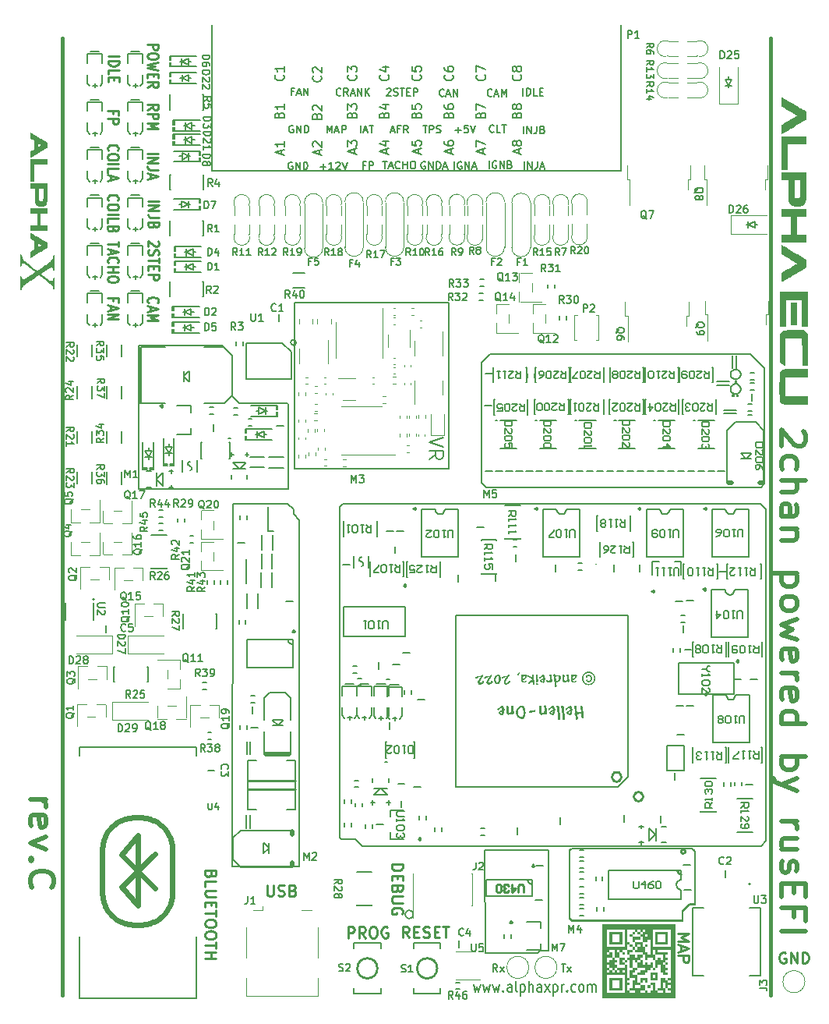
<source format=gto>
G75*
G70*
%OFA0B0*%
%FSLAX25Y25*%
%IPPOS*%
%LPD*%
%AMOC8*
5,1,8,0,0,1.08239X$1,22.5*
%
%ADD10C,0.01969*%
%ADD102C,0.02484*%
%ADD109C,0.00650*%
%ADD117C,0.00800*%
%ADD123C,0.00390*%
%ADD128C,0.01500*%
%ADD138C,0.00472*%
%ADD146C,0.00500*%
%ADD182C,0.00591*%
%ADD189C,0.00984*%
%ADD200C,0.01000*%
%ADD222C,0.01968*%
%ADD23C,0.01575*%
%ADD236C,0.00787*%
%ADD77C,0.00669*%
%ADD87C,0.00689*%
X0000000Y0000000D02*
%LPD*%
G01*
D128*
X0322835Y0002362D02*
X0322835Y0411417D01*
X0019685Y0002362D02*
X0019685Y0411417D01*
D77*
X0216969Y0370839D02*
X0216969Y0373989D01*
X0218468Y0370839D02*
X0218468Y0373989D01*
X0220268Y0370839D01*
X0220268Y0373989D01*
X0222668Y0373989D02*
X0222668Y0371739D01*
X0222518Y0371289D01*
X0222218Y0370989D01*
X0221768Y0370839D01*
X0221468Y0370839D01*
X0225218Y0372489D02*
X0225667Y0372339D01*
X0225817Y0372189D01*
X0225967Y0371889D01*
X0225967Y0371439D01*
X0225817Y0371139D01*
X0225667Y0370989D01*
X0225367Y0370839D01*
X0224168Y0370839D01*
X0224168Y0373989D01*
X0225218Y0373989D01*
X0225517Y0373839D01*
X0225667Y0373689D01*
X0225817Y0373389D01*
X0225817Y0373089D01*
X0225667Y0372789D01*
X0225517Y0372639D01*
X0225218Y0372489D01*
X0224168Y0372489D01*
X0182904Y0386922D02*
X0182754Y0386772D01*
X0182304Y0386622D01*
X0182004Y0386622D01*
X0181555Y0386772D01*
X0181255Y0387072D01*
X0181105Y0387372D01*
X0180955Y0387972D01*
X0180955Y0388422D01*
X0181105Y0389022D01*
X0181255Y0389322D01*
X0181555Y0389622D01*
X0182004Y0389772D01*
X0182304Y0389772D01*
X0182754Y0389622D01*
X0182904Y0389472D01*
X0184104Y0387522D02*
X0185604Y0387522D01*
X0183804Y0386622D02*
X0184854Y0389772D01*
X0185904Y0386622D01*
X0186954Y0386622D02*
X0186954Y0389772D01*
X0188754Y0386622D01*
X0188754Y0389772D01*
X0118073Y0358465D02*
X0117773Y0358615D01*
X0117323Y0358615D01*
X0116873Y0358465D01*
X0116573Y0358165D01*
X0116423Y0357865D01*
X0116273Y0357265D01*
X0116273Y0356815D01*
X0116423Y0356215D01*
X0116573Y0355915D01*
X0116873Y0355615D01*
X0117323Y0355465D01*
X0117623Y0355465D01*
X0118073Y0355615D01*
X0118223Y0355765D01*
X0118223Y0356815D01*
X0117623Y0356815D01*
X0119573Y0355465D02*
X0119573Y0358615D01*
X0121372Y0355465D01*
X0121372Y0358615D01*
X0122872Y0355465D02*
X0122872Y0358615D01*
X0123622Y0358615D01*
X0124072Y0358465D01*
X0124372Y0358165D01*
X0124522Y0357865D01*
X0124672Y0357265D01*
X0124672Y0356815D01*
X0124522Y0356215D01*
X0124372Y0355915D01*
X0124072Y0355615D01*
X0123622Y0355465D01*
X0122872Y0355465D01*
D189*
X0056580Y0298388D02*
X0056355Y0298575D01*
X0056130Y0299138D01*
X0056130Y0299513D01*
X0056355Y0300075D01*
X0056805Y0300450D01*
X0057255Y0300637D01*
X0058155Y0300825D01*
X0058830Y0300825D01*
X0059730Y0300637D01*
X0060180Y0300450D01*
X0060630Y0300075D01*
X0060855Y0299513D01*
X0060855Y0299138D01*
X0060630Y0298575D01*
X0060405Y0298388D01*
X0057480Y0296888D02*
X0057480Y0295013D01*
X0056130Y0297263D02*
X0060855Y0295951D01*
X0056130Y0294638D01*
X0056130Y0293326D02*
X0060855Y0293326D01*
X0057480Y0292014D01*
X0060855Y0290701D01*
X0056130Y0290701D01*
X0060602Y0324784D02*
X0060827Y0324597D01*
X0061052Y0324222D01*
X0061052Y0323285D01*
X0060827Y0322910D01*
X0060602Y0322722D01*
X0060152Y0322535D01*
X0059702Y0322535D01*
X0059027Y0322722D01*
X0056327Y0324972D01*
X0056327Y0322535D01*
X0056552Y0321035D02*
X0056327Y0320472D01*
X0056327Y0319535D01*
X0056552Y0319160D01*
X0056777Y0318973D01*
X0057227Y0318785D01*
X0057677Y0318785D01*
X0058127Y0318973D01*
X0058352Y0319160D01*
X0058577Y0319535D01*
X0058802Y0320285D01*
X0059027Y0320660D01*
X0059252Y0320847D01*
X0059702Y0321035D01*
X0060152Y0321035D01*
X0060602Y0320847D01*
X0060827Y0320660D01*
X0061052Y0320285D01*
X0061052Y0319348D01*
X0060827Y0318785D01*
X0061052Y0317660D02*
X0061052Y0315411D01*
X0056327Y0316535D02*
X0061052Y0316535D01*
X0058802Y0314098D02*
X0058802Y0312786D01*
X0056327Y0312223D02*
X0056327Y0314098D01*
X0061052Y0314098D01*
X0061052Y0312223D01*
X0056327Y0310536D02*
X0061052Y0310536D01*
X0061052Y0309036D01*
X0060827Y0308661D01*
X0060602Y0308474D01*
X0060152Y0308286D01*
X0059477Y0308286D01*
X0059027Y0308474D01*
X0058802Y0308661D01*
X0058577Y0309036D01*
X0058577Y0310536D01*
X0056130Y0380952D02*
X0058380Y0382265D01*
X0056130Y0383202D02*
X0060855Y0383202D01*
X0060855Y0381702D01*
X0060630Y0381327D01*
X0060405Y0381140D01*
X0059955Y0380952D01*
X0059280Y0380952D01*
X0058830Y0381140D01*
X0058605Y0381327D01*
X0058380Y0381702D01*
X0058380Y0383202D01*
X0056130Y0379265D02*
X0060855Y0379265D01*
X0060855Y0377765D01*
X0060630Y0377390D01*
X0060405Y0377203D01*
X0059955Y0377015D01*
X0059280Y0377015D01*
X0058830Y0377203D01*
X0058605Y0377390D01*
X0058380Y0377765D01*
X0058380Y0379265D01*
X0056130Y0375328D02*
X0060855Y0375328D01*
X0057480Y0374016D01*
X0060855Y0372703D01*
X0056130Y0372703D01*
D77*
X0158527Y0389797D02*
X0158677Y0389947D01*
X0158977Y0390097D01*
X0159727Y0390097D01*
X0160027Y0389947D01*
X0160176Y0389797D01*
X0160326Y0389497D01*
X0160326Y0389197D01*
X0160176Y0388747D01*
X0158377Y0386947D01*
X0160326Y0386947D01*
X0161526Y0387097D02*
X0161976Y0386947D01*
X0162726Y0386947D01*
X0163026Y0387097D01*
X0163176Y0387247D01*
X0163326Y0387547D01*
X0163326Y0387847D01*
X0163176Y0388147D01*
X0163026Y0388297D01*
X0162726Y0388447D01*
X0162126Y0388597D01*
X0161826Y0388747D01*
X0161676Y0388897D01*
X0161526Y0389197D01*
X0161526Y0389497D01*
X0161676Y0389797D01*
X0161826Y0389947D01*
X0162126Y0390097D01*
X0162876Y0390097D01*
X0163326Y0389947D01*
X0164226Y0390097D02*
X0166026Y0390097D01*
X0165126Y0386947D02*
X0165126Y0390097D01*
X0167076Y0388597D02*
X0168125Y0388597D01*
X0168575Y0386947D02*
X0167076Y0386947D01*
X0167076Y0390097D01*
X0168575Y0390097D01*
X0169925Y0386947D02*
X0169925Y0390097D01*
X0171125Y0390097D01*
X0171425Y0389947D01*
X0171575Y0389797D01*
X0171725Y0389497D01*
X0171725Y0389047D01*
X0171575Y0388747D01*
X0171425Y0388597D01*
X0171125Y0388447D01*
X0169925Y0388447D01*
D189*
X0056130Y0362336D02*
X0060855Y0362336D01*
X0056130Y0360461D02*
X0060855Y0360461D01*
X0056130Y0358211D01*
X0060855Y0358211D01*
X0060855Y0355212D02*
X0057480Y0355212D01*
X0056805Y0355399D01*
X0056355Y0355774D01*
X0056130Y0356337D01*
X0056130Y0356712D01*
X0057480Y0353525D02*
X0057480Y0351650D01*
X0056130Y0353900D02*
X0060855Y0352587D01*
X0056130Y0351275D01*
D77*
X0138819Y0387247D02*
X0138669Y0387097D01*
X0138219Y0386947D01*
X0137919Y0386947D01*
X0137469Y0387097D01*
X0137169Y0387397D01*
X0137019Y0387697D01*
X0136869Y0388297D01*
X0136869Y0388747D01*
X0137019Y0389347D01*
X0137169Y0389647D01*
X0137469Y0389947D01*
X0137919Y0390097D01*
X0138219Y0390097D01*
X0138669Y0389947D01*
X0138819Y0389797D01*
X0141968Y0386947D02*
X0140919Y0388447D01*
X0140169Y0386947D02*
X0140169Y0390097D01*
X0141368Y0390097D01*
X0141668Y0389947D01*
X0141818Y0389797D01*
X0141968Y0389497D01*
X0141968Y0389047D01*
X0141818Y0388747D01*
X0141668Y0388597D01*
X0141368Y0388447D01*
X0140169Y0388447D01*
X0143168Y0387847D02*
X0144668Y0387847D01*
X0142868Y0386947D02*
X0143918Y0390097D01*
X0144968Y0386947D01*
X0146018Y0386947D02*
X0146018Y0390097D01*
X0147818Y0386947D01*
X0147818Y0390097D01*
X0149317Y0386947D02*
X0149317Y0390097D01*
X0151117Y0386947D02*
X0149767Y0388747D01*
X0151117Y0390097D02*
X0149317Y0388297D01*
X0132923Y0371020D02*
X0132923Y0374169D01*
X0133973Y0371920D01*
X0135023Y0374169D01*
X0135023Y0371020D01*
X0136373Y0371920D02*
X0137873Y0371920D01*
X0136073Y0371020D02*
X0137123Y0374169D01*
X0138173Y0371020D01*
X0139222Y0371020D02*
X0139222Y0374169D01*
X0140422Y0374169D01*
X0140722Y0374019D01*
X0140872Y0373869D01*
X0141022Y0373569D01*
X0141022Y0373119D01*
X0140872Y0372820D01*
X0140722Y0372670D01*
X0140422Y0372520D01*
X0139222Y0372520D01*
D189*
X0039454Y0342154D02*
X0039229Y0342342D01*
X0039004Y0342904D01*
X0039004Y0343279D01*
X0039229Y0343841D01*
X0039679Y0344216D01*
X0040129Y0344404D01*
X0041029Y0344591D01*
X0041704Y0344591D01*
X0042604Y0344404D01*
X0043054Y0344216D01*
X0043504Y0343841D01*
X0043729Y0343279D01*
X0043729Y0342904D01*
X0043504Y0342342D01*
X0043279Y0342154D01*
X0043729Y0339717D02*
X0043729Y0338967D01*
X0043504Y0338592D01*
X0043054Y0338217D01*
X0042154Y0338030D01*
X0040579Y0338030D01*
X0039679Y0338217D01*
X0039229Y0338592D01*
X0039004Y0338967D01*
X0039004Y0339717D01*
X0039229Y0340092D01*
X0039679Y0340467D01*
X0040579Y0340654D01*
X0042154Y0340654D01*
X0043054Y0340467D01*
X0043504Y0340092D01*
X0043729Y0339717D01*
X0039004Y0336342D02*
X0043729Y0336342D01*
X0039004Y0332593D02*
X0039004Y0334468D01*
X0043729Y0334468D01*
X0041479Y0329968D02*
X0041254Y0329406D01*
X0041029Y0329218D01*
X0040579Y0329031D01*
X0039904Y0329031D01*
X0039454Y0329218D01*
X0039229Y0329406D01*
X0039004Y0329781D01*
X0039004Y0331280D01*
X0043729Y0331280D01*
X0043729Y0329968D01*
X0043504Y0329593D01*
X0043279Y0329406D01*
X0042829Y0329218D01*
X0042379Y0329218D01*
X0041929Y0329406D01*
X0041704Y0329593D01*
X0041479Y0329968D01*
X0041479Y0331280D01*
D77*
X0233204Y0015744D02*
X0235049Y0015744D01*
X0234126Y0012516D02*
X0234126Y0015744D01*
X0235817Y0012516D02*
X0237508Y0014668D01*
X0235817Y0014668D02*
X0237508Y0012516D01*
X0130081Y0356665D02*
X0132480Y0356665D01*
X0131280Y0355465D02*
X0131280Y0357865D01*
X0135630Y0355465D02*
X0133830Y0355465D01*
X0134730Y0355465D02*
X0134730Y0358615D01*
X0134430Y0358165D01*
X0134130Y0357865D01*
X0133830Y0357715D01*
X0136830Y0358315D02*
X0136980Y0358465D01*
X0137280Y0358615D01*
X0138030Y0358615D01*
X0138330Y0358465D01*
X0138480Y0358315D01*
X0138630Y0358015D01*
X0138630Y0357715D01*
X0138480Y0357265D01*
X0136680Y0355465D01*
X0138630Y0355465D01*
X0139529Y0358615D02*
X0140579Y0355465D01*
X0141629Y0358615D01*
X0187355Y0355622D02*
X0187355Y0358772D01*
X0190504Y0358622D02*
X0190204Y0358772D01*
X0189754Y0358772D01*
X0189304Y0358622D01*
X0189004Y0358322D01*
X0188855Y0358022D01*
X0188705Y0357422D01*
X0188705Y0356972D01*
X0188855Y0356372D01*
X0189004Y0356072D01*
X0189304Y0355772D01*
X0189754Y0355622D01*
X0190054Y0355622D01*
X0190504Y0355772D01*
X0190654Y0355922D01*
X0190654Y0356972D01*
X0190054Y0356972D01*
X0192004Y0355622D02*
X0192004Y0358772D01*
X0193804Y0355622D01*
X0193804Y0358772D01*
X0195154Y0356522D02*
X0196654Y0356522D01*
X0194854Y0355622D02*
X0195904Y0358772D01*
X0196954Y0355622D01*
X0160237Y0371992D02*
X0161737Y0371992D01*
X0159938Y0371093D02*
X0160987Y0374242D01*
X0162037Y0371093D01*
X0164137Y0372742D02*
X0163087Y0372742D01*
X0163087Y0371093D02*
X0163087Y0374242D01*
X0164587Y0374242D01*
X0167587Y0371093D02*
X0166537Y0372592D01*
X0165787Y0371093D02*
X0165787Y0374242D01*
X0166987Y0374242D01*
X0167287Y0374092D01*
X0167437Y0373942D01*
X0167587Y0373642D01*
X0167587Y0373192D01*
X0167437Y0372892D01*
X0167287Y0372742D01*
X0166987Y0372592D01*
X0165787Y0372592D01*
D10*
X0005876Y0086102D02*
X0012700Y0086102D01*
X0010750Y0086102D02*
X0011725Y0085559D01*
X0012213Y0085015D01*
X0012700Y0083928D01*
X0012700Y0082840D01*
X0006363Y0074685D02*
X0005876Y0075772D01*
X0005876Y0077947D01*
X0006363Y0079034D01*
X0007338Y0079578D01*
X0011238Y0079578D01*
X0012213Y0079034D01*
X0012700Y0077947D01*
X0012700Y0075772D01*
X0012213Y0074685D01*
X0011238Y0074141D01*
X0010263Y0074141D01*
X0009288Y0079578D01*
X0012700Y0070336D02*
X0005876Y0067617D01*
X0012700Y0064899D01*
X0006851Y0060549D02*
X0006363Y0060006D01*
X0005876Y0060549D01*
X0006363Y0061093D01*
X0006851Y0060549D01*
X0005876Y0060549D01*
X0006851Y0048588D02*
X0006363Y0049132D01*
X0005876Y0050763D01*
X0005876Y0051850D01*
X0006363Y0053481D01*
X0007338Y0054569D01*
X0008313Y0055112D01*
X0010263Y0055656D01*
X0011725Y0055656D01*
X0013675Y0055112D01*
X0014650Y0054569D01*
X0015625Y0053481D01*
X0016112Y0051850D01*
X0016112Y0050763D01*
X0015625Y0049132D01*
X0015137Y0048588D01*
D189*
X0041479Y0379162D02*
X0041479Y0380474D01*
X0039004Y0380474D02*
X0043729Y0380474D01*
X0043729Y0378600D01*
X0039004Y0377100D02*
X0043729Y0377100D01*
X0043729Y0375600D01*
X0043504Y0375225D01*
X0043279Y0375037D01*
X0042829Y0374850D01*
X0042154Y0374850D01*
X0041704Y0375037D01*
X0041479Y0375225D01*
X0041254Y0375600D01*
X0041254Y0377100D01*
D10*
X0336560Y0243593D02*
X0337047Y0243049D01*
X0337535Y0241962D01*
X0337535Y0239244D01*
X0337047Y0238156D01*
X0336560Y0237612D01*
X0335585Y0237069D01*
X0334610Y0237069D01*
X0333148Y0237612D01*
X0327298Y0244137D01*
X0327298Y0237069D01*
X0327786Y0227283D02*
X0327298Y0228370D01*
X0327298Y0230545D01*
X0327786Y0231632D01*
X0328273Y0232176D01*
X0329248Y0232719D01*
X0332173Y0232719D01*
X0333148Y0232176D01*
X0333635Y0231632D01*
X0334123Y0230545D01*
X0334123Y0228370D01*
X0333635Y0227283D01*
X0327298Y0222389D02*
X0337535Y0222389D01*
X0327298Y0217496D02*
X0332660Y0217496D01*
X0333635Y0218040D01*
X0334123Y0219127D01*
X0334123Y0220758D01*
X0333635Y0221846D01*
X0333148Y0222389D01*
X0327298Y0207166D02*
X0332660Y0207166D01*
X0333635Y0207710D01*
X0334123Y0208797D01*
X0334123Y0210972D01*
X0333635Y0212059D01*
X0327786Y0207166D02*
X0327298Y0208254D01*
X0327298Y0210972D01*
X0327786Y0212059D01*
X0328761Y0212603D01*
X0329736Y0212603D01*
X0330711Y0212059D01*
X0331198Y0210972D01*
X0331198Y0208254D01*
X0331685Y0207166D01*
X0334123Y0201729D02*
X0327298Y0201729D01*
X0333148Y0201729D02*
X0333635Y0201186D01*
X0334123Y0200098D01*
X0334123Y0198467D01*
X0333635Y0197380D01*
X0332660Y0196836D01*
X0327298Y0196836D01*
X0334123Y0182701D02*
X0323886Y0182701D01*
X0333635Y0182701D02*
X0334123Y0181613D01*
X0334123Y0179439D01*
X0333635Y0178351D01*
X0333148Y0177807D01*
X0332173Y0177264D01*
X0329248Y0177264D01*
X0328273Y0177807D01*
X0327786Y0178351D01*
X0327298Y0179439D01*
X0327298Y0181613D01*
X0327786Y0182701D01*
X0327298Y0170740D02*
X0327786Y0171827D01*
X0328273Y0172371D01*
X0329248Y0172914D01*
X0332173Y0172914D01*
X0333148Y0172371D01*
X0333635Y0171827D01*
X0334123Y0170740D01*
X0334123Y0169109D01*
X0333635Y0168021D01*
X0333148Y0167478D01*
X0332173Y0166934D01*
X0329248Y0166934D01*
X0328273Y0167478D01*
X0327786Y0168021D01*
X0327298Y0169109D01*
X0327298Y0170740D01*
X0334123Y0163128D02*
X0327298Y0160953D01*
X0332173Y0158779D01*
X0327298Y0156604D01*
X0334123Y0154429D01*
X0327786Y0145730D02*
X0327298Y0146818D01*
X0327298Y0148992D01*
X0327786Y0150080D01*
X0328761Y0150623D01*
X0332660Y0150623D01*
X0333635Y0150080D01*
X0334123Y0148992D01*
X0334123Y0146818D01*
X0333635Y0145730D01*
X0332660Y0145187D01*
X0331685Y0145187D01*
X0330711Y0150623D01*
X0327298Y0140293D02*
X0334123Y0140293D01*
X0332173Y0140293D02*
X0333148Y0139750D01*
X0333635Y0139206D01*
X0334123Y0138119D01*
X0334123Y0137031D01*
X0327786Y0128876D02*
X0327298Y0129963D01*
X0327298Y0132138D01*
X0327786Y0133226D01*
X0328761Y0133769D01*
X0332660Y0133769D01*
X0333635Y0133226D01*
X0334123Y0132138D01*
X0334123Y0129963D01*
X0333635Y0128876D01*
X0332660Y0128332D01*
X0331685Y0128332D01*
X0330711Y0133769D01*
X0327298Y0118546D02*
X0337535Y0118546D01*
X0327786Y0118546D02*
X0327298Y0119633D01*
X0327298Y0121808D01*
X0327786Y0122896D01*
X0328273Y0123439D01*
X0329248Y0123983D01*
X0332173Y0123983D01*
X0333148Y0123439D01*
X0333635Y0122896D01*
X0334123Y0121808D01*
X0334123Y0119633D01*
X0333635Y0118546D01*
X0327298Y0104410D02*
X0337535Y0104410D01*
X0333635Y0104410D02*
X0334123Y0103323D01*
X0334123Y0101148D01*
X0333635Y0100061D01*
X0333148Y0099517D01*
X0332173Y0098974D01*
X0329248Y0098974D01*
X0328273Y0099517D01*
X0327786Y0100061D01*
X0327298Y0101148D01*
X0327298Y0103323D01*
X0327786Y0104410D01*
X0334123Y0095168D02*
X0327298Y0092449D01*
X0334123Y0089731D02*
X0327298Y0092449D01*
X0324861Y0093537D01*
X0324374Y0094080D01*
X0323886Y0095168D01*
X0327298Y0076683D02*
X0334123Y0076683D01*
X0332173Y0076683D02*
X0333148Y0076139D01*
X0333635Y0075595D01*
X0334123Y0074508D01*
X0334123Y0073421D01*
X0334123Y0064722D02*
X0327298Y0064722D01*
X0334123Y0069615D02*
X0328761Y0069615D01*
X0327786Y0069071D01*
X0327298Y0067984D01*
X0327298Y0066353D01*
X0327786Y0065265D01*
X0328273Y0064722D01*
X0327786Y0059828D02*
X0327298Y0058741D01*
X0327298Y0056566D01*
X0327786Y0055479D01*
X0328761Y0054935D01*
X0329248Y0054935D01*
X0330223Y0055479D01*
X0330711Y0056566D01*
X0330711Y0058197D01*
X0331198Y0059285D01*
X0332173Y0059828D01*
X0332660Y0059828D01*
X0333635Y0059285D01*
X0334123Y0058197D01*
X0334123Y0056566D01*
X0333635Y0055479D01*
X0332660Y0050042D02*
X0332660Y0046236D01*
X0327298Y0044605D02*
X0327298Y0050042D01*
X0337535Y0050042D01*
X0337535Y0044605D01*
X0332660Y0035906D02*
X0332660Y0039712D01*
X0327298Y0039712D02*
X0337535Y0039712D01*
X0337535Y0034275D01*
X0327298Y0029926D02*
X0337535Y0029926D01*
D77*
X0118620Y0388681D02*
X0117570Y0388681D01*
X0117570Y0387032D02*
X0117570Y0390181D01*
X0119070Y0390181D01*
X0120120Y0387932D02*
X0121620Y0387932D01*
X0119820Y0387032D02*
X0120870Y0390181D01*
X0121920Y0387032D01*
X0122970Y0387032D02*
X0122970Y0390181D01*
X0124769Y0387032D01*
X0124769Y0390181D01*
X0118461Y0374140D02*
X0118161Y0374290D01*
X0117711Y0374290D01*
X0117261Y0374140D01*
X0116961Y0373840D01*
X0116811Y0373540D01*
X0116661Y0372940D01*
X0116661Y0372490D01*
X0116811Y0371890D01*
X0116961Y0371590D01*
X0117261Y0371290D01*
X0117711Y0371140D01*
X0118011Y0371140D01*
X0118461Y0371290D01*
X0118611Y0371440D01*
X0118611Y0372490D01*
X0118011Y0372490D01*
X0119961Y0371140D02*
X0119961Y0374290D01*
X0121761Y0371140D01*
X0121761Y0374290D01*
X0123260Y0371140D02*
X0123260Y0374290D01*
X0124010Y0374290D01*
X0124460Y0374140D01*
X0124760Y0373840D01*
X0124910Y0373540D01*
X0125060Y0372940D01*
X0125060Y0372490D01*
X0124910Y0371890D01*
X0124760Y0371590D01*
X0124460Y0371290D01*
X0124010Y0371140D01*
X0123260Y0371140D01*
X0203496Y0386946D02*
X0203346Y0386796D01*
X0202896Y0386646D01*
X0202596Y0386646D01*
X0202146Y0386796D01*
X0201846Y0387096D01*
X0201696Y0387396D01*
X0201546Y0387996D01*
X0201546Y0388446D01*
X0201696Y0389046D01*
X0201846Y0389346D01*
X0202146Y0389646D01*
X0202596Y0389796D01*
X0202896Y0389796D01*
X0203346Y0389646D01*
X0203496Y0389496D01*
X0204695Y0387546D02*
X0206195Y0387546D01*
X0204395Y0386646D02*
X0205445Y0389796D01*
X0206495Y0386646D01*
X0207545Y0386646D02*
X0207545Y0389796D01*
X0208595Y0387546D01*
X0209645Y0389796D01*
X0209645Y0386646D01*
X0217278Y0355623D02*
X0217278Y0358773D01*
X0218778Y0355623D02*
X0218778Y0358773D01*
X0220578Y0355623D01*
X0220578Y0358773D01*
X0222977Y0358773D02*
X0222977Y0356523D01*
X0222827Y0356073D01*
X0222527Y0355773D01*
X0222077Y0355623D01*
X0221777Y0355623D01*
X0224327Y0356523D02*
X0225827Y0356523D01*
X0224027Y0355623D02*
X0225077Y0358773D01*
X0226127Y0355623D01*
D189*
X0141915Y0027010D02*
X0141915Y0031734D01*
X0143715Y0031734D01*
X0144165Y0031509D01*
X0144390Y0031284D01*
X0144615Y0030834D01*
X0144615Y0030159D01*
X0144390Y0029710D01*
X0144165Y0029485D01*
X0143715Y0029260D01*
X0141915Y0029260D01*
X0149339Y0027010D02*
X0147765Y0029260D01*
X0146640Y0027010D02*
X0146640Y0031734D01*
X0148439Y0031734D01*
X0148889Y0031509D01*
X0149114Y0031284D01*
X0149339Y0030834D01*
X0149339Y0030159D01*
X0149114Y0029710D01*
X0148889Y0029485D01*
X0148439Y0029260D01*
X0146640Y0029260D01*
X0152264Y0031734D02*
X0153164Y0031734D01*
X0153614Y0031509D01*
X0154064Y0031059D01*
X0154289Y0030159D01*
X0154289Y0028585D01*
X0154064Y0027685D01*
X0153614Y0027235D01*
X0153164Y0027010D01*
X0152264Y0027010D01*
X0151814Y0027235D01*
X0151364Y0027685D01*
X0151139Y0028585D01*
X0151139Y0030159D01*
X0151364Y0031059D01*
X0151814Y0031509D01*
X0152264Y0031734D01*
X0158788Y0031509D02*
X0158338Y0031734D01*
X0157663Y0031734D01*
X0156988Y0031509D01*
X0156538Y0031059D01*
X0156313Y0030609D01*
X0156089Y0029710D01*
X0156089Y0029035D01*
X0156313Y0028135D01*
X0156538Y0027685D01*
X0156988Y0027235D01*
X0157663Y0027010D01*
X0158113Y0027010D01*
X0158788Y0027235D01*
X0159013Y0027460D01*
X0159013Y0029035D01*
X0158113Y0029035D01*
D77*
X0187842Y0372292D02*
X0190242Y0372292D01*
X0189042Y0371093D02*
X0189042Y0373492D01*
X0193242Y0374242D02*
X0191742Y0374242D01*
X0191592Y0372742D01*
X0191742Y0372892D01*
X0192042Y0373042D01*
X0192792Y0373042D01*
X0193092Y0372892D01*
X0193242Y0372742D01*
X0193392Y0372442D01*
X0193392Y0371692D01*
X0193242Y0371392D01*
X0193092Y0371243D01*
X0192792Y0371093D01*
X0192042Y0371093D01*
X0191742Y0371243D01*
X0191592Y0371392D01*
X0194291Y0374242D02*
X0195341Y0371093D01*
X0196391Y0374242D01*
X0147315Y0371130D02*
X0147315Y0374279D01*
X0148665Y0372030D02*
X0150165Y0372030D01*
X0148365Y0371130D02*
X0149415Y0374279D01*
X0150465Y0371130D01*
X0151065Y0374279D02*
X0152864Y0374279D01*
X0151964Y0371130D02*
X0151964Y0374279D01*
X0216780Y0386984D02*
X0216780Y0390134D01*
X0218280Y0386984D02*
X0218280Y0390134D01*
X0219030Y0390134D01*
X0219480Y0389984D01*
X0219780Y0389684D01*
X0219930Y0389384D01*
X0220080Y0388784D01*
X0220080Y0388334D01*
X0219930Y0387734D01*
X0219780Y0387434D01*
X0219480Y0387134D01*
X0219030Y0386984D01*
X0218280Y0386984D01*
X0222930Y0386984D02*
X0221430Y0386984D01*
X0221430Y0390134D01*
X0223980Y0388634D02*
X0225029Y0388634D01*
X0225479Y0386984D02*
X0223980Y0386984D01*
X0223980Y0390134D01*
X0225479Y0390134D01*
D189*
X0107302Y0049591D02*
X0107302Y0045767D01*
X0107527Y0045317D01*
X0107752Y0045092D01*
X0108202Y0044867D01*
X0109102Y0044867D01*
X0109552Y0045092D01*
X0109777Y0045317D01*
X0110002Y0045767D01*
X0110002Y0049591D01*
X0112026Y0045092D02*
X0112701Y0044867D01*
X0113826Y0044867D01*
X0114276Y0045092D01*
X0114501Y0045317D01*
X0114726Y0045767D01*
X0114726Y0046217D01*
X0114501Y0046667D01*
X0114276Y0046892D01*
X0113826Y0047117D01*
X0112926Y0047342D01*
X0112476Y0047567D01*
X0112251Y0047792D01*
X0112026Y0048242D01*
X0112026Y0048692D01*
X0112251Y0049141D01*
X0112476Y0049366D01*
X0112926Y0049591D01*
X0114051Y0049591D01*
X0114726Y0049366D01*
X0118326Y0047342D02*
X0119001Y0047117D01*
X0119226Y0046892D01*
X0119451Y0046442D01*
X0119451Y0045767D01*
X0119226Y0045317D01*
X0119001Y0045092D01*
X0118551Y0044867D01*
X0116751Y0044867D01*
X0116751Y0049591D01*
X0118326Y0049591D01*
X0118776Y0049366D01*
X0119001Y0049141D01*
X0119226Y0048692D01*
X0119226Y0048242D01*
X0119001Y0047792D01*
X0118776Y0047567D01*
X0118326Y0047342D01*
X0116751Y0047342D01*
X0041479Y0299053D02*
X0041479Y0300366D01*
X0039004Y0300366D02*
X0043729Y0300366D01*
X0043729Y0298491D01*
X0040354Y0297178D02*
X0040354Y0295304D01*
X0039004Y0297553D02*
X0043729Y0296241D01*
X0039004Y0294929D01*
X0039004Y0293616D02*
X0043729Y0293616D01*
X0039004Y0291367D01*
X0043729Y0291367D01*
X0329078Y0020669D02*
X0328628Y0020894D01*
X0327953Y0020894D01*
X0327278Y0020669D01*
X0326828Y0020219D01*
X0326603Y0019769D01*
X0326378Y0018870D01*
X0326378Y0018195D01*
X0326603Y0017295D01*
X0326828Y0016845D01*
X0327278Y0016395D01*
X0327953Y0016170D01*
X0328403Y0016170D01*
X0329078Y0016395D01*
X0329303Y0016620D01*
X0329303Y0018195D01*
X0328403Y0018195D01*
X0331327Y0016170D02*
X0331327Y0020894D01*
X0334027Y0016170D01*
X0334027Y0020894D01*
X0336277Y0016170D02*
X0336277Y0020894D01*
X0337402Y0020894D01*
X0338076Y0020669D01*
X0338526Y0020219D01*
X0338751Y0019769D01*
X0338976Y0018870D01*
X0338976Y0018195D01*
X0338751Y0017295D01*
X0338526Y0016845D01*
X0338076Y0016395D01*
X0337402Y0016170D01*
X0336277Y0016170D01*
X0160577Y0058402D02*
X0165302Y0058402D01*
X0165302Y0057277D01*
X0165077Y0056602D01*
X0164627Y0056152D01*
X0164177Y0055927D01*
X0163277Y0055702D01*
X0162602Y0055702D01*
X0161702Y0055927D01*
X0161252Y0056152D01*
X0160802Y0056602D01*
X0160577Y0057277D01*
X0160577Y0058402D01*
X0163052Y0053678D02*
X0163052Y0052103D01*
X0160577Y0051428D02*
X0160577Y0053678D01*
X0165302Y0053678D01*
X0165302Y0051428D01*
X0163052Y0047828D02*
X0162827Y0047153D01*
X0162602Y0046929D01*
X0162152Y0046704D01*
X0161477Y0046704D01*
X0161027Y0046929D01*
X0160802Y0047153D01*
X0160577Y0047603D01*
X0160577Y0049403D01*
X0165302Y0049403D01*
X0165302Y0047828D01*
X0165077Y0047378D01*
X0164852Y0047153D01*
X0164402Y0046929D01*
X0163952Y0046929D01*
X0163502Y0047153D01*
X0163277Y0047378D01*
X0163052Y0047828D01*
X0163052Y0049403D01*
X0165302Y0044679D02*
X0161477Y0044679D01*
X0161027Y0044454D01*
X0160802Y0044229D01*
X0160577Y0043779D01*
X0160577Y0042879D01*
X0160802Y0042429D01*
X0161027Y0042204D01*
X0161477Y0041979D01*
X0165302Y0041979D01*
X0165077Y0037255D02*
X0165302Y0037705D01*
X0165302Y0038380D01*
X0165077Y0039055D01*
X0164627Y0039504D01*
X0164177Y0039729D01*
X0163277Y0039954D01*
X0162602Y0039954D01*
X0161702Y0039729D01*
X0161252Y0039504D01*
X0160802Y0039055D01*
X0160577Y0038380D01*
X0160577Y0037930D01*
X0160802Y0037255D01*
X0161027Y0037030D01*
X0162602Y0037030D01*
X0162602Y0037930D01*
D77*
X0204340Y0371562D02*
X0204190Y0371412D01*
X0203740Y0371262D01*
X0203440Y0371262D01*
X0202990Y0371412D01*
X0202690Y0371712D01*
X0202540Y0372011D01*
X0202390Y0372611D01*
X0202390Y0373061D01*
X0202540Y0373661D01*
X0202690Y0373961D01*
X0202990Y0374261D01*
X0203440Y0374411D01*
X0203740Y0374411D01*
X0204190Y0374261D01*
X0204340Y0374111D01*
X0207189Y0371262D02*
X0205689Y0371262D01*
X0205689Y0374411D01*
X0207789Y0374411D02*
X0209589Y0374411D01*
X0208689Y0371262D02*
X0208689Y0374411D01*
X0202223Y0355877D02*
X0202223Y0359027D01*
X0205373Y0358877D02*
X0205073Y0359027D01*
X0204623Y0359027D01*
X0204173Y0358877D01*
X0203873Y0358577D01*
X0203723Y0358277D01*
X0203573Y0357677D01*
X0203573Y0357227D01*
X0203723Y0356627D01*
X0203873Y0356327D01*
X0204173Y0356027D01*
X0204623Y0355877D01*
X0204923Y0355877D01*
X0205373Y0356027D01*
X0205523Y0356177D01*
X0205523Y0357227D01*
X0204923Y0357227D01*
X0206873Y0355877D02*
X0206873Y0359027D01*
X0208673Y0355877D01*
X0208673Y0359027D01*
X0211222Y0357527D02*
X0211672Y0357377D01*
X0211822Y0357227D01*
X0211972Y0356927D01*
X0211972Y0356477D01*
X0211822Y0356177D01*
X0211672Y0356027D01*
X0211372Y0355877D01*
X0210172Y0355877D01*
X0210172Y0359027D01*
X0211222Y0359027D01*
X0211522Y0358877D01*
X0211672Y0358727D01*
X0211822Y0358427D01*
X0211822Y0358127D01*
X0211672Y0357827D01*
X0211522Y0357677D01*
X0211222Y0357527D01*
X0210172Y0357527D01*
X0156788Y0358942D02*
X0158588Y0358942D01*
X0157688Y0355792D02*
X0157688Y0358942D01*
X0159488Y0356692D02*
X0160987Y0356692D01*
X0159188Y0355792D02*
X0160237Y0358942D01*
X0161287Y0355792D01*
X0164137Y0356092D02*
X0163987Y0355942D01*
X0163537Y0355792D01*
X0163237Y0355792D01*
X0162787Y0355942D01*
X0162487Y0356242D01*
X0162337Y0356542D01*
X0162187Y0357142D01*
X0162187Y0357592D01*
X0162337Y0358192D01*
X0162487Y0358492D01*
X0162787Y0358792D01*
X0163237Y0358942D01*
X0163537Y0358942D01*
X0163987Y0358792D01*
X0164137Y0358642D01*
X0165487Y0355792D02*
X0165487Y0358942D01*
X0165487Y0357442D02*
X0167287Y0357442D01*
X0167287Y0355792D02*
X0167287Y0358942D01*
X0169386Y0358942D02*
X0169986Y0358942D01*
X0170286Y0358792D01*
X0170586Y0358492D01*
X0170736Y0357892D01*
X0170736Y0356842D01*
X0170586Y0356242D01*
X0170286Y0355942D01*
X0169986Y0355792D01*
X0169386Y0355792D01*
X0169086Y0355942D01*
X0168786Y0356242D01*
X0168636Y0356842D01*
X0168636Y0357892D01*
X0168786Y0358492D01*
X0169086Y0358792D01*
X0169386Y0358942D01*
D189*
X0168078Y0027147D02*
X0166503Y0029397D01*
X0165378Y0027147D02*
X0165378Y0031872D01*
X0167178Y0031872D01*
X0167628Y0031647D01*
X0167853Y0031422D01*
X0168078Y0030972D01*
X0168078Y0030297D01*
X0167853Y0029847D01*
X0167628Y0029622D01*
X0167178Y0029397D01*
X0165378Y0029397D01*
X0170103Y0029622D02*
X0171678Y0029622D01*
X0172352Y0027147D02*
X0170103Y0027147D01*
X0170103Y0031872D01*
X0172352Y0031872D01*
X0174152Y0027372D02*
X0174827Y0027147D01*
X0175952Y0027147D01*
X0176402Y0027372D01*
X0176627Y0027597D01*
X0176852Y0028047D01*
X0176852Y0028497D01*
X0176627Y0028947D01*
X0176402Y0029172D01*
X0175952Y0029397D01*
X0175052Y0029622D01*
X0174602Y0029847D01*
X0174377Y0030072D01*
X0174152Y0030522D01*
X0174152Y0030972D01*
X0174377Y0031422D01*
X0174602Y0031647D01*
X0175052Y0031872D01*
X0176177Y0031872D01*
X0176852Y0031647D01*
X0178877Y0029622D02*
X0180451Y0029622D01*
X0181126Y0027147D02*
X0178877Y0027147D01*
X0178877Y0031872D01*
X0181126Y0031872D01*
X0182476Y0031872D02*
X0185176Y0031872D01*
X0183826Y0027147D02*
X0183826Y0031872D01*
D77*
X0174955Y0358623D02*
X0174655Y0358773D01*
X0174205Y0358773D01*
X0173756Y0358623D01*
X0173456Y0358323D01*
X0173306Y0358023D01*
X0173156Y0357423D01*
X0173156Y0356973D01*
X0173306Y0356373D01*
X0173456Y0356073D01*
X0173756Y0355773D01*
X0174205Y0355623D01*
X0174505Y0355623D01*
X0174955Y0355773D01*
X0175105Y0355923D01*
X0175105Y0356973D01*
X0174505Y0356973D01*
X0176455Y0355623D02*
X0176455Y0358773D01*
X0178255Y0355623D01*
X0178255Y0358773D01*
X0179755Y0355623D02*
X0179755Y0358773D01*
X0180505Y0358773D01*
X0180955Y0358623D01*
X0181255Y0358323D01*
X0181405Y0358023D01*
X0181555Y0357423D01*
X0181555Y0356973D01*
X0181405Y0356373D01*
X0181255Y0356073D01*
X0180955Y0355773D01*
X0180505Y0355623D01*
X0179755Y0355623D01*
X0182754Y0356523D02*
X0184254Y0356523D01*
X0182454Y0355623D02*
X0183504Y0358773D01*
X0184554Y0355623D01*
D236*
X0195589Y0007060D02*
X0196339Y0003910D01*
X0197088Y0006160D01*
X0197838Y0003910D01*
X0198588Y0007060D01*
X0199713Y0007060D02*
X0200463Y0003910D01*
X0201213Y0006160D01*
X0201963Y0003910D01*
X0202713Y0007060D01*
X0203838Y0007060D02*
X0204588Y0003910D01*
X0205337Y0006160D01*
X0206087Y0003910D01*
X0206837Y0007060D01*
X0208337Y0004360D02*
X0208525Y0004135D01*
X0208337Y0003910D01*
X0208150Y0004135D01*
X0208337Y0004360D01*
X0208337Y0003910D01*
X0211899Y0003910D02*
X0211899Y0006385D01*
X0211712Y0006835D01*
X0211337Y0007060D01*
X0210587Y0007060D01*
X0210212Y0006835D01*
X0211899Y0004135D02*
X0211524Y0003910D01*
X0210587Y0003910D01*
X0210212Y0004135D01*
X0210024Y0004585D01*
X0210024Y0005035D01*
X0210212Y0005485D01*
X0210587Y0005710D01*
X0211524Y0005710D01*
X0211899Y0005935D01*
X0214336Y0003910D02*
X0213961Y0004135D01*
X0213774Y0004585D01*
X0213774Y0008634D01*
X0215836Y0007060D02*
X0215836Y0002335D01*
X0215836Y0006835D02*
X0216211Y0007060D01*
X0216961Y0007060D01*
X0217336Y0006835D01*
X0217523Y0006610D01*
X0217711Y0006160D01*
X0217711Y0004810D01*
X0217523Y0004360D01*
X0217336Y0004135D01*
X0216961Y0003910D01*
X0216211Y0003910D01*
X0215836Y0004135D01*
X0219398Y0003910D02*
X0219398Y0008634D01*
X0221085Y0003910D02*
X0221085Y0006385D01*
X0220898Y0006835D01*
X0220523Y0007060D01*
X0219961Y0007060D01*
X0219586Y0006835D01*
X0219398Y0006610D01*
X0224648Y0003910D02*
X0224648Y0006385D01*
X0224460Y0006835D01*
X0224085Y0007060D01*
X0223335Y0007060D01*
X0222960Y0006835D01*
X0224648Y0004135D02*
X0224273Y0003910D01*
X0223335Y0003910D01*
X0222960Y0004135D01*
X0222773Y0004585D01*
X0222773Y0005035D01*
X0222960Y0005485D01*
X0223335Y0005710D01*
X0224273Y0005710D01*
X0224648Y0005935D01*
X0226147Y0003910D02*
X0228210Y0007060D01*
X0226147Y0007060D02*
X0228210Y0003910D01*
X0229709Y0007060D02*
X0229709Y0002335D01*
X0229709Y0006835D02*
X0230084Y0007060D01*
X0230834Y0007060D01*
X0231209Y0006835D01*
X0231397Y0006610D01*
X0231584Y0006160D01*
X0231584Y0004810D01*
X0231397Y0004360D01*
X0231209Y0004135D01*
X0230834Y0003910D01*
X0230084Y0003910D01*
X0229709Y0004135D01*
X0233271Y0003910D02*
X0233271Y0007060D01*
X0233271Y0006160D02*
X0233459Y0006610D01*
X0233646Y0006835D01*
X0234021Y0007060D01*
X0234396Y0007060D01*
X0235709Y0004360D02*
X0235896Y0004135D01*
X0235709Y0003910D01*
X0235521Y0004135D01*
X0235709Y0004360D01*
X0235709Y0003910D01*
X0239271Y0004135D02*
X0238896Y0003910D01*
X0238146Y0003910D01*
X0237771Y0004135D01*
X0237583Y0004360D01*
X0237396Y0004810D01*
X0237396Y0006160D01*
X0237583Y0006610D01*
X0237771Y0006835D01*
X0238146Y0007060D01*
X0238896Y0007060D01*
X0239271Y0006835D01*
X0241520Y0003910D02*
X0241145Y0004135D01*
X0240958Y0004360D01*
X0240771Y0004810D01*
X0240771Y0006160D01*
X0240958Y0006610D01*
X0241145Y0006835D01*
X0241520Y0007060D01*
X0242083Y0007060D01*
X0242458Y0006835D01*
X0242645Y0006610D01*
X0242833Y0006160D01*
X0242833Y0004810D01*
X0242645Y0004360D01*
X0242458Y0004135D01*
X0242083Y0003910D01*
X0241520Y0003910D01*
X0244520Y0003910D02*
X0244520Y0007060D01*
X0244520Y0006610D02*
X0244708Y0006835D01*
X0245082Y0007060D01*
X0245645Y0007060D01*
X0246020Y0006835D01*
X0246207Y0006385D01*
X0246207Y0003910D01*
X0246207Y0006385D02*
X0246395Y0006835D01*
X0246770Y0007060D01*
X0247332Y0007060D01*
X0247707Y0006835D01*
X0247895Y0006385D01*
X0247895Y0003910D01*
D189*
X0043729Y0324653D02*
X0043729Y0322403D01*
X0039004Y0323528D02*
X0043729Y0323528D01*
X0040354Y0321279D02*
X0040354Y0319404D01*
X0039004Y0321654D02*
X0043729Y0320341D01*
X0039004Y0319029D01*
X0039454Y0315467D02*
X0039229Y0315654D01*
X0039004Y0316217D01*
X0039004Y0316592D01*
X0039229Y0317154D01*
X0039679Y0317529D01*
X0040129Y0317717D01*
X0041029Y0317904D01*
X0041704Y0317904D01*
X0042604Y0317717D01*
X0043054Y0317529D01*
X0043504Y0317154D01*
X0043729Y0316592D01*
X0043729Y0316217D01*
X0043504Y0315654D01*
X0043279Y0315467D01*
X0039004Y0313780D02*
X0043729Y0313780D01*
X0041479Y0313780D02*
X0041479Y0311530D01*
X0039004Y0311530D02*
X0043729Y0311530D01*
X0043729Y0308905D02*
X0043729Y0308155D01*
X0043504Y0307780D01*
X0043054Y0307405D01*
X0042154Y0307218D01*
X0040579Y0307218D01*
X0039679Y0307405D01*
X0039229Y0307780D01*
X0039004Y0308155D01*
X0039004Y0308905D01*
X0039229Y0309280D01*
X0039679Y0309655D01*
X0040579Y0309843D01*
X0042154Y0309843D01*
X0043054Y0309655D01*
X0043504Y0309280D01*
X0043729Y0308905D01*
X0056130Y0408896D02*
X0060855Y0408896D01*
X0060855Y0407396D01*
X0060630Y0407021D01*
X0060405Y0406834D01*
X0059955Y0406646D01*
X0059280Y0406646D01*
X0058830Y0406834D01*
X0058605Y0407021D01*
X0058380Y0407396D01*
X0058380Y0408896D01*
X0060855Y0404209D02*
X0060855Y0403459D01*
X0060630Y0403084D01*
X0060180Y0402709D01*
X0059280Y0402522D01*
X0057705Y0402522D01*
X0056805Y0402709D01*
X0056355Y0403084D01*
X0056130Y0403459D01*
X0056130Y0404209D01*
X0056355Y0404584D01*
X0056805Y0404959D01*
X0057705Y0405146D01*
X0059280Y0405146D01*
X0060180Y0404959D01*
X0060630Y0404584D01*
X0060855Y0404209D01*
X0060855Y0401209D02*
X0056130Y0400272D01*
X0059505Y0399522D01*
X0056130Y0398772D01*
X0060855Y0397835D01*
X0058605Y0396335D02*
X0058605Y0395023D01*
X0056130Y0394460D02*
X0056130Y0396335D01*
X0060855Y0396335D01*
X0060855Y0394460D01*
X0056130Y0390523D02*
X0058380Y0391835D01*
X0056130Y0392773D02*
X0060855Y0392773D01*
X0060855Y0391273D01*
X0060630Y0390898D01*
X0060405Y0390711D01*
X0059955Y0390523D01*
X0059280Y0390523D01*
X0058830Y0390711D01*
X0058605Y0390898D01*
X0058380Y0391273D01*
X0058380Y0392773D01*
D77*
X0173970Y0374242D02*
X0175769Y0374242D01*
X0174870Y0371093D02*
X0174870Y0374242D01*
X0176819Y0371093D02*
X0176819Y0374242D01*
X0178019Y0374242D01*
X0178319Y0374092D01*
X0178469Y0373942D01*
X0178619Y0373642D01*
X0178619Y0373192D01*
X0178469Y0372892D01*
X0178319Y0372742D01*
X0178019Y0372592D01*
X0176819Y0372592D01*
X0179819Y0371243D02*
X0180269Y0371093D01*
X0181019Y0371093D01*
X0181319Y0371243D01*
X0181469Y0371392D01*
X0181619Y0371692D01*
X0181619Y0371992D01*
X0181469Y0372292D01*
X0181319Y0372442D01*
X0181019Y0372592D01*
X0180419Y0372742D01*
X0180119Y0372892D01*
X0179969Y0373042D01*
X0179819Y0373342D01*
X0179819Y0373642D01*
X0179969Y0373942D01*
X0180119Y0374092D01*
X0180419Y0374242D01*
X0181169Y0374242D01*
X0181619Y0374092D01*
D189*
X0039454Y0363526D02*
X0039229Y0363714D01*
X0039004Y0364276D01*
X0039004Y0364651D01*
X0039229Y0365214D01*
X0039679Y0365589D01*
X0040129Y0365776D01*
X0041029Y0365964D01*
X0041704Y0365964D01*
X0042604Y0365776D01*
X0043054Y0365589D01*
X0043504Y0365214D01*
X0043729Y0364651D01*
X0043729Y0364276D01*
X0043504Y0363714D01*
X0043279Y0363526D01*
X0043729Y0361089D02*
X0043729Y0360339D01*
X0043504Y0359964D01*
X0043054Y0359589D01*
X0042154Y0359402D01*
X0040579Y0359402D01*
X0039679Y0359589D01*
X0039229Y0359964D01*
X0039004Y0360339D01*
X0039004Y0361089D01*
X0039229Y0361464D01*
X0039679Y0361839D01*
X0040579Y0362027D01*
X0042154Y0362027D01*
X0043054Y0361839D01*
X0043504Y0361464D01*
X0043729Y0361089D01*
X0039004Y0357715D02*
X0043729Y0357715D01*
X0039004Y0353965D02*
X0039004Y0355840D01*
X0043729Y0355840D01*
X0040354Y0352840D02*
X0040354Y0350966D01*
X0039004Y0353215D02*
X0043729Y0351903D01*
X0039004Y0350591D01*
D77*
X0205795Y0012516D02*
X0204719Y0014053D01*
X0203950Y0012516D02*
X0203950Y0015744D01*
X0205180Y0015744D01*
X0205487Y0015591D01*
X0205641Y0015437D01*
X0205795Y0015129D01*
X0205795Y0014668D01*
X0205641Y0014361D01*
X0205487Y0014207D01*
X0205180Y0014053D01*
X0203950Y0014053D01*
X0206871Y0012516D02*
X0208562Y0014668D01*
X0206871Y0014668D02*
X0208562Y0012516D01*
X0149262Y0357273D02*
X0148212Y0357273D01*
X0148212Y0355623D02*
X0148212Y0358773D01*
X0149712Y0358773D01*
X0150912Y0355623D02*
X0150912Y0358773D01*
X0152112Y0358773D01*
X0152412Y0358623D01*
X0152562Y0358473D01*
X0152712Y0358173D01*
X0152712Y0357723D01*
X0152562Y0357423D01*
X0152412Y0357273D01*
X0152112Y0357123D01*
X0150912Y0357123D01*
D189*
X0039201Y0403768D02*
X0043926Y0403768D01*
X0039201Y0401894D02*
X0043926Y0401894D01*
X0043926Y0400956D01*
X0043701Y0400394D01*
X0043251Y0400019D01*
X0042801Y0399831D01*
X0041901Y0399644D01*
X0041226Y0399644D01*
X0040326Y0399831D01*
X0039876Y0400019D01*
X0039426Y0400394D01*
X0039201Y0400956D01*
X0039201Y0401894D01*
X0039201Y0396082D02*
X0039201Y0397957D01*
X0043926Y0397957D01*
X0041676Y0394769D02*
X0041676Y0393457D01*
X0039201Y0392895D02*
X0039201Y0394769D01*
X0043926Y0394769D01*
X0043926Y0392895D01*
X0283051Y0028825D02*
X0287776Y0028825D01*
X0284401Y0027250D01*
X0287776Y0025675D01*
X0283051Y0025675D01*
X0284401Y0023650D02*
X0284401Y0021401D01*
X0283051Y0024100D02*
X0287776Y0022526D01*
X0283051Y0020951D01*
X0283051Y0019376D02*
X0287776Y0019376D01*
X0287776Y0017576D01*
X0287551Y0017126D01*
X0287326Y0016901D01*
X0286876Y0016676D01*
X0286201Y0016676D01*
X0285751Y0016901D01*
X0285526Y0017126D01*
X0285301Y0017576D01*
X0285301Y0019376D01*
X0056327Y0341948D02*
X0061052Y0341948D01*
X0056327Y0340073D02*
X0061052Y0340073D01*
X0056327Y0337823D01*
X0061052Y0337823D01*
X0061052Y0334824D02*
X0057677Y0334824D01*
X0057002Y0335011D01*
X0056552Y0335386D01*
X0056327Y0335949D01*
X0056327Y0336324D01*
X0058802Y0331637D02*
X0058577Y0331074D01*
X0058352Y0330887D01*
X0057902Y0330699D01*
X0057227Y0330699D01*
X0056777Y0330887D01*
X0056552Y0331074D01*
X0056327Y0331449D01*
X0056327Y0332949D01*
X0061052Y0332949D01*
X0061052Y0331637D01*
X0060827Y0331262D01*
X0060602Y0331074D01*
X0060152Y0330887D01*
X0059702Y0330887D01*
X0059252Y0331074D01*
X0059027Y0331262D01*
X0058802Y0331637D01*
X0058802Y0332949D01*
X0083267Y0054258D02*
X0083042Y0053583D01*
X0082817Y0053358D01*
X0082367Y0053133D01*
X0081692Y0053133D01*
X0081242Y0053358D01*
X0081017Y0053583D01*
X0080792Y0054033D01*
X0080792Y0055832D01*
X0085516Y0055832D01*
X0085516Y0054258D01*
X0085291Y0053808D01*
X0085066Y0053583D01*
X0084616Y0053358D01*
X0084166Y0053358D01*
X0083717Y0053583D01*
X0083492Y0053808D01*
X0083267Y0054258D01*
X0083267Y0055832D01*
X0080792Y0048858D02*
X0080792Y0051108D01*
X0085516Y0051108D01*
X0085516Y0047283D02*
X0081692Y0047283D01*
X0081242Y0047058D01*
X0081017Y0046834D01*
X0080792Y0046384D01*
X0080792Y0045484D01*
X0081017Y0045034D01*
X0081242Y0044809D01*
X0081692Y0044584D01*
X0085516Y0044584D01*
X0083267Y0042334D02*
X0083267Y0040759D01*
X0080792Y0040084D02*
X0080792Y0042334D01*
X0085516Y0042334D01*
X0085516Y0040084D01*
X0085516Y0038735D02*
X0085516Y0036035D01*
X0080792Y0037385D02*
X0085516Y0037385D01*
X0085516Y0033560D02*
X0085516Y0032660D01*
X0085291Y0032210D01*
X0084841Y0031760D01*
X0083942Y0031535D01*
X0082367Y0031535D01*
X0081467Y0031760D01*
X0081017Y0032210D01*
X0080792Y0032660D01*
X0080792Y0033560D01*
X0081017Y0034010D01*
X0081467Y0034460D01*
X0082367Y0034685D01*
X0083942Y0034685D01*
X0084841Y0034460D01*
X0085291Y0034010D01*
X0085516Y0033560D01*
X0085516Y0028611D02*
X0085516Y0027711D01*
X0085291Y0027261D01*
X0084841Y0026811D01*
X0083942Y0026586D01*
X0082367Y0026586D01*
X0081467Y0026811D01*
X0081017Y0027261D01*
X0080792Y0027711D01*
X0080792Y0028611D01*
X0081017Y0029061D01*
X0081467Y0029511D01*
X0082367Y0029736D01*
X0083942Y0029736D01*
X0084841Y0029511D01*
X0085291Y0029061D01*
X0085516Y0028611D01*
X0085516Y0025236D02*
X0085516Y0022537D01*
X0080792Y0023886D02*
X0085516Y0023886D01*
X0080792Y0020962D02*
X0085516Y0020962D01*
X0083267Y0020962D02*
X0083267Y0018262D01*
X0080792Y0018262D02*
X0085516Y0018262D01*
D87*
X0037945Y0170062D02*
X0035396Y0170062D01*
X0035096Y0169912D01*
X0034946Y0169762D01*
X0034796Y0169462D01*
X0034796Y0168862D01*
X0034946Y0168562D01*
X0035096Y0168412D01*
X0035396Y0168262D01*
X0037945Y0168262D01*
X0037645Y0166912D02*
X0037795Y0166763D01*
X0037945Y0166463D01*
X0037945Y0165713D01*
X0037795Y0165413D01*
X0037645Y0165263D01*
X0037345Y0165113D01*
X0037045Y0165113D01*
X0036595Y0165263D01*
X0034796Y0167062D01*
X0034796Y0165113D01*
D77*
X0236376Y0029291D02*
X0236376Y0032520D01*
X0237452Y0030214D01*
X0238528Y0032520D01*
X0238528Y0029291D01*
X0241449Y0031444D02*
X0241449Y0029291D01*
X0240680Y0032674D02*
X0239912Y0030368D01*
X0241910Y0030368D01*
D146*
X0195706Y0319339D02*
X0194706Y0320768D01*
X0193992Y0319339D02*
X0193992Y0322339D01*
X0195135Y0322339D01*
X0195421Y0322197D01*
X0195564Y0322054D01*
X0195706Y0321768D01*
X0195706Y0321339D01*
X0195564Y0321054D01*
X0195421Y0320911D01*
X0195135Y0320768D01*
X0193992Y0320768D01*
X0197421Y0321054D02*
X0197135Y0321197D01*
X0196992Y0321339D01*
X0196849Y0321625D01*
X0196849Y0321768D01*
X0196992Y0322054D01*
X0197135Y0322197D01*
X0197421Y0322339D01*
X0197992Y0322339D01*
X0198278Y0322197D01*
X0198421Y0322054D01*
X0198564Y0321768D01*
X0198564Y0321625D01*
X0198421Y0321339D01*
X0198278Y0321197D01*
X0197992Y0321054D01*
X0197421Y0321054D01*
X0197135Y0320911D01*
X0196992Y0320768D01*
X0196849Y0320482D01*
X0196849Y0319911D01*
X0196992Y0319625D01*
X0197135Y0319482D01*
X0197421Y0319339D01*
X0197992Y0319339D01*
X0198278Y0319482D01*
X0198421Y0319625D01*
X0198564Y0319911D01*
X0198564Y0320482D01*
X0198421Y0320768D01*
X0198278Y0320911D01*
X0197992Y0321054D01*
D77*
X0069319Y0211191D02*
X0068243Y0212728D01*
X0067475Y0211191D02*
X0067475Y0214419D01*
X0068704Y0214419D01*
X0069012Y0214265D01*
X0069166Y0214112D01*
X0069319Y0213804D01*
X0069319Y0213343D01*
X0069166Y0213035D01*
X0069012Y0212882D01*
X0068704Y0212728D01*
X0067475Y0212728D01*
X0070549Y0214112D02*
X0070703Y0214265D01*
X0071010Y0214419D01*
X0071779Y0214419D01*
X0072087Y0214265D01*
X0072240Y0214112D01*
X0072394Y0213804D01*
X0072394Y0213497D01*
X0072240Y0213035D01*
X0070396Y0211191D01*
X0072394Y0211191D01*
X0073931Y0211191D02*
X0074546Y0211191D01*
X0074854Y0211344D01*
X0075007Y0211498D01*
X0075315Y0211959D01*
X0075469Y0212574D01*
X0075469Y0213804D01*
X0075315Y0214112D01*
X0075161Y0214265D01*
X0074854Y0214419D01*
X0074239Y0214419D01*
X0073931Y0214265D01*
X0073778Y0214112D01*
X0073624Y0213804D01*
X0073624Y0213035D01*
X0073778Y0212728D01*
X0073931Y0212574D01*
X0074239Y0212421D01*
X0074854Y0212421D01*
X0075161Y0212574D01*
X0075315Y0212728D01*
X0075469Y0213035D01*
X0083300Y0302512D02*
X0082250Y0304012D01*
X0081500Y0302512D02*
X0081500Y0305662D01*
X0082700Y0305662D01*
X0083000Y0305512D01*
X0083150Y0305362D01*
X0083300Y0305062D01*
X0083300Y0304612D01*
X0083150Y0304312D01*
X0083000Y0304162D01*
X0082700Y0304012D01*
X0081500Y0304012D01*
X0084500Y0305362D02*
X0084650Y0305512D01*
X0084949Y0305662D01*
X0085699Y0305662D01*
X0085999Y0305512D01*
X0086149Y0305362D01*
X0086299Y0305062D01*
X0086299Y0304762D01*
X0086149Y0304312D01*
X0084350Y0302512D01*
X0086299Y0302512D01*
X0083914Y0348197D02*
X0082864Y0349697D01*
X0082114Y0348197D02*
X0082114Y0351347D01*
X0083314Y0351347D01*
X0083614Y0351197D01*
X0083764Y0351047D01*
X0083914Y0350747D01*
X0083914Y0350297D01*
X0083764Y0349997D01*
X0083614Y0349847D01*
X0083314Y0349697D01*
X0082114Y0349697D01*
X0086614Y0350297D02*
X0086614Y0348197D01*
X0085864Y0351497D02*
X0085114Y0349247D01*
X0087063Y0349247D01*
X0087863Y0099274D02*
X0087709Y0099428D01*
X0087555Y0099889D01*
X0087555Y0100197D01*
X0087709Y0100658D01*
X0088016Y0100965D01*
X0088324Y0101119D01*
X0088939Y0101273D01*
X0089400Y0101273D01*
X0090015Y0101119D01*
X0090322Y0100965D01*
X0090630Y0100658D01*
X0090784Y0100197D01*
X0090784Y0099889D01*
X0090630Y0099428D01*
X0090476Y0099274D01*
X0090784Y0098198D02*
X0090784Y0096200D01*
X0089554Y0097276D01*
X0089554Y0096815D01*
X0089400Y0096507D01*
X0089246Y0096353D01*
X0088939Y0096200D01*
X0088170Y0096200D01*
X0087863Y0096353D01*
X0087709Y0096507D01*
X0087555Y0096815D01*
X0087555Y0097737D01*
X0087709Y0098045D01*
X0087863Y0098198D01*
D146*
X0188014Y0318812D02*
X0187014Y0320241D01*
X0186300Y0318812D02*
X0186300Y0321812D01*
X0187443Y0321812D01*
X0187728Y0321669D01*
X0187871Y0321527D01*
X0188014Y0321241D01*
X0188014Y0320812D01*
X0187871Y0320527D01*
X0187728Y0320384D01*
X0187443Y0320241D01*
X0186300Y0320241D01*
X0189443Y0318812D02*
X0190014Y0318812D01*
X0190300Y0318955D01*
X0190443Y0319098D01*
X0190728Y0319527D01*
X0190871Y0320098D01*
X0190871Y0321241D01*
X0190728Y0321527D01*
X0190585Y0321669D01*
X0190300Y0321812D01*
X0189728Y0321812D01*
X0189443Y0321669D01*
X0189300Y0321527D01*
X0189157Y0321241D01*
X0189157Y0320527D01*
X0189300Y0320241D01*
X0189443Y0320098D01*
X0189728Y0319955D01*
X0190300Y0319955D01*
X0190585Y0320098D01*
X0190728Y0320241D01*
X0190871Y0320527D01*
D77*
X0021374Y0243414D02*
X0022912Y0244490D01*
X0021374Y0245259D02*
X0024603Y0245259D01*
X0024603Y0244029D01*
X0024449Y0243721D01*
X0024295Y0243568D01*
X0023988Y0243414D01*
X0023526Y0243414D01*
X0023219Y0243568D01*
X0023065Y0243721D01*
X0022912Y0244029D01*
X0022912Y0245259D01*
X0024295Y0242184D02*
X0024449Y0242030D01*
X0024603Y0241723D01*
X0024603Y0240954D01*
X0024449Y0240647D01*
X0024295Y0240493D01*
X0023988Y0240339D01*
X0023680Y0240339D01*
X0023219Y0240493D01*
X0021374Y0242338D01*
X0021374Y0240339D01*
X0021374Y0237265D02*
X0021374Y0239109D01*
X0021374Y0238187D02*
X0024603Y0238187D01*
X0024141Y0238495D01*
X0023834Y0238802D01*
X0023680Y0239109D01*
D146*
X0143685Y0315372D02*
X0142685Y0315372D01*
X0142685Y0313800D02*
X0142685Y0316800D01*
X0144114Y0316800D01*
X0146542Y0315800D02*
X0146542Y0313800D01*
X0145828Y0316943D02*
X0145114Y0314800D01*
X0146971Y0314800D01*
D77*
X0208234Y0307681D02*
X0207927Y0307835D01*
X0207619Y0308142D01*
X0207158Y0308603D01*
X0206850Y0308757D01*
X0206543Y0308757D01*
X0206697Y0307988D02*
X0206389Y0308142D01*
X0206082Y0308450D01*
X0205928Y0309064D01*
X0205928Y0310141D01*
X0206082Y0310756D01*
X0206389Y0311063D01*
X0206697Y0311217D01*
X0207312Y0311217D01*
X0207619Y0311063D01*
X0207927Y0310756D01*
X0208080Y0310141D01*
X0208080Y0309064D01*
X0207927Y0308450D01*
X0207619Y0308142D01*
X0207312Y0307988D01*
X0206697Y0307988D01*
X0211155Y0307988D02*
X0209310Y0307988D01*
X0210232Y0307988D02*
X0210232Y0311217D01*
X0209925Y0310756D01*
X0209618Y0310448D01*
X0209310Y0310294D01*
X0212231Y0311217D02*
X0214229Y0311217D01*
X0213153Y0309987D01*
X0213615Y0309987D01*
X0213922Y0309833D01*
X0214076Y0309679D01*
X0214229Y0309372D01*
X0214229Y0308603D01*
X0214076Y0308296D01*
X0213922Y0308142D01*
X0213615Y0307988D01*
X0212692Y0307988D01*
X0212385Y0308142D01*
X0212231Y0308296D01*
X0200133Y0215201D02*
X0200133Y0218429D01*
X0201209Y0216123D01*
X0202285Y0218429D01*
X0202285Y0215201D01*
X0205360Y0218429D02*
X0203822Y0218429D01*
X0203669Y0216892D01*
X0203822Y0217046D01*
X0204130Y0217199D01*
X0204898Y0217199D01*
X0205206Y0217046D01*
X0205360Y0216892D01*
X0205513Y0216585D01*
X0205513Y0215816D01*
X0205360Y0215508D01*
X0205206Y0215355D01*
X0204898Y0215201D01*
X0204130Y0215201D01*
X0203822Y0215355D01*
X0203669Y0215508D01*
X0081894Y0312355D02*
X0081894Y0315504D01*
X0082644Y0315504D01*
X0083093Y0315354D01*
X0083393Y0315054D01*
X0083543Y0314754D01*
X0083693Y0314154D01*
X0083693Y0313705D01*
X0083543Y0313105D01*
X0083393Y0312805D01*
X0083093Y0312505D01*
X0082644Y0312355D01*
X0081894Y0312355D01*
X0086693Y0312355D02*
X0084893Y0312355D01*
X0085793Y0312355D02*
X0085793Y0315504D01*
X0085493Y0315054D01*
X0085193Y0314754D01*
X0084893Y0314604D01*
X0111119Y0295146D02*
X0110966Y0294993D01*
X0110504Y0294839D01*
X0110197Y0294839D01*
X0109736Y0294993D01*
X0109428Y0295300D01*
X0109275Y0295607D01*
X0109121Y0296222D01*
X0109121Y0296684D01*
X0109275Y0297298D01*
X0109428Y0297606D01*
X0109736Y0297913D01*
X0110197Y0298067D01*
X0110504Y0298067D01*
X0110966Y0297913D01*
X0111119Y0297760D01*
X0114194Y0294839D02*
X0112349Y0294839D01*
X0113272Y0294839D02*
X0113272Y0298067D01*
X0112964Y0297606D01*
X0112657Y0297298D01*
X0112349Y0297145D01*
X0164814Y0012505D02*
X0165264Y0012355D01*
X0166014Y0012355D01*
X0166314Y0012505D01*
X0166464Y0012655D01*
X0166614Y0012955D01*
X0166614Y0013255D01*
X0166464Y0013555D01*
X0166314Y0013705D01*
X0166014Y0013855D01*
X0165414Y0014005D01*
X0165114Y0014154D01*
X0164964Y0014304D01*
X0164814Y0014604D01*
X0164814Y0014904D01*
X0164964Y0015204D01*
X0165114Y0015354D01*
X0165414Y0015504D01*
X0166164Y0015504D01*
X0166614Y0015354D01*
X0169614Y0012355D02*
X0167814Y0012355D01*
X0168714Y0012355D02*
X0168714Y0015504D01*
X0168414Y0015054D01*
X0168114Y0014754D01*
X0167814Y0014604D01*
X0079565Y0404304D02*
X0082715Y0404304D01*
X0082715Y0403554D01*
X0082565Y0403104D01*
X0082265Y0402804D01*
X0081965Y0402654D01*
X0081365Y0402504D01*
X0080915Y0402504D01*
X0080315Y0402654D01*
X0080015Y0402804D01*
X0079715Y0403104D01*
X0079565Y0403554D01*
X0079565Y0404304D01*
X0082715Y0399804D02*
X0082715Y0400404D01*
X0082565Y0400704D01*
X0082415Y0400854D01*
X0081965Y0401154D01*
X0081365Y0401304D01*
X0080165Y0401304D01*
X0079865Y0401154D01*
X0079715Y0401004D01*
X0079565Y0400704D01*
X0079565Y0400104D01*
X0079715Y0399804D01*
X0079865Y0399654D01*
X0080165Y0399504D01*
X0080915Y0399504D01*
X0081215Y0399654D01*
X0081365Y0399804D01*
X0081515Y0400104D01*
X0081515Y0400704D01*
X0081365Y0401004D01*
X0081215Y0401154D01*
X0080915Y0401304D01*
X0191277Y0028217D02*
X0191123Y0028063D01*
X0190662Y0027910D01*
X0190354Y0027910D01*
X0189893Y0028063D01*
X0189586Y0028371D01*
X0189432Y0028678D01*
X0189278Y0029293D01*
X0189278Y0029754D01*
X0189432Y0030369D01*
X0189586Y0030677D01*
X0189893Y0030984D01*
X0190354Y0031138D01*
X0190662Y0031138D01*
X0191123Y0030984D01*
X0191277Y0030831D01*
X0194044Y0030062D02*
X0194044Y0027910D01*
X0193275Y0031292D02*
X0192507Y0028986D01*
X0194505Y0028986D01*
X0024799Y0123315D02*
X0024646Y0123007D01*
X0024338Y0122700D01*
X0023877Y0122238D01*
X0023723Y0121931D01*
X0023723Y0121624D01*
X0024492Y0121777D02*
X0024338Y0121470D01*
X0024031Y0121162D01*
X0023416Y0121009D01*
X0022340Y0121009D01*
X0021725Y0121162D01*
X0021417Y0121470D01*
X0021264Y0121777D01*
X0021264Y0122392D01*
X0021417Y0122700D01*
X0021725Y0123007D01*
X0022340Y0123161D01*
X0023416Y0123161D01*
X0024031Y0123007D01*
X0024338Y0122700D01*
X0024492Y0122392D01*
X0024492Y0121777D01*
X0024492Y0126235D02*
X0024492Y0124391D01*
X0024492Y0125313D02*
X0021264Y0125313D01*
X0021725Y0125006D01*
X0022032Y0124698D01*
X0022186Y0124391D01*
X0024390Y0258972D02*
X0022852Y0257896D01*
X0024390Y0257127D02*
X0021161Y0257127D01*
X0021161Y0258357D01*
X0021315Y0258664D01*
X0021469Y0258818D01*
X0021776Y0258972D01*
X0022237Y0258972D01*
X0022545Y0258818D01*
X0022699Y0258664D01*
X0022852Y0258357D01*
X0022852Y0257127D01*
X0021469Y0260202D02*
X0021315Y0260355D01*
X0021161Y0260663D01*
X0021161Y0261432D01*
X0021315Y0261739D01*
X0021469Y0261893D01*
X0021776Y0262046D01*
X0022084Y0262046D01*
X0022545Y0261893D01*
X0024390Y0260048D01*
X0024390Y0262046D01*
X0022237Y0264814D02*
X0024390Y0264814D01*
X0021007Y0264045D02*
X0023313Y0263276D01*
X0023313Y0265275D01*
X0022600Y0144154D02*
X0022600Y0147382D01*
X0023368Y0147382D01*
X0023829Y0147228D01*
X0024137Y0146921D01*
X0024291Y0146613D01*
X0024444Y0145999D01*
X0024444Y0145537D01*
X0024291Y0144922D01*
X0024137Y0144615D01*
X0023829Y0144307D01*
X0023368Y0144154D01*
X0022600Y0144154D01*
X0025674Y0147075D02*
X0025828Y0147228D01*
X0026135Y0147382D01*
X0026904Y0147382D01*
X0027211Y0147228D01*
X0027365Y0147075D01*
X0027519Y0146767D01*
X0027519Y0146460D01*
X0027365Y0145999D01*
X0025520Y0144154D01*
X0027519Y0144154D01*
X0029364Y0145999D02*
X0029056Y0146152D01*
X0028903Y0146306D01*
X0028749Y0146613D01*
X0028749Y0146767D01*
X0028903Y0147075D01*
X0029056Y0147228D01*
X0029364Y0147382D01*
X0029979Y0147382D01*
X0030286Y0147228D01*
X0030440Y0147075D01*
X0030594Y0146767D01*
X0030594Y0146613D01*
X0030440Y0146306D01*
X0030286Y0146152D01*
X0029979Y0145999D01*
X0029364Y0145999D01*
X0029056Y0145845D01*
X0028903Y0145691D01*
X0028749Y0145384D01*
X0028749Y0144769D01*
X0028903Y0144461D01*
X0029056Y0144307D01*
X0029364Y0144154D01*
X0029979Y0144154D01*
X0030286Y0144307D01*
X0030440Y0144461D01*
X0030594Y0144769D01*
X0030594Y0145384D01*
X0030440Y0145691D01*
X0030286Y0145845D01*
X0029979Y0145999D01*
X0242546Y0294587D02*
X0242546Y0297815D01*
X0243776Y0297815D01*
X0244084Y0297661D01*
X0244237Y0297508D01*
X0244391Y0297200D01*
X0244391Y0296739D01*
X0244237Y0296432D01*
X0244084Y0296278D01*
X0243776Y0296124D01*
X0242546Y0296124D01*
X0245621Y0297508D02*
X0245775Y0297661D01*
X0246082Y0297815D01*
X0246851Y0297815D01*
X0247158Y0297661D01*
X0247312Y0297508D01*
X0247466Y0297200D01*
X0247466Y0296893D01*
X0247312Y0296432D01*
X0245467Y0294587D01*
X0247466Y0294587D01*
X0080726Y0106540D02*
X0079650Y0108077D01*
X0078881Y0106540D02*
X0078881Y0109768D01*
X0080111Y0109768D01*
X0080418Y0109614D01*
X0080572Y0109460D01*
X0080726Y0109153D01*
X0080726Y0108692D01*
X0080572Y0108384D01*
X0080418Y0108231D01*
X0080111Y0108077D01*
X0078881Y0108077D01*
X0081802Y0109768D02*
X0083800Y0109768D01*
X0082724Y0108538D01*
X0083185Y0108538D01*
X0083493Y0108384D01*
X0083647Y0108231D01*
X0083800Y0107923D01*
X0083800Y0107154D01*
X0083647Y0106847D01*
X0083493Y0106693D01*
X0083185Y0106540D01*
X0082263Y0106540D01*
X0081955Y0106693D01*
X0081802Y0106847D01*
X0085645Y0108384D02*
X0085338Y0108538D01*
X0085184Y0108692D01*
X0085030Y0108999D01*
X0085030Y0109153D01*
X0085184Y0109460D01*
X0085338Y0109614D01*
X0085645Y0109768D01*
X0086260Y0109768D01*
X0086567Y0109614D01*
X0086721Y0109460D01*
X0086875Y0109153D01*
X0086875Y0108999D01*
X0086721Y0108692D01*
X0086567Y0108538D01*
X0086260Y0108384D01*
X0085645Y0108384D01*
X0085338Y0108231D01*
X0085184Y0108077D01*
X0085030Y0107769D01*
X0085030Y0107154D01*
X0085184Y0106847D01*
X0085338Y0106693D01*
X0085645Y0106540D01*
X0086260Y0106540D01*
X0086567Y0106693D01*
X0086721Y0106847D01*
X0086875Y0107154D01*
X0086875Y0107769D01*
X0086721Y0108077D01*
X0086567Y0108231D01*
X0086260Y0108384D01*
X0079650Y0397795D02*
X0082799Y0397795D01*
X0082799Y0397045D01*
X0082649Y0396595D01*
X0082349Y0396295D01*
X0082049Y0396145D01*
X0081450Y0395995D01*
X0081000Y0395995D01*
X0080400Y0396145D01*
X0080100Y0396295D01*
X0079800Y0396595D01*
X0079650Y0397045D01*
X0079650Y0397795D01*
X0082499Y0394795D02*
X0082649Y0394645D01*
X0082799Y0394345D01*
X0082799Y0393595D01*
X0082649Y0393295D01*
X0082499Y0393145D01*
X0082199Y0392995D01*
X0081899Y0392995D01*
X0081450Y0393145D01*
X0079650Y0394945D01*
X0079650Y0392995D01*
X0082499Y0391796D02*
X0082649Y0391646D01*
X0082799Y0391346D01*
X0082799Y0390596D01*
X0082649Y0390296D01*
X0082499Y0390146D01*
X0082199Y0389996D01*
X0081899Y0389996D01*
X0081450Y0390146D01*
X0079650Y0391946D01*
X0079650Y0389996D01*
X0186710Y0299429D02*
X0185634Y0300967D01*
X0184865Y0299429D02*
X0184865Y0302658D01*
X0186095Y0302658D01*
X0186402Y0302504D01*
X0186556Y0302350D01*
X0186710Y0302043D01*
X0186710Y0301582D01*
X0186556Y0301274D01*
X0186402Y0301120D01*
X0186095Y0300967D01*
X0184865Y0300967D01*
X0187786Y0302658D02*
X0189784Y0302658D01*
X0188708Y0301428D01*
X0189170Y0301428D01*
X0189477Y0301274D01*
X0189631Y0301120D01*
X0189784Y0300813D01*
X0189784Y0300044D01*
X0189631Y0299737D01*
X0189477Y0299583D01*
X0189170Y0299429D01*
X0188247Y0299429D01*
X0187940Y0299583D01*
X0187786Y0299737D01*
X0191014Y0302350D02*
X0191168Y0302504D01*
X0191476Y0302658D01*
X0192244Y0302658D01*
X0192552Y0302504D01*
X0192705Y0302350D01*
X0192859Y0302043D01*
X0192859Y0301735D01*
X0192705Y0301274D01*
X0190861Y0299429D01*
X0192859Y0299429D01*
D146*
X0094528Y0318722D02*
X0093528Y0320150D01*
X0092814Y0318722D02*
X0092814Y0321722D01*
X0093957Y0321722D01*
X0094242Y0321579D01*
X0094385Y0321436D01*
X0094528Y0321150D01*
X0094528Y0320722D01*
X0094385Y0320436D01*
X0094242Y0320293D01*
X0093957Y0320150D01*
X0092814Y0320150D01*
X0097385Y0318722D02*
X0095671Y0318722D01*
X0096528Y0318722D02*
X0096528Y0321722D01*
X0096242Y0321293D01*
X0095957Y0321007D01*
X0095671Y0320864D01*
X0100242Y0318722D02*
X0098528Y0318722D01*
X0099385Y0318722D02*
X0099385Y0321722D01*
X0099100Y0321293D01*
X0098814Y0321007D01*
X0098528Y0320864D01*
X0269572Y0407547D02*
X0271001Y0408547D01*
X0269572Y0409262D02*
X0272572Y0409262D01*
X0272572Y0408119D01*
X0272429Y0407833D01*
X0272286Y0407690D01*
X0272001Y0407547D01*
X0271572Y0407547D01*
X0271286Y0407690D01*
X0271143Y0407833D01*
X0271001Y0408119D01*
X0271001Y0409262D01*
X0272572Y0404976D02*
X0272572Y0405547D01*
X0272429Y0405833D01*
X0272286Y0405976D01*
X0271858Y0406262D01*
X0271286Y0406404D01*
X0270143Y0406404D01*
X0269858Y0406262D01*
X0269715Y0406119D01*
X0269572Y0405833D01*
X0269572Y0405262D01*
X0269715Y0404976D01*
X0269858Y0404833D01*
X0270143Y0404690D01*
X0270858Y0404690D01*
X0271143Y0404833D01*
X0271286Y0404976D01*
X0271429Y0405262D01*
X0271429Y0405833D01*
X0271286Y0406119D01*
X0271143Y0406262D01*
X0270858Y0406404D01*
D77*
X0098924Y0044681D02*
X0098924Y0042375D01*
X0098770Y0041914D01*
X0098463Y0041607D01*
X0098001Y0041453D01*
X0097694Y0041453D01*
X0102152Y0041453D02*
X0100307Y0041453D01*
X0101230Y0041453D02*
X0101230Y0044681D01*
X0100922Y0044220D01*
X0100615Y0043913D01*
X0100307Y0043759D01*
X0034453Y0227312D02*
X0035991Y0228388D01*
X0034453Y0229156D02*
X0037682Y0229156D01*
X0037682Y0227926D01*
X0037528Y0227619D01*
X0037374Y0227465D01*
X0037067Y0227312D01*
X0036605Y0227312D01*
X0036298Y0227465D01*
X0036144Y0227619D01*
X0035991Y0227926D01*
X0035991Y0229156D01*
X0037682Y0226235D02*
X0037682Y0224237D01*
X0036452Y0225313D01*
X0036452Y0224852D01*
X0036298Y0224544D01*
X0036144Y0224391D01*
X0035837Y0224237D01*
X0035068Y0224237D01*
X0034761Y0224391D01*
X0034607Y0224544D01*
X0034453Y0224852D01*
X0034453Y0225774D01*
X0034607Y0226082D01*
X0034761Y0226235D01*
X0037682Y0221470D02*
X0037682Y0222085D01*
X0037528Y0222392D01*
X0037374Y0222546D01*
X0036913Y0222853D01*
X0036298Y0223007D01*
X0035068Y0223007D01*
X0034761Y0222853D01*
X0034607Y0222700D01*
X0034453Y0222392D01*
X0034453Y0221777D01*
X0034607Y0221470D01*
X0034761Y0221316D01*
X0035068Y0221162D01*
X0035837Y0221162D01*
X0036144Y0221316D01*
X0036298Y0221470D01*
X0036452Y0221777D01*
X0036452Y0222392D01*
X0036298Y0222700D01*
X0036144Y0222853D01*
X0035837Y0223007D01*
X0290161Y0345355D02*
X0290315Y0345662D01*
X0290622Y0345970D01*
X0291084Y0346431D01*
X0291237Y0346738D01*
X0291237Y0347046D01*
X0290469Y0346892D02*
X0290622Y0347199D01*
X0290930Y0347507D01*
X0291545Y0347661D01*
X0292621Y0347661D01*
X0293236Y0347507D01*
X0293543Y0347199D01*
X0293697Y0346892D01*
X0293697Y0346277D01*
X0293543Y0345970D01*
X0293236Y0345662D01*
X0292621Y0345508D01*
X0291545Y0345508D01*
X0290930Y0345662D01*
X0290622Y0345970D01*
X0290469Y0346277D01*
X0290469Y0346892D01*
X0292313Y0343664D02*
X0292467Y0343971D01*
X0292621Y0344125D01*
X0292928Y0344279D01*
X0293082Y0344279D01*
X0293390Y0344125D01*
X0293543Y0343971D01*
X0293697Y0343664D01*
X0293697Y0343049D01*
X0293543Y0342741D01*
X0293390Y0342588D01*
X0293082Y0342434D01*
X0292928Y0342434D01*
X0292621Y0342588D01*
X0292467Y0342741D01*
X0292313Y0343049D01*
X0292313Y0343664D01*
X0292160Y0343971D01*
X0292006Y0344125D01*
X0291699Y0344279D01*
X0291084Y0344279D01*
X0290776Y0344125D01*
X0290622Y0343971D01*
X0290469Y0343664D01*
X0290469Y0343049D01*
X0290622Y0342741D01*
X0290776Y0342588D01*
X0291084Y0342434D01*
X0291699Y0342434D01*
X0292006Y0342588D01*
X0292160Y0342741D01*
X0292313Y0343049D01*
X0023815Y0200874D02*
X0023661Y0200566D01*
X0023354Y0200259D01*
X0022893Y0199798D01*
X0022739Y0199490D01*
X0022739Y0199183D01*
X0023508Y0199336D02*
X0023354Y0199029D01*
X0023046Y0198721D01*
X0022432Y0198568D01*
X0021355Y0198568D01*
X0020741Y0198721D01*
X0020433Y0199029D01*
X0020279Y0199336D01*
X0020279Y0199951D01*
X0020433Y0200259D01*
X0020741Y0200566D01*
X0021355Y0200720D01*
X0022432Y0200720D01*
X0023046Y0200566D01*
X0023354Y0200259D01*
X0023508Y0199951D01*
X0023508Y0199336D01*
X0021355Y0203487D02*
X0023508Y0203487D01*
X0020126Y0202718D02*
X0022432Y0201950D01*
X0022432Y0203948D01*
X0025193Y0137882D02*
X0025039Y0137574D01*
X0024732Y0137267D01*
X0024271Y0136805D01*
X0024117Y0136498D01*
X0024117Y0136190D01*
X0024886Y0136344D02*
X0024732Y0136037D01*
X0024424Y0135729D01*
X0023810Y0135576D01*
X0022733Y0135576D01*
X0022118Y0135729D01*
X0021811Y0136037D01*
X0021657Y0136344D01*
X0021657Y0136959D01*
X0021811Y0137267D01*
X0022118Y0137574D01*
X0022733Y0137728D01*
X0023810Y0137728D01*
X0024424Y0137574D01*
X0024732Y0137267D01*
X0024886Y0136959D01*
X0024886Y0136344D01*
X0021657Y0138804D02*
X0021657Y0140802D01*
X0022887Y0139726D01*
X0022887Y0140187D01*
X0023041Y0140495D01*
X0023195Y0140649D01*
X0023502Y0140802D01*
X0024271Y0140802D01*
X0024578Y0140649D01*
X0024732Y0140495D01*
X0024886Y0140187D01*
X0024886Y0139265D01*
X0024732Y0138958D01*
X0024578Y0138804D01*
X0234245Y0298201D02*
X0233169Y0299738D01*
X0232401Y0298201D02*
X0232401Y0301429D01*
X0233630Y0301429D01*
X0233938Y0301276D01*
X0234092Y0301122D01*
X0234245Y0300814D01*
X0234245Y0300353D01*
X0234092Y0300046D01*
X0233938Y0299892D01*
X0233630Y0299738D01*
X0232401Y0299738D01*
X0235321Y0301429D02*
X0237320Y0301429D01*
X0236244Y0300199D01*
X0236705Y0300199D01*
X0237012Y0300046D01*
X0237166Y0299892D01*
X0237320Y0299585D01*
X0237320Y0298816D01*
X0237166Y0298508D01*
X0237012Y0298355D01*
X0236705Y0298201D01*
X0235783Y0298201D01*
X0235475Y0298355D01*
X0235321Y0298508D01*
X0239318Y0301429D02*
X0239626Y0301429D01*
X0239933Y0301276D01*
X0240087Y0301122D01*
X0240241Y0300814D01*
X0240395Y0300199D01*
X0240395Y0299431D01*
X0240241Y0298816D01*
X0240087Y0298508D01*
X0239933Y0298355D01*
X0239626Y0298201D01*
X0239318Y0298201D01*
X0239011Y0298355D01*
X0238857Y0298508D01*
X0238704Y0298816D01*
X0238550Y0299431D01*
X0238550Y0300199D01*
X0238704Y0300814D01*
X0238857Y0301122D01*
X0239011Y0301276D01*
X0239318Y0301429D01*
X0076421Y0177064D02*
X0074884Y0175988D01*
X0076421Y0175219D02*
X0073193Y0175219D01*
X0073193Y0176449D01*
X0073346Y0176757D01*
X0073500Y0176910D01*
X0073808Y0177064D01*
X0074269Y0177064D01*
X0074576Y0176910D01*
X0074730Y0176757D01*
X0074884Y0176449D01*
X0074884Y0175219D01*
X0074269Y0179831D02*
X0076421Y0179831D01*
X0073039Y0179063D02*
X0075345Y0178294D01*
X0075345Y0180293D01*
X0076421Y0183213D02*
X0076421Y0181369D01*
X0076421Y0182291D02*
X0073193Y0182291D01*
X0073654Y0181984D01*
X0073961Y0181676D01*
X0074115Y0181369D01*
X0194784Y0024406D02*
X0194784Y0021792D01*
X0194938Y0021485D01*
X0195092Y0021331D01*
X0195399Y0021177D01*
X0196014Y0021177D01*
X0196322Y0021331D01*
X0196475Y0021485D01*
X0196629Y0021792D01*
X0196629Y0024406D01*
X0199704Y0024406D02*
X0198166Y0024406D01*
X0198013Y0022868D01*
X0198166Y0023022D01*
X0198474Y0023176D01*
X0199243Y0023176D01*
X0199550Y0023022D01*
X0199704Y0022868D01*
X0199858Y0022561D01*
X0199858Y0021792D01*
X0199704Y0021485D01*
X0199550Y0021331D01*
X0199243Y0021177D01*
X0198474Y0021177D01*
X0198166Y0021331D01*
X0198013Y0021485D01*
X0047084Y0171279D02*
X0046777Y0171433D01*
X0046469Y0171741D01*
X0046008Y0172202D01*
X0045701Y0172355D01*
X0045393Y0172355D01*
X0045547Y0171587D02*
X0045240Y0171741D01*
X0044932Y0172048D01*
X0044778Y0172663D01*
X0044778Y0173739D01*
X0044932Y0174354D01*
X0045240Y0174661D01*
X0045547Y0174815D01*
X0046162Y0174815D01*
X0046469Y0174661D01*
X0046777Y0174354D01*
X0046931Y0173739D01*
X0046931Y0172663D01*
X0046777Y0172048D01*
X0046469Y0171741D01*
X0046162Y0171587D01*
X0045547Y0171587D01*
X0050005Y0171587D02*
X0048160Y0171587D01*
X0049083Y0171587D02*
X0049083Y0174815D01*
X0048775Y0174354D01*
X0048468Y0174046D01*
X0048160Y0173893D01*
X0052926Y0174815D02*
X0051389Y0174815D01*
X0051235Y0173278D01*
X0051389Y0173432D01*
X0051696Y0173585D01*
X0052465Y0173585D01*
X0052772Y0173432D01*
X0052926Y0173278D01*
X0053080Y0172970D01*
X0053080Y0172202D01*
X0052926Y0171894D01*
X0052772Y0171741D01*
X0052465Y0171587D01*
X0051696Y0171587D01*
X0051389Y0171741D01*
X0051235Y0171894D01*
D146*
X0151812Y0317690D02*
X0150812Y0319119D01*
X0150097Y0317690D02*
X0150097Y0320690D01*
X0151240Y0320690D01*
X0151526Y0320547D01*
X0151669Y0320404D01*
X0151812Y0320119D01*
X0151812Y0319690D01*
X0151669Y0319404D01*
X0151526Y0319262D01*
X0151240Y0319119D01*
X0150097Y0319119D01*
X0154669Y0317690D02*
X0152954Y0317690D01*
X0153812Y0317690D02*
X0153812Y0320690D01*
X0153526Y0320262D01*
X0153240Y0319976D01*
X0152954Y0319833D01*
X0155669Y0320690D02*
X0157669Y0320690D01*
X0156383Y0317690D01*
D77*
X0187104Y0305232D02*
X0186027Y0306770D01*
X0185259Y0305232D02*
X0185259Y0308461D01*
X0186489Y0308461D01*
X0186796Y0308307D01*
X0186950Y0308153D01*
X0187104Y0307846D01*
X0187104Y0307385D01*
X0186950Y0307077D01*
X0186796Y0306924D01*
X0186489Y0306770D01*
X0185259Y0306770D01*
X0188180Y0308461D02*
X0190178Y0308461D01*
X0189102Y0307231D01*
X0189563Y0307231D01*
X0189871Y0307077D01*
X0190024Y0306924D01*
X0190178Y0306616D01*
X0190178Y0305847D01*
X0190024Y0305540D01*
X0189871Y0305386D01*
X0189563Y0305232D01*
X0188641Y0305232D01*
X0188333Y0305386D01*
X0188180Y0305540D01*
X0191254Y0308461D02*
X0193253Y0308461D01*
X0192177Y0307231D01*
X0192638Y0307231D01*
X0192945Y0307077D01*
X0193099Y0306924D01*
X0193253Y0306616D01*
X0193253Y0305847D01*
X0193099Y0305540D01*
X0192945Y0305386D01*
X0192638Y0305232D01*
X0191716Y0305232D01*
X0191408Y0305386D01*
X0191254Y0305540D01*
X0091288Y0118769D02*
X0091134Y0118462D01*
X0090826Y0118154D01*
X0090365Y0117693D01*
X0090211Y0117386D01*
X0090211Y0117078D01*
X0090980Y0117232D02*
X0090826Y0116925D01*
X0090519Y0116617D01*
X0089904Y0116463D01*
X0088828Y0116463D01*
X0088213Y0116617D01*
X0087906Y0116925D01*
X0087752Y0117232D01*
X0087752Y0117847D01*
X0087906Y0118154D01*
X0088213Y0118462D01*
X0088828Y0118616D01*
X0089904Y0118616D01*
X0090519Y0118462D01*
X0090826Y0118154D01*
X0090980Y0117847D01*
X0090980Y0117232D01*
X0090980Y0121690D02*
X0090980Y0119846D01*
X0090980Y0120768D02*
X0087752Y0120768D01*
X0088213Y0120460D01*
X0088520Y0120153D01*
X0088674Y0119846D01*
X0090980Y0123228D02*
X0090980Y0123843D01*
X0090826Y0124150D01*
X0090673Y0124304D01*
X0090211Y0124611D01*
X0089597Y0124765D01*
X0088367Y0124765D01*
X0088059Y0124611D01*
X0087906Y0124457D01*
X0087752Y0124150D01*
X0087752Y0123535D01*
X0087906Y0123228D01*
X0088059Y0123074D01*
X0088367Y0122920D01*
X0089135Y0122920D01*
X0089443Y0123074D01*
X0089597Y0123228D01*
X0089750Y0123535D01*
X0089750Y0124150D01*
X0089597Y0124457D01*
X0089443Y0124611D01*
X0089135Y0124765D01*
X0138043Y0012898D02*
X0138493Y0012748D01*
X0139243Y0012748D01*
X0139543Y0012898D01*
X0139693Y0013048D01*
X0139843Y0013348D01*
X0139843Y0013648D01*
X0139693Y0013948D01*
X0139543Y0014098D01*
X0139243Y0014248D01*
X0138643Y0014398D01*
X0138343Y0014548D01*
X0138193Y0014698D01*
X0138043Y0014998D01*
X0138043Y0015298D01*
X0138193Y0015598D01*
X0138343Y0015748D01*
X0138643Y0015898D01*
X0139393Y0015898D01*
X0139843Y0015748D01*
X0141042Y0015598D02*
X0141192Y0015748D01*
X0141492Y0015898D01*
X0142242Y0015898D01*
X0142542Y0015748D01*
X0142692Y0015598D01*
X0142842Y0015298D01*
X0142842Y0014998D01*
X0142692Y0014548D01*
X0140892Y0012748D01*
X0142842Y0012748D01*
X0057675Y0115846D02*
X0057367Y0116000D01*
X0057060Y0116307D01*
X0056599Y0116769D01*
X0056291Y0116922D01*
X0055984Y0116922D01*
X0056138Y0116154D02*
X0055830Y0116307D01*
X0055523Y0116615D01*
X0055369Y0117230D01*
X0055369Y0118306D01*
X0055523Y0118921D01*
X0055830Y0119228D01*
X0056138Y0119382D01*
X0056753Y0119382D01*
X0057060Y0119228D01*
X0057367Y0118921D01*
X0057521Y0118306D01*
X0057521Y0117230D01*
X0057367Y0116615D01*
X0057060Y0116307D01*
X0056753Y0116154D01*
X0056138Y0116154D01*
X0060596Y0116154D02*
X0058751Y0116154D01*
X0059673Y0116154D02*
X0059673Y0119382D01*
X0059366Y0118921D01*
X0059058Y0118613D01*
X0058751Y0118460D01*
X0062441Y0117999D02*
X0062133Y0118152D01*
X0061979Y0118306D01*
X0061826Y0118613D01*
X0061826Y0118767D01*
X0061979Y0119075D01*
X0062133Y0119228D01*
X0062441Y0119382D01*
X0063055Y0119382D01*
X0063363Y0119228D01*
X0063517Y0119075D01*
X0063670Y0118767D01*
X0063670Y0118613D01*
X0063517Y0118306D01*
X0063363Y0118152D01*
X0063055Y0117999D01*
X0062441Y0117999D01*
X0062133Y0117845D01*
X0061979Y0117691D01*
X0061826Y0117384D01*
X0061826Y0116769D01*
X0061979Y0116461D01*
X0062133Y0116307D01*
X0062441Y0116154D01*
X0063055Y0116154D01*
X0063363Y0116307D01*
X0063517Y0116461D01*
X0063670Y0116769D01*
X0063670Y0117384D01*
X0063517Y0117691D01*
X0063363Y0117845D01*
X0063055Y0117999D01*
X0037484Y0240641D02*
X0035947Y0239565D01*
X0037484Y0238796D02*
X0034256Y0238796D01*
X0034256Y0240026D01*
X0034409Y0240334D01*
X0034563Y0240487D01*
X0034871Y0240641D01*
X0035332Y0240641D01*
X0035639Y0240487D01*
X0035793Y0240334D01*
X0035947Y0240026D01*
X0035947Y0238796D01*
X0034256Y0241717D02*
X0034256Y0243716D01*
X0035486Y0242640D01*
X0035486Y0243101D01*
X0035639Y0243408D01*
X0035793Y0243562D01*
X0036100Y0243716D01*
X0036869Y0243716D01*
X0037177Y0243562D01*
X0037330Y0243408D01*
X0037484Y0243101D01*
X0037484Y0242178D01*
X0037330Y0241871D01*
X0037177Y0241717D01*
X0035332Y0246483D02*
X0037484Y0246483D01*
X0034102Y0245714D02*
X0036408Y0244946D01*
X0036408Y0246944D01*
X0305009Y0336925D02*
X0305009Y0340154D01*
X0305778Y0340154D01*
X0306239Y0340000D01*
X0306546Y0339693D01*
X0306700Y0339385D01*
X0306854Y0338770D01*
X0306854Y0338309D01*
X0306700Y0337694D01*
X0306546Y0337387D01*
X0306239Y0337079D01*
X0305778Y0336925D01*
X0305009Y0336925D01*
X0308084Y0339846D02*
X0308237Y0340000D01*
X0308545Y0340154D01*
X0309313Y0340154D01*
X0309621Y0340000D01*
X0309775Y0339846D01*
X0309928Y0339539D01*
X0309928Y0339231D01*
X0309775Y0338770D01*
X0307930Y0336925D01*
X0309928Y0336925D01*
X0312696Y0340154D02*
X0312081Y0340154D01*
X0311773Y0340000D01*
X0311619Y0339846D01*
X0311312Y0339385D01*
X0311158Y0338770D01*
X0311158Y0337540D01*
X0311312Y0337233D01*
X0311466Y0337079D01*
X0311773Y0336925D01*
X0312388Y0336925D01*
X0312696Y0337079D01*
X0312849Y0337233D01*
X0313003Y0337540D01*
X0313003Y0338309D01*
X0312849Y0338616D01*
X0312696Y0338770D01*
X0312388Y0338924D01*
X0311773Y0338924D01*
X0311466Y0338770D01*
X0311312Y0338616D01*
X0311158Y0338309D01*
D146*
X0176812Y0318722D02*
X0175812Y0320150D01*
X0175097Y0318722D02*
X0175097Y0321722D01*
X0176240Y0321722D01*
X0176526Y0321579D01*
X0176669Y0321436D01*
X0176812Y0321150D01*
X0176812Y0320722D01*
X0176669Y0320436D01*
X0176526Y0320293D01*
X0176240Y0320150D01*
X0175097Y0320150D01*
X0179669Y0318722D02*
X0177954Y0318722D01*
X0178812Y0318722D02*
X0178812Y0321722D01*
X0178526Y0321293D01*
X0178240Y0321007D01*
X0177954Y0320864D01*
X0182240Y0321722D02*
X0181669Y0321722D01*
X0181383Y0321579D01*
X0181240Y0321436D01*
X0180954Y0321007D01*
X0180812Y0320436D01*
X0180812Y0319293D01*
X0180954Y0319007D01*
X0181097Y0318864D01*
X0181383Y0318722D01*
X0181954Y0318722D01*
X0182240Y0318864D01*
X0182383Y0319007D01*
X0182526Y0319293D01*
X0182526Y0320007D01*
X0182383Y0320293D01*
X0182240Y0320436D01*
X0181954Y0320579D01*
X0181383Y0320579D01*
X0181097Y0320436D01*
X0180954Y0320293D01*
X0180812Y0320007D01*
D77*
X0229229Y0021398D02*
X0229229Y0024626D01*
X0230305Y0022320D01*
X0231381Y0024626D01*
X0231381Y0021398D01*
X0232611Y0024626D02*
X0234763Y0024626D01*
X0233379Y0021398D01*
X0079819Y0361869D02*
X0082968Y0361869D01*
X0082968Y0361119D01*
X0082818Y0360669D01*
X0082518Y0360369D01*
X0082219Y0360219D01*
X0081619Y0360069D01*
X0081169Y0360069D01*
X0080569Y0360219D01*
X0080269Y0360369D01*
X0079969Y0360669D01*
X0079819Y0361119D01*
X0079819Y0361869D01*
X0081619Y0358270D02*
X0081769Y0358570D01*
X0081919Y0358720D01*
X0082219Y0358870D01*
X0082368Y0358870D01*
X0082668Y0358720D01*
X0082818Y0358570D01*
X0082968Y0358270D01*
X0082968Y0357670D01*
X0082818Y0357370D01*
X0082668Y0357220D01*
X0082368Y0357070D01*
X0082219Y0357070D01*
X0081919Y0357220D01*
X0081769Y0357370D01*
X0081619Y0357670D01*
X0081619Y0358270D01*
X0081469Y0358570D01*
X0081319Y0358720D01*
X0081019Y0358870D01*
X0080419Y0358870D01*
X0080119Y0358720D01*
X0079969Y0358570D01*
X0079819Y0358270D01*
X0079819Y0357670D01*
X0079969Y0357370D01*
X0080119Y0357220D01*
X0080419Y0357070D01*
X0081019Y0357070D01*
X0081319Y0357220D01*
X0081469Y0357370D01*
X0081619Y0357670D01*
X0046479Y0223776D02*
X0046479Y0227004D01*
X0047555Y0224698D01*
X0048632Y0227004D01*
X0048632Y0223776D01*
X0051860Y0223776D02*
X0050015Y0223776D01*
X0050937Y0223776D02*
X0050937Y0227004D01*
X0050630Y0226543D01*
X0050323Y0226235D01*
X0050015Y0226082D01*
X0034213Y0280106D02*
X0035751Y0281182D01*
X0034213Y0281951D02*
X0037442Y0281951D01*
X0037442Y0280721D01*
X0037288Y0280414D01*
X0037134Y0280260D01*
X0036827Y0280106D01*
X0036365Y0280106D01*
X0036058Y0280260D01*
X0035904Y0280414D01*
X0035751Y0280721D01*
X0035751Y0281951D01*
X0037442Y0279030D02*
X0037442Y0277032D01*
X0036212Y0278108D01*
X0036212Y0277647D01*
X0036058Y0277339D01*
X0035904Y0277185D01*
X0035597Y0277032D01*
X0034828Y0277032D01*
X0034521Y0277185D01*
X0034367Y0277339D01*
X0034213Y0277647D01*
X0034213Y0278569D01*
X0034367Y0278877D01*
X0034521Y0279030D01*
X0037442Y0274111D02*
X0037442Y0275648D01*
X0035904Y0275802D01*
X0036058Y0275648D01*
X0036212Y0275341D01*
X0036212Y0274572D01*
X0036058Y0274265D01*
X0035904Y0274111D01*
X0035597Y0273957D01*
X0034828Y0273957D01*
X0034521Y0274111D01*
X0034367Y0274265D01*
X0034213Y0274572D01*
X0034213Y0275341D01*
X0034367Y0275648D01*
X0034521Y0275802D01*
X0207210Y0299216D02*
X0206903Y0299370D01*
X0206595Y0299678D01*
X0206134Y0300139D01*
X0205827Y0300292D01*
X0205519Y0300292D01*
X0205673Y0299524D02*
X0205366Y0299678D01*
X0205058Y0299985D01*
X0204904Y0300600D01*
X0204904Y0301676D01*
X0205058Y0302291D01*
X0205366Y0302598D01*
X0205673Y0302752D01*
X0206288Y0302752D01*
X0206595Y0302598D01*
X0206903Y0302291D01*
X0207057Y0301676D01*
X0207057Y0300600D01*
X0206903Y0299985D01*
X0206595Y0299678D01*
X0206288Y0299524D01*
X0205673Y0299524D01*
X0210131Y0299524D02*
X0208286Y0299524D01*
X0209209Y0299524D02*
X0209209Y0302752D01*
X0208901Y0302291D01*
X0208594Y0301984D01*
X0208286Y0301830D01*
X0212898Y0301676D02*
X0212898Y0299524D01*
X0212130Y0302906D02*
X0211361Y0300600D01*
X0213360Y0300600D01*
X0043600Y0115154D02*
X0043600Y0118382D01*
X0044368Y0118382D01*
X0044829Y0118228D01*
X0045137Y0117921D01*
X0045291Y0117613D01*
X0045444Y0116999D01*
X0045444Y0116537D01*
X0045291Y0115922D01*
X0045137Y0115615D01*
X0044829Y0115307D01*
X0044368Y0115154D01*
X0043600Y0115154D01*
X0046674Y0118075D02*
X0046828Y0118228D01*
X0047135Y0118382D01*
X0047904Y0118382D01*
X0048211Y0118228D01*
X0048365Y0118075D01*
X0048519Y0117767D01*
X0048519Y0117460D01*
X0048365Y0116999D01*
X0046520Y0115154D01*
X0048519Y0115154D01*
X0050056Y0115154D02*
X0050671Y0115154D01*
X0050979Y0115307D01*
X0051132Y0115461D01*
X0051440Y0115922D01*
X0051594Y0116537D01*
X0051594Y0117767D01*
X0051440Y0118075D01*
X0051286Y0118228D01*
X0050979Y0118382D01*
X0050364Y0118382D01*
X0050056Y0118228D01*
X0049903Y0118075D01*
X0049749Y0117767D01*
X0049749Y0116999D01*
X0049903Y0116691D01*
X0050056Y0116537D01*
X0050364Y0116384D01*
X0050979Y0116384D01*
X0051286Y0116537D01*
X0051440Y0116691D01*
X0051594Y0116999D01*
X0046796Y0158319D02*
X0046643Y0158166D01*
X0046182Y0158012D01*
X0045874Y0158012D01*
X0045413Y0158166D01*
X0045105Y0158473D01*
X0044952Y0158781D01*
X0044798Y0159396D01*
X0044798Y0159857D01*
X0044952Y0160472D01*
X0045105Y0160779D01*
X0045413Y0161087D01*
X0045874Y0161240D01*
X0046182Y0161240D01*
X0046643Y0161087D01*
X0046796Y0160933D01*
X0049717Y0161240D02*
X0048180Y0161240D01*
X0048026Y0159703D01*
X0048180Y0159857D01*
X0048488Y0160011D01*
X0049256Y0160011D01*
X0049564Y0159857D01*
X0049717Y0159703D01*
X0049871Y0159396D01*
X0049871Y0158627D01*
X0049717Y0158319D01*
X0049564Y0158166D01*
X0049256Y0158012D01*
X0048488Y0158012D01*
X0048180Y0158166D01*
X0048026Y0158319D01*
X0143316Y0221587D02*
X0143316Y0224815D01*
X0144392Y0222509D01*
X0145468Y0224815D01*
X0145468Y0221587D01*
X0146698Y0224815D02*
X0148696Y0224815D01*
X0147620Y0223585D01*
X0148081Y0223585D01*
X0148389Y0223432D01*
X0148543Y0223278D01*
X0148696Y0222970D01*
X0148696Y0222202D01*
X0148543Y0221894D01*
X0148389Y0221741D01*
X0148081Y0221587D01*
X0147159Y0221587D01*
X0146852Y0221741D01*
X0146698Y0221894D01*
X0093802Y0286790D02*
X0092726Y0288328D01*
X0091957Y0286790D02*
X0091957Y0290019D01*
X0093187Y0290019D01*
X0093494Y0289865D01*
X0093648Y0289711D01*
X0093802Y0289404D01*
X0093802Y0288943D01*
X0093648Y0288635D01*
X0093494Y0288481D01*
X0093187Y0288328D01*
X0091957Y0288328D01*
X0094878Y0290019D02*
X0096876Y0290019D01*
X0095800Y0288789D01*
X0096261Y0288789D01*
X0096569Y0288635D01*
X0096723Y0288481D01*
X0096876Y0288174D01*
X0096876Y0287405D01*
X0096723Y0287098D01*
X0096569Y0286944D01*
X0096261Y0286790D01*
X0095339Y0286790D01*
X0095032Y0286944D01*
X0094878Y0287098D01*
X0021374Y0225697D02*
X0022912Y0226774D01*
X0021374Y0227542D02*
X0024603Y0227542D01*
X0024603Y0226312D01*
X0024449Y0226005D01*
X0024295Y0225851D01*
X0023988Y0225697D01*
X0023526Y0225697D01*
X0023219Y0225851D01*
X0023065Y0226005D01*
X0022912Y0226312D01*
X0022912Y0227542D01*
X0024295Y0224468D02*
X0024449Y0224314D01*
X0024603Y0224006D01*
X0024603Y0223238D01*
X0024449Y0222930D01*
X0024295Y0222777D01*
X0023988Y0222623D01*
X0023680Y0222623D01*
X0023219Y0222777D01*
X0021374Y0224621D01*
X0021374Y0222623D01*
X0024603Y0221547D02*
X0024603Y0219548D01*
X0023373Y0220624D01*
X0023373Y0220163D01*
X0023219Y0219856D01*
X0023065Y0219702D01*
X0022758Y0219548D01*
X0021989Y0219548D01*
X0021682Y0219702D01*
X0021528Y0219856D01*
X0021374Y0220163D01*
X0021374Y0221085D01*
X0021528Y0221393D01*
X0021682Y0221547D01*
D146*
X0168544Y0318722D02*
X0167544Y0320150D01*
X0166830Y0318722D02*
X0166830Y0321722D01*
X0167972Y0321722D01*
X0168258Y0321579D01*
X0168401Y0321436D01*
X0168544Y0321150D01*
X0168544Y0320722D01*
X0168401Y0320436D01*
X0168258Y0320293D01*
X0167972Y0320150D01*
X0166830Y0320150D01*
X0171401Y0318722D02*
X0169687Y0318722D01*
X0170544Y0318722D02*
X0170544Y0321722D01*
X0170258Y0321293D01*
X0169972Y0321007D01*
X0169687Y0320864D01*
X0173258Y0321722D02*
X0173544Y0321722D01*
X0173830Y0321579D01*
X0173972Y0321436D01*
X0174115Y0321150D01*
X0174258Y0320579D01*
X0174258Y0319864D01*
X0174115Y0319293D01*
X0173972Y0319007D01*
X0173830Y0318864D01*
X0173544Y0318722D01*
X0173258Y0318722D01*
X0172972Y0318864D01*
X0172830Y0319007D01*
X0172687Y0319293D01*
X0172544Y0319864D01*
X0172544Y0320579D01*
X0172687Y0321150D01*
X0172830Y0321436D01*
X0172972Y0321579D01*
X0173258Y0321722D01*
D77*
X0080181Y0371587D02*
X0083331Y0371587D01*
X0083331Y0370837D01*
X0083181Y0370387D01*
X0082881Y0370087D01*
X0082581Y0369937D01*
X0081981Y0369787D01*
X0081531Y0369787D01*
X0080931Y0369937D01*
X0080631Y0370087D01*
X0080331Y0370387D01*
X0080181Y0370837D01*
X0080181Y0371587D01*
X0083031Y0368587D02*
X0083181Y0368437D01*
X0083331Y0368137D01*
X0083331Y0367387D01*
X0083181Y0367087D01*
X0083031Y0366937D01*
X0082731Y0366787D01*
X0082431Y0366787D01*
X0081981Y0366937D01*
X0080181Y0368737D01*
X0080181Y0366787D01*
X0080181Y0363788D02*
X0080181Y0365587D01*
X0080181Y0364688D02*
X0083331Y0364688D01*
X0082881Y0364988D01*
X0082581Y0365287D01*
X0082431Y0365587D01*
X0226513Y0311768D02*
X0225437Y0313305D01*
X0224668Y0311768D02*
X0224668Y0314996D01*
X0225898Y0314996D01*
X0226206Y0314843D01*
X0226359Y0314689D01*
X0226513Y0314381D01*
X0226513Y0313920D01*
X0226359Y0313613D01*
X0226206Y0313459D01*
X0225898Y0313305D01*
X0224668Y0313305D01*
X0227589Y0314996D02*
X0229588Y0314996D01*
X0228512Y0313766D01*
X0228973Y0313766D01*
X0229280Y0313613D01*
X0229434Y0313459D01*
X0229588Y0313151D01*
X0229588Y0312383D01*
X0229434Y0312075D01*
X0229280Y0311922D01*
X0228973Y0311768D01*
X0228050Y0311768D01*
X0227743Y0311922D01*
X0227589Y0312075D01*
X0232662Y0311768D02*
X0230817Y0311768D01*
X0231740Y0311768D02*
X0231740Y0314996D01*
X0231432Y0314535D01*
X0231125Y0314228D01*
X0230817Y0314074D01*
X0100469Y0293815D02*
X0100469Y0291202D01*
X0100623Y0290894D01*
X0100777Y0290741D01*
X0101084Y0290587D01*
X0101699Y0290587D01*
X0102007Y0290741D01*
X0102160Y0290894D01*
X0102314Y0291202D01*
X0102314Y0293815D01*
X0105543Y0290587D02*
X0103698Y0290587D01*
X0104620Y0290587D02*
X0104620Y0293815D01*
X0104313Y0293354D01*
X0104005Y0293046D01*
X0103698Y0292893D01*
X0048746Y0214571D02*
X0048438Y0214724D01*
X0048131Y0215032D01*
X0047670Y0215493D01*
X0047362Y0215647D01*
X0047055Y0215647D01*
X0047208Y0214878D02*
X0046901Y0215032D01*
X0046594Y0215339D01*
X0046440Y0215954D01*
X0046440Y0217030D01*
X0046594Y0217645D01*
X0046901Y0217953D01*
X0047208Y0218106D01*
X0047823Y0218106D01*
X0048131Y0217953D01*
X0048438Y0217645D01*
X0048592Y0217030D01*
X0048592Y0215954D01*
X0048438Y0215339D01*
X0048131Y0215032D01*
X0047823Y0214878D01*
X0047208Y0214878D01*
X0051667Y0214878D02*
X0049822Y0214878D01*
X0050744Y0214878D02*
X0050744Y0218106D01*
X0050437Y0217645D01*
X0050129Y0217338D01*
X0049822Y0217184D01*
X0052743Y0218106D02*
X0054895Y0218106D01*
X0053511Y0214878D01*
X0080268Y0384614D02*
X0081768Y0385664D01*
X0080268Y0386413D02*
X0083418Y0386413D01*
X0083418Y0385214D01*
X0083268Y0384914D01*
X0083118Y0384764D01*
X0082818Y0384614D01*
X0082368Y0384614D01*
X0082068Y0384764D01*
X0081918Y0384914D01*
X0081768Y0385214D01*
X0081768Y0386413D01*
X0083418Y0381764D02*
X0083418Y0383264D01*
X0081918Y0383414D01*
X0082068Y0383264D01*
X0082218Y0382964D01*
X0082218Y0382214D01*
X0082068Y0381914D01*
X0081918Y0381764D01*
X0081618Y0381614D01*
X0080868Y0381614D01*
X0080568Y0381764D01*
X0080418Y0381914D01*
X0080268Y0382214D01*
X0080268Y0382964D01*
X0080418Y0383264D01*
X0080568Y0383414D01*
X0080713Y0293063D02*
X0080713Y0296213D01*
X0081462Y0296213D01*
X0081912Y0296063D01*
X0082212Y0295763D01*
X0082362Y0295463D01*
X0082512Y0294863D01*
X0082512Y0294413D01*
X0082362Y0293813D01*
X0082212Y0293513D01*
X0081912Y0293213D01*
X0081462Y0293063D01*
X0080713Y0293063D01*
X0083712Y0295913D02*
X0083862Y0296063D01*
X0084162Y0296213D01*
X0084912Y0296213D01*
X0085212Y0296063D01*
X0085362Y0295913D01*
X0085512Y0295613D01*
X0085512Y0295313D01*
X0085362Y0294863D01*
X0083562Y0293063D01*
X0085512Y0293063D01*
X0080752Y0176867D02*
X0079214Y0175791D01*
X0080752Y0175023D02*
X0077523Y0175023D01*
X0077523Y0176252D01*
X0077677Y0176560D01*
X0077831Y0176714D01*
X0078138Y0176867D01*
X0078600Y0176867D01*
X0078907Y0176714D01*
X0079061Y0176560D01*
X0079214Y0176252D01*
X0079214Y0175023D01*
X0078600Y0179635D02*
X0080752Y0179635D01*
X0077370Y0178866D02*
X0079676Y0178097D01*
X0079676Y0180096D01*
X0077523Y0181018D02*
X0077523Y0183017D01*
X0078753Y0181940D01*
X0078753Y0182402D01*
X0078907Y0182709D01*
X0079061Y0182863D01*
X0079368Y0183017D01*
X0080137Y0183017D01*
X0080444Y0182863D01*
X0080598Y0182709D01*
X0080752Y0182402D01*
X0080752Y0181479D01*
X0080598Y0181172D01*
X0080444Y0181018D01*
X0080439Y0210437D02*
X0080131Y0210591D01*
X0079824Y0210898D01*
X0079363Y0211359D01*
X0079055Y0211513D01*
X0078748Y0211513D01*
X0078901Y0210744D02*
X0078594Y0210898D01*
X0078286Y0211205D01*
X0078133Y0211820D01*
X0078133Y0212897D01*
X0078286Y0213511D01*
X0078594Y0213819D01*
X0078901Y0213973D01*
X0079516Y0213973D01*
X0079824Y0213819D01*
X0080131Y0213511D01*
X0080285Y0212897D01*
X0080285Y0211820D01*
X0080131Y0211205D01*
X0079824Y0210898D01*
X0079516Y0210744D01*
X0078901Y0210744D01*
X0081515Y0213665D02*
X0081669Y0213819D01*
X0081976Y0213973D01*
X0082745Y0213973D01*
X0083052Y0213819D01*
X0083206Y0213665D01*
X0083360Y0213358D01*
X0083360Y0213050D01*
X0083206Y0212589D01*
X0081361Y0210744D01*
X0083360Y0210744D01*
X0085358Y0213973D02*
X0085666Y0213973D01*
X0085973Y0213819D01*
X0086127Y0213665D01*
X0086280Y0213358D01*
X0086434Y0212743D01*
X0086434Y0211974D01*
X0086280Y0211359D01*
X0086127Y0211052D01*
X0085973Y0210898D01*
X0085666Y0210744D01*
X0085358Y0210744D01*
X0085051Y0210898D01*
X0084897Y0211052D01*
X0084743Y0211359D01*
X0084589Y0211974D01*
X0084589Y0212743D01*
X0084743Y0213358D01*
X0084897Y0213665D01*
X0085051Y0213819D01*
X0085358Y0213973D01*
D146*
X0116182Y0318722D02*
X0115182Y0320150D01*
X0114467Y0318722D02*
X0114467Y0321722D01*
X0115610Y0321722D01*
X0115896Y0321579D01*
X0116039Y0321436D01*
X0116182Y0321150D01*
X0116182Y0320722D01*
X0116039Y0320436D01*
X0115896Y0320293D01*
X0115610Y0320150D01*
X0114467Y0320150D01*
X0119039Y0318722D02*
X0117325Y0318722D01*
X0118182Y0318722D02*
X0118182Y0321722D01*
X0117896Y0321293D01*
X0117610Y0321007D01*
X0117325Y0320864D01*
X0120467Y0318722D02*
X0121039Y0318722D01*
X0121325Y0318864D01*
X0121467Y0319007D01*
X0121753Y0319436D01*
X0121896Y0320007D01*
X0121896Y0321150D01*
X0121753Y0321436D01*
X0121610Y0321579D01*
X0121325Y0321722D01*
X0120753Y0321722D01*
X0120467Y0321579D01*
X0120325Y0321436D01*
X0120182Y0321150D01*
X0120182Y0320436D01*
X0120325Y0320150D01*
X0120467Y0320007D01*
X0120753Y0319864D01*
X0121325Y0319864D01*
X0121610Y0320007D01*
X0121753Y0320150D01*
X0121896Y0320436D01*
D77*
X0024209Y0214653D02*
X0024055Y0214346D01*
X0023748Y0214038D01*
X0023286Y0213577D01*
X0023133Y0213270D01*
X0023133Y0212962D01*
X0023901Y0213116D02*
X0023748Y0212808D01*
X0023440Y0212501D01*
X0022825Y0212347D01*
X0021749Y0212347D01*
X0021134Y0212501D01*
X0020827Y0212808D01*
X0020673Y0213116D01*
X0020673Y0213731D01*
X0020827Y0214038D01*
X0021134Y0214346D01*
X0021749Y0214499D01*
X0022825Y0214499D01*
X0023440Y0214346D01*
X0023748Y0214038D01*
X0023901Y0213731D01*
X0023901Y0213116D01*
X0020673Y0217420D02*
X0020673Y0215883D01*
X0022210Y0215729D01*
X0022057Y0215883D01*
X0021903Y0216190D01*
X0021903Y0216959D01*
X0022057Y0217267D01*
X0022210Y0217420D01*
X0022518Y0217574D01*
X0023286Y0217574D01*
X0023594Y0217420D01*
X0023748Y0217267D01*
X0023901Y0216959D01*
X0023901Y0216190D01*
X0023748Y0215883D01*
X0023594Y0215729D01*
X0225785Y0281279D02*
X0225478Y0281433D01*
X0225170Y0281741D01*
X0224709Y0282202D01*
X0224402Y0282355D01*
X0224094Y0282355D01*
X0224248Y0281587D02*
X0223940Y0281741D01*
X0223633Y0282048D01*
X0223479Y0282663D01*
X0223479Y0283739D01*
X0223633Y0284354D01*
X0223940Y0284661D01*
X0224248Y0284815D01*
X0224863Y0284815D01*
X0225170Y0284661D01*
X0225478Y0284354D01*
X0225631Y0283739D01*
X0225631Y0282663D01*
X0225478Y0282048D01*
X0225170Y0281741D01*
X0224863Y0281587D01*
X0224248Y0281587D01*
X0228706Y0281587D02*
X0226861Y0281587D01*
X0227784Y0281587D02*
X0227784Y0284815D01*
X0227476Y0284354D01*
X0227169Y0284046D01*
X0226861Y0283893D01*
X0229936Y0284508D02*
X0230090Y0284661D01*
X0230397Y0284815D01*
X0231166Y0284815D01*
X0231473Y0284661D01*
X0231627Y0284508D01*
X0231781Y0284200D01*
X0231781Y0283893D01*
X0231627Y0283432D01*
X0229782Y0281587D01*
X0231781Y0281587D01*
X0025981Y0182133D02*
X0025827Y0181826D01*
X0025519Y0181519D01*
X0025058Y0181057D01*
X0024904Y0180750D01*
X0024904Y0180442D01*
X0025673Y0180596D02*
X0025519Y0180289D01*
X0025212Y0179981D01*
X0024597Y0179828D01*
X0023521Y0179828D01*
X0022906Y0179981D01*
X0022598Y0180289D01*
X0022445Y0180596D01*
X0022445Y0181211D01*
X0022598Y0181519D01*
X0022906Y0181826D01*
X0023521Y0181980D01*
X0024597Y0181980D01*
X0025212Y0181826D01*
X0025519Y0181519D01*
X0025673Y0181211D01*
X0025673Y0180596D01*
X0022752Y0183210D02*
X0022598Y0183363D01*
X0022445Y0183671D01*
X0022445Y0184439D01*
X0022598Y0184747D01*
X0022752Y0184901D01*
X0023060Y0185054D01*
X0023367Y0185054D01*
X0023828Y0184901D01*
X0025673Y0183056D01*
X0025673Y0185054D01*
X0080079Y0377862D02*
X0083229Y0377862D01*
X0083229Y0377112D01*
X0083079Y0376662D01*
X0082779Y0376362D01*
X0082479Y0376213D01*
X0081879Y0376063D01*
X0081429Y0376063D01*
X0080829Y0376213D01*
X0080529Y0376362D01*
X0080229Y0376662D01*
X0080079Y0377112D01*
X0080079Y0377862D01*
X0083229Y0375013D02*
X0083229Y0373063D01*
X0082029Y0374113D01*
X0082029Y0373663D01*
X0081879Y0373363D01*
X0081729Y0373213D01*
X0081429Y0373063D01*
X0080679Y0373063D01*
X0080379Y0373213D01*
X0080229Y0373363D01*
X0080079Y0373663D01*
X0080079Y0374563D01*
X0080229Y0374863D01*
X0080379Y0375013D01*
X0315651Y0045075D02*
X0315651Y0042462D01*
X0315804Y0042154D01*
X0315958Y0042000D01*
X0316265Y0041847D01*
X0316880Y0041847D01*
X0317188Y0042000D01*
X0317342Y0042154D01*
X0317495Y0042462D01*
X0317495Y0045075D01*
X0318725Y0045075D02*
X0320724Y0045075D01*
X0319648Y0043845D01*
X0320109Y0043845D01*
X0320416Y0043691D01*
X0320570Y0043538D01*
X0320724Y0043230D01*
X0320724Y0042462D01*
X0320570Y0042154D01*
X0320416Y0042000D01*
X0320109Y0041847D01*
X0319186Y0041847D01*
X0318879Y0042000D01*
X0318725Y0042154D01*
X0053697Y0193202D02*
X0053543Y0192895D01*
X0053236Y0192588D01*
X0052775Y0192126D01*
X0052621Y0191819D01*
X0052621Y0191511D01*
X0053390Y0191665D02*
X0053236Y0191358D01*
X0052928Y0191050D01*
X0052313Y0190897D01*
X0051237Y0190897D01*
X0050622Y0191050D01*
X0050315Y0191358D01*
X0050161Y0191665D01*
X0050161Y0192280D01*
X0050315Y0192588D01*
X0050622Y0192895D01*
X0051237Y0193049D01*
X0052313Y0193049D01*
X0052928Y0192895D01*
X0053236Y0192588D01*
X0053390Y0192280D01*
X0053390Y0191665D01*
X0053390Y0196123D02*
X0053390Y0194279D01*
X0053390Y0195201D02*
X0050161Y0195201D01*
X0050622Y0194894D01*
X0050930Y0194586D01*
X0051084Y0194279D01*
X0050161Y0198891D02*
X0050161Y0198276D01*
X0050315Y0197968D01*
X0050469Y0197814D01*
X0050930Y0197507D01*
X0051545Y0197353D01*
X0052775Y0197353D01*
X0053082Y0197507D01*
X0053236Y0197661D01*
X0053390Y0197968D01*
X0053390Y0198583D01*
X0053236Y0198891D01*
X0053082Y0199044D01*
X0052775Y0199198D01*
X0052006Y0199198D01*
X0051699Y0199044D01*
X0051545Y0198891D01*
X0051391Y0198583D01*
X0051391Y0197968D01*
X0051545Y0197661D01*
X0051699Y0197507D01*
X0052006Y0197353D01*
D182*
X0082150Y0084581D02*
X0082150Y0082348D01*
X0082282Y0082086D01*
X0082413Y0081954D01*
X0082676Y0081823D01*
X0083201Y0081823D01*
X0083464Y0081954D01*
X0083595Y0082086D01*
X0083727Y0082348D01*
X0083727Y0084581D01*
X0086222Y0083662D02*
X0086222Y0081823D01*
X0085566Y0084713D02*
X0084909Y0082742D01*
X0086616Y0082742D01*
D146*
X0215520Y0315962D02*
X0214520Y0315962D01*
X0214520Y0314391D02*
X0214520Y0317391D01*
X0215948Y0317391D01*
X0218663Y0314391D02*
X0216948Y0314391D01*
X0217805Y0314391D02*
X0217805Y0317391D01*
X0217520Y0316962D01*
X0217234Y0316677D01*
X0216948Y0316534D01*
X0269572Y0390976D02*
X0271001Y0391976D01*
X0269572Y0392690D02*
X0272572Y0392690D01*
X0272572Y0391547D01*
X0272429Y0391262D01*
X0272286Y0391119D01*
X0272001Y0390976D01*
X0271572Y0390976D01*
X0271286Y0391119D01*
X0271143Y0391262D01*
X0271001Y0391547D01*
X0271001Y0392690D01*
X0269572Y0388119D02*
X0269572Y0389833D01*
X0269572Y0388976D02*
X0272572Y0388976D01*
X0272143Y0389262D01*
X0271858Y0389547D01*
X0271715Y0389833D01*
X0271572Y0385547D02*
X0269572Y0385547D01*
X0272715Y0386262D02*
X0270572Y0386976D01*
X0270572Y0385119D01*
D77*
X0080713Y0286567D02*
X0080713Y0289717D01*
X0081462Y0289717D01*
X0081912Y0289567D01*
X0082212Y0289267D01*
X0082362Y0288967D01*
X0082512Y0288367D01*
X0082512Y0287917D01*
X0082362Y0287317D01*
X0082212Y0287017D01*
X0081912Y0286717D01*
X0081462Y0286567D01*
X0080713Y0286567D01*
X0085362Y0289717D02*
X0083862Y0289717D01*
X0083712Y0288217D01*
X0083862Y0288367D01*
X0084162Y0288517D01*
X0084912Y0288517D01*
X0085212Y0288367D01*
X0085362Y0288217D01*
X0085512Y0287917D01*
X0085512Y0287167D01*
X0085362Y0286867D01*
X0085212Y0286717D01*
X0084912Y0286567D01*
X0084162Y0286567D01*
X0083862Y0286717D01*
X0083712Y0286867D01*
D146*
X0161205Y0316159D02*
X0160205Y0316159D01*
X0160205Y0314588D02*
X0160205Y0317588D01*
X0161633Y0317588D01*
X0162490Y0317588D02*
X0164348Y0317588D01*
X0163348Y0316445D01*
X0163776Y0316445D01*
X0164062Y0316302D01*
X0164205Y0316159D01*
X0164348Y0315873D01*
X0164348Y0315159D01*
X0164205Y0314873D01*
X0164062Y0314731D01*
X0163776Y0314588D01*
X0162919Y0314588D01*
X0162633Y0314731D01*
X0162490Y0314873D01*
D77*
X0117019Y0300508D02*
X0115943Y0302045D01*
X0115174Y0300508D02*
X0115174Y0303736D01*
X0116404Y0303736D01*
X0116712Y0303583D01*
X0116865Y0303429D01*
X0117019Y0303121D01*
X0117019Y0302660D01*
X0116865Y0302353D01*
X0116712Y0302199D01*
X0116404Y0302045D01*
X0115174Y0302045D01*
X0119786Y0302660D02*
X0119786Y0300508D01*
X0119018Y0303890D02*
X0118249Y0301584D01*
X0120247Y0301584D01*
X0122092Y0303736D02*
X0122400Y0303736D01*
X0122707Y0303583D01*
X0122861Y0303429D01*
X0123015Y0303121D01*
X0123168Y0302507D01*
X0123168Y0301738D01*
X0123015Y0301123D01*
X0122861Y0300816D01*
X0122707Y0300662D01*
X0122400Y0300508D01*
X0122092Y0300508D01*
X0121785Y0300662D01*
X0121631Y0300816D01*
X0121477Y0301123D01*
X0121324Y0301738D01*
X0121324Y0302507D01*
X0121477Y0303121D01*
X0121631Y0303429D01*
X0121785Y0303583D01*
X0122092Y0303736D01*
X0269622Y0334279D02*
X0269314Y0334433D01*
X0269007Y0334741D01*
X0268546Y0335202D01*
X0268238Y0335355D01*
X0267931Y0335355D01*
X0268084Y0334587D02*
X0267777Y0334741D01*
X0267469Y0335048D01*
X0267316Y0335663D01*
X0267316Y0336739D01*
X0267469Y0337354D01*
X0267777Y0337661D01*
X0268084Y0337815D01*
X0268699Y0337815D01*
X0269007Y0337661D01*
X0269314Y0337354D01*
X0269468Y0336739D01*
X0269468Y0335663D01*
X0269314Y0335048D01*
X0269007Y0334741D01*
X0268699Y0334587D01*
X0268084Y0334587D01*
X0270544Y0337815D02*
X0272696Y0337815D01*
X0271313Y0334587D01*
X0256598Y0285445D02*
X0256752Y0285753D01*
X0257059Y0286060D01*
X0257521Y0286521D01*
X0257674Y0286829D01*
X0257674Y0287136D01*
X0256906Y0286983D02*
X0257059Y0287290D01*
X0257367Y0287597D01*
X0257982Y0287751D01*
X0259058Y0287751D01*
X0259673Y0287597D01*
X0259980Y0287290D01*
X0260134Y0286983D01*
X0260134Y0286368D01*
X0259980Y0286060D01*
X0259673Y0285753D01*
X0259058Y0285599D01*
X0257982Y0285599D01*
X0257367Y0285753D01*
X0257059Y0286060D01*
X0256906Y0286368D01*
X0256906Y0286983D01*
X0260134Y0282832D02*
X0260134Y0283447D01*
X0259980Y0283754D01*
X0259827Y0283908D01*
X0259365Y0284215D01*
X0258750Y0284369D01*
X0257521Y0284369D01*
X0257213Y0284215D01*
X0257059Y0284062D01*
X0256906Y0283754D01*
X0256906Y0283139D01*
X0257059Y0282832D01*
X0257213Y0282678D01*
X0257521Y0282524D01*
X0258289Y0282524D01*
X0258597Y0282678D01*
X0258750Y0282832D01*
X0258904Y0283139D01*
X0258904Y0283754D01*
X0258750Y0284062D01*
X0258597Y0284215D01*
X0258289Y0284369D01*
X0074209Y0186738D02*
X0074055Y0186430D01*
X0073748Y0186123D01*
X0073286Y0185662D01*
X0073133Y0185354D01*
X0073133Y0185047D01*
X0073901Y0185201D02*
X0073748Y0184893D01*
X0073440Y0184586D01*
X0072825Y0184432D01*
X0071749Y0184432D01*
X0071134Y0184586D01*
X0070827Y0184893D01*
X0070673Y0185201D01*
X0070673Y0185816D01*
X0070827Y0186123D01*
X0071134Y0186430D01*
X0071749Y0186584D01*
X0072825Y0186584D01*
X0073440Y0186430D01*
X0073748Y0186123D01*
X0073901Y0185816D01*
X0073901Y0185201D01*
X0070981Y0187814D02*
X0070827Y0187968D01*
X0070673Y0188275D01*
X0070673Y0189044D01*
X0070827Y0189351D01*
X0070981Y0189505D01*
X0071288Y0189659D01*
X0071595Y0189659D01*
X0072057Y0189505D01*
X0073901Y0187660D01*
X0073901Y0189659D01*
X0073901Y0192733D02*
X0073901Y0190889D01*
X0073901Y0191811D02*
X0070673Y0191811D01*
X0071134Y0191504D01*
X0071442Y0191196D01*
X0071595Y0190889D01*
X0317917Y0005617D02*
X0320223Y0005617D01*
X0320684Y0005463D01*
X0320992Y0005156D01*
X0321145Y0004694D01*
X0321145Y0004387D01*
X0317917Y0006847D02*
X0317917Y0008845D01*
X0319147Y0007769D01*
X0319147Y0008230D01*
X0319301Y0008538D01*
X0319454Y0008691D01*
X0319762Y0008845D01*
X0320531Y0008845D01*
X0320838Y0008691D01*
X0320992Y0008538D01*
X0321145Y0008230D01*
X0321145Y0007308D01*
X0320992Y0007000D01*
X0320838Y0006847D01*
X0043421Y0156676D02*
X0046650Y0156676D01*
X0046650Y0155907D01*
X0046496Y0155446D01*
X0046189Y0155139D01*
X0045881Y0154985D01*
X0045266Y0154831D01*
X0044805Y0154831D01*
X0044190Y0154985D01*
X0043883Y0155139D01*
X0043575Y0155446D01*
X0043421Y0155907D01*
X0043421Y0156676D01*
X0046342Y0153601D02*
X0046496Y0153448D01*
X0046650Y0153140D01*
X0046650Y0152372D01*
X0046496Y0152064D01*
X0046342Y0151910D01*
X0046035Y0151757D01*
X0045727Y0151757D01*
X0045266Y0151910D01*
X0043421Y0153755D01*
X0043421Y0151757D01*
X0046650Y0150681D02*
X0046650Y0148528D01*
X0043421Y0149912D01*
X0021374Y0279634D02*
X0022912Y0280711D01*
X0021374Y0281479D02*
X0024603Y0281479D01*
X0024603Y0280249D01*
X0024449Y0279942D01*
X0024295Y0279788D01*
X0023988Y0279634D01*
X0023526Y0279634D01*
X0023219Y0279788D01*
X0023065Y0279942D01*
X0022912Y0280249D01*
X0022912Y0281479D01*
X0024295Y0278405D02*
X0024449Y0278251D01*
X0024603Y0277943D01*
X0024603Y0277175D01*
X0024449Y0276867D01*
X0024295Y0276714D01*
X0023988Y0276560D01*
X0023680Y0276560D01*
X0023219Y0276714D01*
X0021374Y0278558D01*
X0021374Y0276560D01*
X0024295Y0275330D02*
X0024449Y0275176D01*
X0024603Y0274869D01*
X0024603Y0274100D01*
X0024449Y0273793D01*
X0024295Y0273639D01*
X0023988Y0273485D01*
X0023680Y0273485D01*
X0023219Y0273639D01*
X0021374Y0275484D01*
X0021374Y0273485D01*
X0056145Y0202655D02*
X0054608Y0201579D01*
X0056145Y0200810D02*
X0052917Y0200810D01*
X0052917Y0202040D01*
X0053071Y0202347D01*
X0053225Y0202501D01*
X0053532Y0202655D01*
X0053993Y0202655D01*
X0054301Y0202501D01*
X0054454Y0202347D01*
X0054608Y0202040D01*
X0054608Y0200810D01*
X0053993Y0205422D02*
X0056145Y0205422D01*
X0052763Y0204653D02*
X0055069Y0203885D01*
X0055069Y0205883D01*
X0052917Y0208650D02*
X0052917Y0207113D01*
X0054454Y0206959D01*
X0054301Y0207113D01*
X0054147Y0207420D01*
X0054147Y0208189D01*
X0054301Y0208497D01*
X0054454Y0208650D01*
X0054762Y0208804D01*
X0055531Y0208804D01*
X0055838Y0208650D01*
X0055992Y0208497D01*
X0056145Y0208189D01*
X0056145Y0207420D01*
X0055992Y0207113D01*
X0055838Y0206959D01*
X0136079Y0050063D02*
X0137579Y0051112D01*
X0136079Y0051862D02*
X0139229Y0051862D01*
X0139229Y0050662D01*
X0139079Y0050362D01*
X0138929Y0050213D01*
X0138629Y0050063D01*
X0138179Y0050063D01*
X0137879Y0050213D01*
X0137729Y0050362D01*
X0137579Y0050662D01*
X0137579Y0051862D01*
X0138929Y0048863D02*
X0139079Y0048713D01*
X0139229Y0048413D01*
X0139229Y0047663D01*
X0139079Y0047363D01*
X0138929Y0047213D01*
X0138629Y0047063D01*
X0138329Y0047063D01*
X0137879Y0047213D01*
X0136079Y0049013D01*
X0136079Y0047063D01*
X0137879Y0045263D02*
X0138029Y0045563D01*
X0138179Y0045713D01*
X0138479Y0045863D01*
X0138629Y0045863D01*
X0138929Y0045713D01*
X0139079Y0045563D01*
X0139229Y0045263D01*
X0139229Y0044663D01*
X0139079Y0044363D01*
X0138929Y0044213D01*
X0138629Y0044063D01*
X0138479Y0044063D01*
X0138179Y0044213D01*
X0138029Y0044363D01*
X0137879Y0044663D01*
X0137879Y0045263D01*
X0137729Y0045563D01*
X0137579Y0045713D01*
X0137279Y0045863D01*
X0136679Y0045863D01*
X0136379Y0045713D01*
X0136229Y0045563D01*
X0136079Y0045263D01*
X0136079Y0044663D01*
X0136229Y0044363D01*
X0136379Y0044213D01*
X0136679Y0044063D01*
X0137279Y0044063D01*
X0137579Y0044213D01*
X0137729Y0044363D01*
X0137879Y0044663D01*
X0059315Y0180229D02*
X0058266Y0181729D01*
X0057516Y0180229D02*
X0057516Y0183378D01*
X0058716Y0183378D01*
X0059015Y0183228D01*
X0059165Y0183078D01*
X0059315Y0182778D01*
X0059315Y0182328D01*
X0059165Y0182029D01*
X0059015Y0181879D01*
X0058716Y0181729D01*
X0057516Y0181729D01*
X0060515Y0183078D02*
X0060665Y0183228D01*
X0060965Y0183378D01*
X0061715Y0183378D01*
X0062015Y0183228D01*
X0062165Y0183078D01*
X0062315Y0182778D01*
X0062315Y0182478D01*
X0062165Y0182029D01*
X0060365Y0180229D01*
X0062315Y0180229D01*
X0065015Y0183378D02*
X0064415Y0183378D01*
X0064115Y0183228D01*
X0063965Y0183078D01*
X0063665Y0182628D01*
X0063515Y0182029D01*
X0063515Y0180829D01*
X0063665Y0180529D01*
X0063815Y0180379D01*
X0064115Y0180229D01*
X0064715Y0180229D01*
X0065015Y0180379D01*
X0065165Y0180529D01*
X0065315Y0180829D01*
X0065315Y0181579D01*
X0065165Y0181879D01*
X0065015Y0182029D01*
X0064715Y0182178D01*
X0064115Y0182178D01*
X0063815Y0182029D01*
X0063665Y0181879D01*
X0063515Y0181579D01*
X0048851Y0129678D02*
X0047801Y0131177D01*
X0047051Y0129678D02*
X0047051Y0132827D01*
X0048251Y0132827D01*
X0048551Y0132677D01*
X0048701Y0132527D01*
X0048851Y0132227D01*
X0048851Y0131777D01*
X0048701Y0131477D01*
X0048551Y0131327D01*
X0048251Y0131177D01*
X0047051Y0131177D01*
X0050051Y0132527D02*
X0050201Y0132677D01*
X0050501Y0132827D01*
X0051251Y0132827D01*
X0051551Y0132677D01*
X0051701Y0132527D01*
X0051850Y0132227D01*
X0051850Y0131927D01*
X0051701Y0131477D01*
X0049901Y0129678D01*
X0051850Y0129678D01*
X0054700Y0132827D02*
X0053200Y0132827D01*
X0053050Y0131327D01*
X0053200Y0131477D01*
X0053500Y0131627D01*
X0054250Y0131627D01*
X0054550Y0131477D01*
X0054700Y0131327D01*
X0054850Y0131027D01*
X0054850Y0130277D01*
X0054700Y0129978D01*
X0054550Y0129828D01*
X0054250Y0129678D01*
X0053500Y0129678D01*
X0053200Y0129828D01*
X0053050Y0129978D01*
X0034563Y0264083D02*
X0036100Y0265159D01*
X0034563Y0265928D02*
X0037792Y0265928D01*
X0037792Y0264698D01*
X0037638Y0264391D01*
X0037484Y0264237D01*
X0037177Y0264083D01*
X0036715Y0264083D01*
X0036408Y0264237D01*
X0036254Y0264391D01*
X0036100Y0264698D01*
X0036100Y0265928D01*
X0037792Y0263007D02*
X0037792Y0261009D01*
X0036562Y0262085D01*
X0036562Y0261624D01*
X0036408Y0261316D01*
X0036254Y0261162D01*
X0035947Y0261009D01*
X0035178Y0261009D01*
X0034871Y0261162D01*
X0034717Y0261316D01*
X0034563Y0261624D01*
X0034563Y0262546D01*
X0034717Y0262853D01*
X0034871Y0263007D01*
X0037792Y0259933D02*
X0037792Y0257780D01*
X0034563Y0259164D01*
X0066670Y0164629D02*
X0068169Y0165679D01*
X0066670Y0166429D02*
X0069819Y0166429D01*
X0069819Y0165229D01*
X0069669Y0164929D01*
X0069519Y0164779D01*
X0069219Y0164629D01*
X0068769Y0164629D01*
X0068469Y0164779D01*
X0068319Y0164929D01*
X0068169Y0165229D01*
X0068169Y0166429D01*
X0069519Y0163430D02*
X0069669Y0163280D01*
X0069819Y0162980D01*
X0069819Y0162230D01*
X0069669Y0161930D01*
X0069519Y0161780D01*
X0069219Y0161630D01*
X0068919Y0161630D01*
X0068469Y0161780D01*
X0066670Y0163580D01*
X0066670Y0161630D01*
X0069819Y0160580D02*
X0069819Y0158480D01*
X0066670Y0159830D01*
X0186710Y0000941D02*
X0185634Y0002478D01*
X0184865Y0000941D02*
X0184865Y0004169D01*
X0186095Y0004169D01*
X0186402Y0004016D01*
X0186556Y0003862D01*
X0186710Y0003555D01*
X0186710Y0003093D01*
X0186556Y0002786D01*
X0186402Y0002632D01*
X0186095Y0002478D01*
X0184865Y0002478D01*
X0189477Y0003093D02*
X0189477Y0000941D01*
X0188708Y0004323D02*
X0187940Y0002017D01*
X0189938Y0002017D01*
X0192552Y0004169D02*
X0191937Y0004169D01*
X0191629Y0004016D01*
X0191476Y0003862D01*
X0191168Y0003401D01*
X0191014Y0002786D01*
X0191014Y0001556D01*
X0191168Y0001249D01*
X0191322Y0001095D01*
X0191629Y0000941D01*
X0192244Y0000941D01*
X0192552Y0001095D01*
X0192705Y0001249D01*
X0192859Y0001556D01*
X0192859Y0002325D01*
X0192705Y0002632D01*
X0192552Y0002786D01*
X0192244Y0002940D01*
X0191629Y0002940D01*
X0191322Y0002786D01*
X0191168Y0002632D01*
X0191014Y0002325D01*
X0048421Y0164494D02*
X0048268Y0164186D01*
X0047960Y0163879D01*
X0047499Y0163418D01*
X0047345Y0163110D01*
X0047345Y0162803D01*
X0048114Y0162957D02*
X0047960Y0162649D01*
X0047653Y0162342D01*
X0047038Y0162188D01*
X0045962Y0162188D01*
X0045347Y0162342D01*
X0045039Y0162649D01*
X0044886Y0162957D01*
X0044886Y0163571D01*
X0045039Y0163879D01*
X0045347Y0164186D01*
X0045962Y0164340D01*
X0047038Y0164340D01*
X0047653Y0164186D01*
X0047960Y0163879D01*
X0048114Y0163571D01*
X0048114Y0162957D01*
X0048114Y0167415D02*
X0048114Y0165570D01*
X0048114Y0166492D02*
X0044886Y0166492D01*
X0045347Y0166185D01*
X0045654Y0165877D01*
X0045808Y0165570D01*
X0044886Y0169413D02*
X0044886Y0169721D01*
X0045039Y0170028D01*
X0045193Y0170182D01*
X0045501Y0170336D01*
X0046115Y0170489D01*
X0046884Y0170489D01*
X0047499Y0170336D01*
X0047807Y0170182D01*
X0047960Y0170028D01*
X0048114Y0169721D01*
X0048114Y0169413D01*
X0047960Y0169106D01*
X0047807Y0168952D01*
X0047499Y0168798D01*
X0046884Y0168645D01*
X0046115Y0168645D01*
X0045501Y0168798D01*
X0045193Y0168952D01*
X0045039Y0169106D01*
X0044886Y0169413D01*
D146*
X0223001Y0318722D02*
X0222001Y0320150D01*
X0221286Y0318722D02*
X0221286Y0321722D01*
X0222429Y0321722D01*
X0222715Y0321579D01*
X0222858Y0321436D01*
X0223001Y0321150D01*
X0223001Y0320722D01*
X0222858Y0320436D01*
X0222715Y0320293D01*
X0222429Y0320150D01*
X0221286Y0320150D01*
X0225858Y0318722D02*
X0224143Y0318722D01*
X0225001Y0318722D02*
X0225001Y0321722D01*
X0224715Y0321293D01*
X0224429Y0321007D01*
X0224143Y0320864D01*
X0228572Y0321722D02*
X0227143Y0321722D01*
X0227001Y0320293D01*
X0227143Y0320436D01*
X0227429Y0320579D01*
X0228143Y0320579D01*
X0228429Y0320436D01*
X0228572Y0320293D01*
X0228715Y0320007D01*
X0228715Y0319293D01*
X0228572Y0319007D01*
X0228429Y0318864D01*
X0228143Y0318722D01*
X0227429Y0318722D01*
X0227143Y0318864D01*
X0227001Y0319007D01*
D77*
X0081894Y0318654D02*
X0081894Y0321804D01*
X0082644Y0321804D01*
X0083093Y0321654D01*
X0083393Y0321354D01*
X0083543Y0321054D01*
X0083693Y0320454D01*
X0083693Y0320004D01*
X0083543Y0319404D01*
X0083393Y0319104D01*
X0083093Y0318804D01*
X0082644Y0318654D01*
X0081894Y0318654D01*
X0086393Y0320754D02*
X0086393Y0318654D01*
X0085643Y0321954D02*
X0084893Y0319704D01*
X0086843Y0319704D01*
X0069728Y0190844D02*
X0068191Y0189768D01*
X0069728Y0188999D02*
X0066500Y0188999D01*
X0066500Y0190229D01*
X0066654Y0190536D01*
X0066807Y0190690D01*
X0067115Y0190844D01*
X0067576Y0190844D01*
X0067883Y0190690D01*
X0068037Y0190536D01*
X0068191Y0190229D01*
X0068191Y0188999D01*
X0067576Y0193611D02*
X0069728Y0193611D01*
X0066346Y0192842D02*
X0068652Y0192074D01*
X0068652Y0194072D01*
X0066807Y0195148D02*
X0066654Y0195302D01*
X0066500Y0195609D01*
X0066500Y0196378D01*
X0066654Y0196686D01*
X0066807Y0196839D01*
X0067115Y0196993D01*
X0067422Y0196993D01*
X0067883Y0196839D01*
X0069728Y0194994D01*
X0069728Y0196993D01*
X0080516Y0338733D02*
X0080516Y0341882D01*
X0081266Y0341882D01*
X0081716Y0341732D01*
X0082015Y0341432D01*
X0082165Y0341132D01*
X0082315Y0340532D01*
X0082315Y0340082D01*
X0082165Y0339483D01*
X0082015Y0339183D01*
X0081716Y0338883D01*
X0081266Y0338733D01*
X0080516Y0338733D01*
X0083365Y0341882D02*
X0085465Y0341882D01*
X0084115Y0338733D01*
X0073675Y0144846D02*
X0073367Y0145000D01*
X0073060Y0145307D01*
X0072599Y0145769D01*
X0072291Y0145922D01*
X0071984Y0145922D01*
X0072138Y0145154D02*
X0071830Y0145307D01*
X0071523Y0145615D01*
X0071369Y0146230D01*
X0071369Y0147306D01*
X0071523Y0147921D01*
X0071830Y0148228D01*
X0072138Y0148382D01*
X0072753Y0148382D01*
X0073060Y0148228D01*
X0073367Y0147921D01*
X0073521Y0147306D01*
X0073521Y0146230D01*
X0073367Y0145615D01*
X0073060Y0145307D01*
X0072753Y0145154D01*
X0072138Y0145154D01*
X0076596Y0145154D02*
X0074751Y0145154D01*
X0075673Y0145154D02*
X0075673Y0148382D01*
X0075366Y0147921D01*
X0075058Y0147613D01*
X0074751Y0147460D01*
X0079670Y0145154D02*
X0077826Y0145154D01*
X0078748Y0145154D02*
X0078748Y0148382D01*
X0078441Y0147921D01*
X0078133Y0147613D01*
X0077826Y0147460D01*
X0078568Y0138768D02*
X0077492Y0140305D01*
X0076723Y0138768D02*
X0076723Y0141996D01*
X0077953Y0141996D01*
X0078261Y0141843D01*
X0078414Y0141689D01*
X0078568Y0141381D01*
X0078568Y0140920D01*
X0078414Y0140613D01*
X0078261Y0140459D01*
X0077953Y0140305D01*
X0076723Y0140305D01*
X0079644Y0141996D02*
X0081643Y0141996D01*
X0080567Y0140766D01*
X0081028Y0140766D01*
X0081335Y0140613D01*
X0081489Y0140459D01*
X0081643Y0140151D01*
X0081643Y0139383D01*
X0081489Y0139075D01*
X0081335Y0138922D01*
X0081028Y0138768D01*
X0080105Y0138768D01*
X0079798Y0138922D01*
X0079644Y0139075D01*
X0083180Y0138768D02*
X0083795Y0138768D01*
X0084102Y0138922D01*
X0084256Y0139075D01*
X0084564Y0139537D01*
X0084717Y0140151D01*
X0084717Y0141381D01*
X0084564Y0141689D01*
X0084410Y0141843D01*
X0084102Y0141996D01*
X0083488Y0141996D01*
X0083180Y0141843D01*
X0083026Y0141689D01*
X0082873Y0141381D01*
X0082873Y0140613D01*
X0083026Y0140305D01*
X0083180Y0140151D01*
X0083488Y0139998D01*
X0084102Y0139998D01*
X0084410Y0140151D01*
X0084564Y0140305D01*
X0084717Y0140613D01*
X0083693Y0328693D02*
X0082644Y0330193D01*
X0081894Y0328693D02*
X0081894Y0331843D01*
X0083093Y0331843D01*
X0083393Y0331693D01*
X0083543Y0331543D01*
X0083693Y0331243D01*
X0083693Y0330793D01*
X0083543Y0330493D01*
X0083393Y0330343D01*
X0083093Y0330193D01*
X0081894Y0330193D01*
X0086693Y0328693D02*
X0084893Y0328693D01*
X0085793Y0328693D02*
X0085793Y0331843D01*
X0085493Y0331393D01*
X0085193Y0331093D01*
X0084893Y0330943D01*
X0301198Y0402870D02*
X0301198Y0406099D01*
X0301967Y0406099D01*
X0302428Y0405945D01*
X0302735Y0405637D01*
X0302889Y0405330D01*
X0303043Y0404715D01*
X0303043Y0404254D01*
X0302889Y0403639D01*
X0302735Y0403331D01*
X0302428Y0403024D01*
X0301967Y0402870D01*
X0301198Y0402870D01*
X0304273Y0405791D02*
X0304426Y0405945D01*
X0304734Y0406099D01*
X0305502Y0406099D01*
X0305810Y0405945D01*
X0305964Y0405791D01*
X0306117Y0405484D01*
X0306117Y0405176D01*
X0305964Y0404715D01*
X0304119Y0402870D01*
X0306117Y0402870D01*
X0309038Y0406099D02*
X0307501Y0406099D01*
X0307347Y0404561D01*
X0307501Y0404715D01*
X0307808Y0404869D01*
X0308577Y0404869D01*
X0308885Y0404715D01*
X0309038Y0404561D01*
X0309192Y0404254D01*
X0309192Y0403485D01*
X0309038Y0403178D01*
X0308885Y0403024D01*
X0308577Y0402870D01*
X0307808Y0402870D01*
X0307501Y0403024D01*
X0307347Y0403178D01*
D146*
X0232429Y0318722D02*
X0231429Y0320150D01*
X0230715Y0318722D02*
X0230715Y0321722D01*
X0231858Y0321722D01*
X0232143Y0321579D01*
X0232286Y0321436D01*
X0232429Y0321150D01*
X0232429Y0320722D01*
X0232286Y0320436D01*
X0232143Y0320293D01*
X0231858Y0320150D01*
X0230715Y0320150D01*
X0233429Y0321722D02*
X0235429Y0321722D01*
X0234143Y0318722D01*
X0269572Y0400157D02*
X0271001Y0401157D01*
X0269572Y0401871D02*
X0272572Y0401871D01*
X0272572Y0400728D01*
X0272429Y0400443D01*
X0272286Y0400300D01*
X0272001Y0400157D01*
X0271572Y0400157D01*
X0271286Y0400300D01*
X0271143Y0400443D01*
X0271001Y0400728D01*
X0271001Y0401871D01*
X0269572Y0397300D02*
X0269572Y0399014D01*
X0269572Y0398157D02*
X0272572Y0398157D01*
X0272143Y0398443D01*
X0271858Y0398728D01*
X0271715Y0399014D01*
X0272572Y0396300D02*
X0272572Y0394443D01*
X0271429Y0395443D01*
X0271429Y0395014D01*
X0271286Y0394728D01*
X0271143Y0394585D01*
X0270858Y0394443D01*
X0270143Y0394443D01*
X0269858Y0394585D01*
X0269715Y0394728D01*
X0269572Y0395014D01*
X0269572Y0395871D01*
X0269715Y0396157D01*
X0269858Y0396300D01*
X0239070Y0319353D02*
X0238070Y0320781D01*
X0237356Y0319353D02*
X0237356Y0322353D01*
X0238499Y0322353D01*
X0238785Y0322210D01*
X0238928Y0322067D01*
X0239070Y0321781D01*
X0239070Y0321353D01*
X0238928Y0321067D01*
X0238785Y0320924D01*
X0238499Y0320781D01*
X0237356Y0320781D01*
X0240213Y0322067D02*
X0240356Y0322210D01*
X0240642Y0322353D01*
X0241356Y0322353D01*
X0241642Y0322210D01*
X0241785Y0322067D01*
X0241928Y0321781D01*
X0241928Y0321496D01*
X0241785Y0321067D01*
X0240070Y0319353D01*
X0241928Y0319353D01*
X0243785Y0322353D02*
X0244070Y0322353D01*
X0244356Y0322210D01*
X0244499Y0322067D01*
X0244642Y0321781D01*
X0244785Y0321210D01*
X0244785Y0320496D01*
X0244642Y0319924D01*
X0244499Y0319639D01*
X0244356Y0319496D01*
X0244070Y0319353D01*
X0243785Y0319353D01*
X0243499Y0319496D01*
X0243356Y0319639D01*
X0243213Y0319924D01*
X0243070Y0320496D01*
X0243070Y0321210D01*
X0243213Y0321781D01*
X0243356Y0322067D01*
X0243499Y0322210D01*
X0243785Y0322353D01*
D77*
X0261546Y0411587D02*
X0261546Y0414815D01*
X0262776Y0414815D01*
X0263084Y0414661D01*
X0263237Y0414508D01*
X0263391Y0414200D01*
X0263391Y0413739D01*
X0263237Y0413432D01*
X0263084Y0413278D01*
X0262776Y0413124D01*
X0261546Y0413124D01*
X0266466Y0411587D02*
X0264621Y0411587D01*
X0265543Y0411587D02*
X0265543Y0414815D01*
X0265236Y0414354D01*
X0264928Y0414046D01*
X0264621Y0413893D01*
D182*
X0171175Y0378717D02*
X0171363Y0379280D01*
X0171550Y0379467D01*
X0171925Y0379655D01*
X0172488Y0379655D01*
X0172863Y0379467D01*
X0173050Y0379280D01*
X0173238Y0378905D01*
X0173238Y0377405D01*
X0169301Y0377405D01*
X0169301Y0378717D01*
X0169488Y0379092D01*
X0169676Y0379280D01*
X0170051Y0379467D01*
X0170426Y0379467D01*
X0170801Y0379280D01*
X0170988Y0379092D01*
X0171175Y0378717D01*
X0171175Y0377405D01*
X0169301Y0383217D02*
X0169301Y0381342D01*
X0171175Y0381155D01*
X0170988Y0381342D01*
X0170801Y0381717D01*
X0170801Y0382654D01*
X0170988Y0383029D01*
X0171175Y0383217D01*
X0171550Y0383404D01*
X0172488Y0383404D01*
X0172863Y0383217D01*
X0173050Y0383029D01*
X0173238Y0382654D01*
X0173238Y0381717D01*
X0173050Y0381342D01*
X0172863Y0381155D01*
X0144554Y0362145D02*
X0144554Y0364019D01*
X0145679Y0361770D02*
X0141742Y0363082D01*
X0145679Y0364394D01*
X0141742Y0365332D02*
X0141742Y0367769D01*
X0143241Y0366457D01*
X0143241Y0367019D01*
X0143429Y0367394D01*
X0143616Y0367581D01*
X0143991Y0367769D01*
X0144929Y0367769D01*
X0145304Y0367581D01*
X0145491Y0367394D01*
X0145679Y0367019D01*
X0145679Y0365894D01*
X0145491Y0365519D01*
X0145304Y0365332D01*
X0130343Y0395403D02*
X0130531Y0395215D01*
X0130718Y0394653D01*
X0130718Y0394278D01*
X0130531Y0393716D01*
X0130156Y0393341D01*
X0129781Y0393153D01*
X0129031Y0392966D01*
X0128468Y0392966D01*
X0127718Y0393153D01*
X0127343Y0393341D01*
X0126969Y0393716D01*
X0126781Y0394278D01*
X0126781Y0394653D01*
X0126969Y0395215D01*
X0127156Y0395403D01*
X0127156Y0396903D02*
X0126969Y0397090D01*
X0126781Y0397465D01*
X0126781Y0398403D01*
X0126969Y0398777D01*
X0127156Y0398965D01*
X0127531Y0399152D01*
X0127906Y0399152D01*
X0128468Y0398965D01*
X0130718Y0396715D01*
X0130718Y0399152D01*
X0214089Y0378717D02*
X0214276Y0379280D01*
X0214464Y0379467D01*
X0214839Y0379655D01*
X0215401Y0379655D01*
X0215776Y0379467D01*
X0215964Y0379280D01*
X0216151Y0378905D01*
X0216151Y0377405D01*
X0212214Y0377405D01*
X0212214Y0378717D01*
X0212402Y0379092D01*
X0212589Y0379280D01*
X0212964Y0379467D01*
X0213339Y0379467D01*
X0213714Y0379280D01*
X0213901Y0379092D01*
X0214089Y0378717D01*
X0214089Y0377405D01*
X0213901Y0381905D02*
X0213714Y0381530D01*
X0213526Y0381342D01*
X0213151Y0381155D01*
X0212964Y0381155D01*
X0212589Y0381342D01*
X0212402Y0381530D01*
X0212214Y0381905D01*
X0212214Y0382654D01*
X0212402Y0383029D01*
X0212589Y0383217D01*
X0212964Y0383404D01*
X0213151Y0383404D01*
X0213526Y0383217D01*
X0213714Y0383029D01*
X0213901Y0382654D01*
X0213901Y0381905D01*
X0214089Y0381530D01*
X0214276Y0381342D01*
X0214651Y0381155D01*
X0215401Y0381155D01*
X0215776Y0381342D01*
X0215964Y0381530D01*
X0216151Y0381905D01*
X0216151Y0382654D01*
X0215964Y0383029D01*
X0215776Y0383217D01*
X0215401Y0383404D01*
X0214651Y0383404D01*
X0214276Y0383217D01*
X0214089Y0383029D01*
X0213901Y0382654D01*
X0215026Y0362145D02*
X0215026Y0364019D01*
X0216151Y0361770D02*
X0212214Y0363082D01*
X0216151Y0364394D01*
X0213901Y0366269D02*
X0213714Y0365894D01*
X0213526Y0365707D01*
X0213151Y0365519D01*
X0212964Y0365519D01*
X0212589Y0365707D01*
X0212402Y0365894D01*
X0212214Y0366269D01*
X0212214Y0367019D01*
X0212402Y0367394D01*
X0212589Y0367581D01*
X0212964Y0367769D01*
X0213151Y0367769D01*
X0213526Y0367581D01*
X0213714Y0367394D01*
X0213901Y0367019D01*
X0213901Y0366269D01*
X0214089Y0365894D01*
X0214276Y0365707D01*
X0214651Y0365519D01*
X0215401Y0365519D01*
X0215776Y0365707D01*
X0215964Y0365894D01*
X0216151Y0366269D01*
X0216151Y0367019D01*
X0215964Y0367394D01*
X0215776Y0367581D01*
X0215401Y0367769D01*
X0214651Y0367769D01*
X0214276Y0367581D01*
X0214089Y0367394D01*
X0213901Y0367019D01*
X0185892Y0362145D02*
X0185892Y0364019D01*
X0187017Y0361770D02*
X0183080Y0363082D01*
X0187017Y0364394D01*
X0183080Y0367394D02*
X0183080Y0366644D01*
X0183268Y0366269D01*
X0183455Y0366082D01*
X0184018Y0365707D01*
X0184768Y0365519D01*
X0186267Y0365519D01*
X0186642Y0365707D01*
X0186830Y0365894D01*
X0187017Y0366269D01*
X0187017Y0367019D01*
X0186830Y0367394D01*
X0186642Y0367581D01*
X0186267Y0367769D01*
X0185330Y0367769D01*
X0184955Y0367581D01*
X0184768Y0367394D01*
X0184580Y0367019D01*
X0184580Y0366269D01*
X0184768Y0365894D01*
X0184955Y0365707D01*
X0185330Y0365519D01*
X0172113Y0362145D02*
X0172113Y0364019D01*
X0173238Y0361770D02*
X0169301Y0363082D01*
X0173238Y0364394D01*
X0169301Y0367581D02*
X0169301Y0365707D01*
X0171175Y0365519D01*
X0170988Y0365707D01*
X0170801Y0366082D01*
X0170801Y0367019D01*
X0170988Y0367394D01*
X0171175Y0367581D01*
X0171550Y0367769D01*
X0172488Y0367769D01*
X0172863Y0367581D01*
X0173050Y0367394D01*
X0173238Y0367019D01*
X0173238Y0366082D01*
X0173050Y0365707D01*
X0172863Y0365519D01*
X0199672Y0362145D02*
X0199672Y0364019D01*
X0200797Y0361770D02*
X0196860Y0363082D01*
X0200797Y0364394D01*
X0196860Y0365332D02*
X0196860Y0367956D01*
X0200797Y0366269D01*
X0172863Y0395797D02*
X0173050Y0395609D01*
X0173238Y0395047D01*
X0173238Y0394672D01*
X0173050Y0394109D01*
X0172675Y0393734D01*
X0172300Y0393547D01*
X0171550Y0393359D01*
X0170988Y0393359D01*
X0170238Y0393547D01*
X0169863Y0393734D01*
X0169488Y0394109D01*
X0169301Y0394672D01*
X0169301Y0395047D01*
X0169488Y0395609D01*
X0169676Y0395797D01*
X0169301Y0399359D02*
X0169301Y0397484D01*
X0171175Y0397296D01*
X0170988Y0397484D01*
X0170801Y0397859D01*
X0170801Y0398796D01*
X0170988Y0399171D01*
X0171175Y0399359D01*
X0171550Y0399546D01*
X0172488Y0399546D01*
X0172863Y0399359D01*
X0173050Y0399171D01*
X0173238Y0398796D01*
X0173238Y0397859D01*
X0173050Y0397484D01*
X0172863Y0397296D01*
X0159083Y0395797D02*
X0159271Y0395609D01*
X0159458Y0395047D01*
X0159458Y0394672D01*
X0159271Y0394109D01*
X0158896Y0393734D01*
X0158521Y0393547D01*
X0157771Y0393359D01*
X0157208Y0393359D01*
X0156459Y0393547D01*
X0156084Y0393734D01*
X0155709Y0394109D01*
X0155521Y0394672D01*
X0155521Y0395047D01*
X0155709Y0395609D01*
X0155896Y0395797D01*
X0156834Y0399171D02*
X0159458Y0399171D01*
X0155334Y0398234D02*
X0158146Y0397296D01*
X0158146Y0399734D01*
X0112514Y0378717D02*
X0112702Y0379280D01*
X0112889Y0379467D01*
X0113264Y0379655D01*
X0113826Y0379655D01*
X0114201Y0379467D01*
X0114389Y0379280D01*
X0114576Y0378905D01*
X0114576Y0377405D01*
X0110639Y0377405D01*
X0110639Y0378717D01*
X0110827Y0379092D01*
X0111014Y0379280D01*
X0111389Y0379467D01*
X0111764Y0379467D01*
X0112139Y0379280D01*
X0112327Y0379092D01*
X0112514Y0378717D01*
X0112514Y0377405D01*
X0114576Y0383404D02*
X0114576Y0381155D01*
X0114576Y0382280D02*
X0110639Y0382280D01*
X0111202Y0381905D01*
X0111577Y0381530D01*
X0111764Y0381155D01*
X0158333Y0362145D02*
X0158333Y0364019D01*
X0159458Y0361770D02*
X0155521Y0363082D01*
X0159458Y0364394D01*
X0156834Y0367394D02*
X0159458Y0367394D01*
X0155334Y0366457D02*
X0158146Y0365519D01*
X0158146Y0367956D01*
X0145304Y0395797D02*
X0145491Y0395609D01*
X0145679Y0395047D01*
X0145679Y0394672D01*
X0145491Y0394109D01*
X0145116Y0393734D01*
X0144741Y0393547D01*
X0143991Y0393359D01*
X0143429Y0393359D01*
X0142679Y0393547D01*
X0142304Y0393734D01*
X0141929Y0394109D01*
X0141742Y0394672D01*
X0141742Y0395047D01*
X0141929Y0395609D01*
X0142117Y0395797D01*
X0141742Y0397109D02*
X0141742Y0399546D01*
X0143241Y0398234D01*
X0143241Y0398796D01*
X0143429Y0399171D01*
X0143616Y0399359D01*
X0143991Y0399546D01*
X0144929Y0399546D01*
X0145304Y0399359D01*
X0145491Y0399171D01*
X0145679Y0398796D01*
X0145679Y0397671D01*
X0145491Y0397296D01*
X0145304Y0397109D01*
X0113451Y0361751D02*
X0113451Y0363626D01*
X0114576Y0361376D02*
X0110639Y0362688D01*
X0114576Y0364001D01*
X0114576Y0367375D02*
X0114576Y0365125D01*
X0114576Y0366250D02*
X0110639Y0366250D01*
X0111202Y0365875D01*
X0111577Y0365500D01*
X0111764Y0365125D01*
X0128656Y0378324D02*
X0128843Y0378886D01*
X0129031Y0379074D01*
X0129406Y0379261D01*
X0129968Y0379261D01*
X0130343Y0379074D01*
X0130531Y0378886D01*
X0130718Y0378511D01*
X0130718Y0377011D01*
X0126781Y0377011D01*
X0126781Y0378324D01*
X0126969Y0378699D01*
X0127156Y0378886D01*
X0127531Y0379074D01*
X0127906Y0379074D01*
X0128281Y0378886D01*
X0128468Y0378699D01*
X0128656Y0378324D01*
X0128656Y0377011D01*
X0127156Y0380761D02*
X0126969Y0380948D01*
X0126781Y0381323D01*
X0126781Y0382261D01*
X0126969Y0382636D01*
X0127156Y0382823D01*
X0127531Y0383011D01*
X0127906Y0383011D01*
X0128468Y0382823D01*
X0130718Y0380573D01*
X0130718Y0383011D01*
X0129593Y0361751D02*
X0129593Y0363626D01*
X0130718Y0361376D02*
X0126781Y0362688D01*
X0130718Y0364001D01*
X0127156Y0365125D02*
X0126969Y0365313D01*
X0126781Y0365688D01*
X0126781Y0366625D01*
X0126969Y0367000D01*
X0127156Y0367188D01*
X0127531Y0367375D01*
X0127906Y0367375D01*
X0128468Y0367188D01*
X0130718Y0364938D01*
X0130718Y0367375D01*
X0184955Y0378717D02*
X0185142Y0379280D01*
X0185330Y0379467D01*
X0185705Y0379655D01*
X0186267Y0379655D01*
X0186642Y0379467D01*
X0186830Y0379280D01*
X0187017Y0378905D01*
X0187017Y0377405D01*
X0183080Y0377405D01*
X0183080Y0378717D01*
X0183268Y0379092D01*
X0183455Y0379280D01*
X0183830Y0379467D01*
X0184205Y0379467D01*
X0184580Y0379280D01*
X0184768Y0379092D01*
X0184955Y0378717D01*
X0184955Y0377405D01*
X0183080Y0383029D02*
X0183080Y0382280D01*
X0183268Y0381905D01*
X0183455Y0381717D01*
X0184018Y0381342D01*
X0184768Y0381155D01*
X0186267Y0381155D01*
X0186642Y0381342D01*
X0186830Y0381530D01*
X0187017Y0381905D01*
X0187017Y0382654D01*
X0186830Y0383029D01*
X0186642Y0383217D01*
X0186267Y0383404D01*
X0185330Y0383404D01*
X0184955Y0383217D01*
X0184768Y0383029D01*
X0184580Y0382654D01*
X0184580Y0381905D01*
X0184768Y0381530D01*
X0184955Y0381342D01*
X0185330Y0381155D01*
X0200422Y0395797D02*
X0200609Y0395609D01*
X0200797Y0395047D01*
X0200797Y0394672D01*
X0200609Y0394109D01*
X0200234Y0393734D01*
X0199859Y0393547D01*
X0199109Y0393359D01*
X0198547Y0393359D01*
X0197797Y0393547D01*
X0197422Y0393734D01*
X0197047Y0394109D01*
X0196860Y0394672D01*
X0196860Y0395047D01*
X0197047Y0395609D01*
X0197235Y0395797D01*
X0196860Y0397109D02*
X0196860Y0399734D01*
X0200797Y0398046D01*
X0143616Y0378717D02*
X0143804Y0379280D01*
X0143991Y0379467D01*
X0144366Y0379655D01*
X0144929Y0379655D01*
X0145304Y0379467D01*
X0145491Y0379280D01*
X0145679Y0378905D01*
X0145679Y0377405D01*
X0141742Y0377405D01*
X0141742Y0378717D01*
X0141929Y0379092D01*
X0142117Y0379280D01*
X0142492Y0379467D01*
X0142867Y0379467D01*
X0143241Y0379280D01*
X0143429Y0379092D01*
X0143616Y0378717D01*
X0143616Y0377405D01*
X0141742Y0380967D02*
X0141742Y0383404D01*
X0143241Y0382092D01*
X0143241Y0382654D01*
X0143429Y0383029D01*
X0143616Y0383217D01*
X0143991Y0383404D01*
X0144929Y0383404D01*
X0145304Y0383217D01*
X0145491Y0383029D01*
X0145679Y0382654D01*
X0145679Y0381530D01*
X0145491Y0381155D01*
X0145304Y0380967D01*
X0186642Y0395797D02*
X0186830Y0395609D01*
X0187017Y0395047D01*
X0187017Y0394672D01*
X0186830Y0394109D01*
X0186455Y0393734D01*
X0186080Y0393547D01*
X0185330Y0393359D01*
X0184768Y0393359D01*
X0184018Y0393547D01*
X0183643Y0393734D01*
X0183268Y0394109D01*
X0183080Y0394672D01*
X0183080Y0395047D01*
X0183268Y0395609D01*
X0183455Y0395797D01*
X0183080Y0399171D02*
X0183080Y0398421D01*
X0183268Y0398046D01*
X0183455Y0397859D01*
X0184018Y0397484D01*
X0184768Y0397296D01*
X0186267Y0397296D01*
X0186642Y0397484D01*
X0186830Y0397671D01*
X0187017Y0398046D01*
X0187017Y0398796D01*
X0186830Y0399171D01*
X0186642Y0399359D01*
X0186267Y0399546D01*
X0185330Y0399546D01*
X0184955Y0399359D01*
X0184768Y0399171D01*
X0184580Y0398796D01*
X0184580Y0398046D01*
X0184768Y0397671D01*
X0184955Y0397484D01*
X0185330Y0397296D01*
X0215776Y0395797D02*
X0215964Y0395609D01*
X0216151Y0395047D01*
X0216151Y0394672D01*
X0215964Y0394109D01*
X0215589Y0393734D01*
X0215214Y0393547D01*
X0214464Y0393359D01*
X0213901Y0393359D01*
X0213151Y0393547D01*
X0212777Y0393734D01*
X0212402Y0394109D01*
X0212214Y0394672D01*
X0212214Y0395047D01*
X0212402Y0395609D01*
X0212589Y0395797D01*
X0213901Y0398046D02*
X0213714Y0397671D01*
X0213526Y0397484D01*
X0213151Y0397296D01*
X0212964Y0397296D01*
X0212589Y0397484D01*
X0212402Y0397671D01*
X0212214Y0398046D01*
X0212214Y0398796D01*
X0212402Y0399171D01*
X0212589Y0399359D01*
X0212964Y0399546D01*
X0213151Y0399546D01*
X0213526Y0399359D01*
X0213714Y0399171D01*
X0213901Y0398796D01*
X0213901Y0398046D01*
X0214089Y0397671D01*
X0214276Y0397484D01*
X0214651Y0397296D01*
X0215401Y0397296D01*
X0215776Y0397484D01*
X0215964Y0397671D01*
X0216151Y0398046D01*
X0216151Y0398796D01*
X0215964Y0399171D01*
X0215776Y0399359D01*
X0215401Y0399546D01*
X0214651Y0399546D01*
X0214276Y0399359D01*
X0214089Y0399171D01*
X0213901Y0398796D01*
X0114201Y0395797D02*
X0114389Y0395609D01*
X0114576Y0395047D01*
X0114576Y0394672D01*
X0114389Y0394109D01*
X0114014Y0393734D01*
X0113639Y0393547D01*
X0112889Y0393359D01*
X0112327Y0393359D01*
X0111577Y0393547D01*
X0111202Y0393734D01*
X0110827Y0394109D01*
X0110639Y0394672D01*
X0110639Y0395047D01*
X0110827Y0395609D01*
X0111014Y0395797D01*
X0114576Y0399546D02*
X0114576Y0397296D01*
X0114576Y0398421D02*
X0110639Y0398421D01*
X0111202Y0398046D01*
X0111577Y0397671D01*
X0111764Y0397296D01*
X0198735Y0378717D02*
X0198922Y0379280D01*
X0199109Y0379467D01*
X0199484Y0379655D01*
X0200047Y0379655D01*
X0200422Y0379467D01*
X0200609Y0379280D01*
X0200797Y0378905D01*
X0200797Y0377405D01*
X0196860Y0377405D01*
X0196860Y0378717D01*
X0197047Y0379092D01*
X0197235Y0379280D01*
X0197610Y0379467D01*
X0197985Y0379467D01*
X0198360Y0379280D01*
X0198547Y0379092D01*
X0198735Y0378717D01*
X0198735Y0377405D01*
X0196860Y0380967D02*
X0196860Y0383592D01*
X0200797Y0381905D01*
X0157396Y0378717D02*
X0157583Y0379280D01*
X0157771Y0379467D01*
X0158146Y0379655D01*
X0158708Y0379655D01*
X0159083Y0379467D01*
X0159271Y0379280D01*
X0159458Y0378905D01*
X0159458Y0377405D01*
X0155521Y0377405D01*
X0155521Y0378717D01*
X0155709Y0379092D01*
X0155896Y0379280D01*
X0156271Y0379467D01*
X0156646Y0379467D01*
X0157021Y0379280D01*
X0157208Y0379092D01*
X0157396Y0378717D01*
X0157396Y0377405D01*
X0156834Y0383029D02*
X0159458Y0383029D01*
X0155334Y0382092D02*
X0158146Y0381155D01*
X0158146Y0383592D01*
D77*
X0302655Y0058729D02*
X0302501Y0058575D01*
X0302040Y0058421D01*
X0301732Y0058421D01*
X0301271Y0058575D01*
X0300964Y0058883D01*
X0300810Y0059190D01*
X0300656Y0059805D01*
X0300656Y0060266D01*
X0300810Y0060881D01*
X0300964Y0061189D01*
X0301271Y0061496D01*
X0301732Y0061650D01*
X0302040Y0061650D01*
X0302501Y0061496D01*
X0302655Y0061342D01*
X0303885Y0061342D02*
X0304038Y0061496D01*
X0304346Y0061650D01*
X0305114Y0061650D01*
X0305422Y0061496D01*
X0305576Y0061342D01*
X0305729Y0061035D01*
X0305729Y0060727D01*
X0305576Y0060266D01*
X0303731Y0058421D01*
X0305729Y0058421D01*
X0123133Y0060201D02*
X0123133Y0063429D01*
X0124209Y0061123D01*
X0125285Y0063429D01*
X0125285Y0060201D01*
X0126669Y0063122D02*
X0126822Y0063276D01*
X0127130Y0063429D01*
X0127898Y0063429D01*
X0128206Y0063276D01*
X0128360Y0063122D01*
X0128513Y0062814D01*
X0128513Y0062507D01*
X0128360Y0062046D01*
X0126515Y0060201D01*
X0128513Y0060201D01*
D146*
X0105355Y0318722D02*
X0104355Y0320150D01*
X0103641Y0318722D02*
X0103641Y0321722D01*
X0104783Y0321722D01*
X0105069Y0321579D01*
X0105212Y0321436D01*
X0105355Y0321150D01*
X0105355Y0320722D01*
X0105212Y0320436D01*
X0105069Y0320293D01*
X0104783Y0320150D01*
X0103641Y0320150D01*
X0108212Y0318722D02*
X0106498Y0318722D01*
X0107355Y0318722D02*
X0107355Y0321722D01*
X0107069Y0321293D01*
X0106783Y0321007D01*
X0106498Y0320864D01*
X0109355Y0321436D02*
X0109498Y0321579D01*
X0109783Y0321722D01*
X0110498Y0321722D01*
X0110783Y0321579D01*
X0110926Y0321436D01*
X0111069Y0321150D01*
X0111069Y0320864D01*
X0110926Y0320436D01*
X0109212Y0318722D01*
X0111069Y0318722D01*
D77*
X0059348Y0211177D02*
X0058272Y0212715D01*
X0057503Y0211177D02*
X0057503Y0214406D01*
X0058733Y0214406D01*
X0059040Y0214252D01*
X0059194Y0214098D01*
X0059348Y0213791D01*
X0059348Y0213330D01*
X0059194Y0213022D01*
X0059040Y0212868D01*
X0058733Y0212715D01*
X0057503Y0212715D01*
X0062115Y0213330D02*
X0062115Y0211177D01*
X0061346Y0214559D02*
X0060578Y0212253D01*
X0062576Y0212253D01*
X0065189Y0213330D02*
X0065189Y0211177D01*
X0064421Y0214559D02*
X0063652Y0212253D01*
X0065651Y0212253D01*
D146*
X0133701Y0318722D02*
X0132701Y0320150D01*
X0131987Y0318722D02*
X0131987Y0321722D01*
X0133130Y0321722D01*
X0133416Y0321579D01*
X0133558Y0321436D01*
X0133701Y0321150D01*
X0133701Y0320722D01*
X0133558Y0320436D01*
X0133416Y0320293D01*
X0133130Y0320150D01*
X0131987Y0320150D01*
X0136558Y0318722D02*
X0134844Y0318722D01*
X0135701Y0318722D02*
X0135701Y0321722D01*
X0135416Y0321293D01*
X0135130Y0321007D01*
X0134844Y0320864D01*
X0138273Y0320436D02*
X0137987Y0320579D01*
X0137844Y0320722D01*
X0137701Y0321007D01*
X0137701Y0321150D01*
X0137844Y0321436D01*
X0137987Y0321579D01*
X0138273Y0321722D01*
X0138844Y0321722D01*
X0139130Y0321579D01*
X0139273Y0321436D01*
X0139416Y0321150D01*
X0139416Y0321007D01*
X0139273Y0320722D01*
X0139130Y0320579D01*
X0138844Y0320436D01*
X0138273Y0320436D01*
X0137987Y0320293D01*
X0137844Y0320150D01*
X0137701Y0319864D01*
X0137701Y0319293D01*
X0137844Y0319007D01*
X0137987Y0318864D01*
X0138273Y0318722D01*
X0138844Y0318722D01*
X0139130Y0318864D01*
X0139273Y0319007D01*
X0139416Y0319293D01*
X0139416Y0319864D01*
X0139273Y0320150D01*
X0139130Y0320293D01*
X0138844Y0320436D01*
D77*
X0290752Y0287709D02*
X0290906Y0288017D01*
X0291213Y0288324D01*
X0291674Y0288785D01*
X0291828Y0289093D01*
X0291828Y0289400D01*
X0291059Y0289246D02*
X0291213Y0289554D01*
X0291520Y0289861D01*
X0292135Y0290015D01*
X0293211Y0290015D01*
X0293826Y0289861D01*
X0294134Y0289554D01*
X0294288Y0289246D01*
X0294288Y0288631D01*
X0294134Y0288324D01*
X0293826Y0288017D01*
X0293211Y0287863D01*
X0292135Y0287863D01*
X0291520Y0288017D01*
X0291213Y0288324D01*
X0291059Y0288631D01*
X0291059Y0289246D01*
X0291059Y0286325D02*
X0291059Y0285711D01*
X0291213Y0285403D01*
X0291367Y0285249D01*
X0291828Y0284942D01*
X0292443Y0284788D01*
X0293673Y0284788D01*
X0293980Y0284942D01*
X0294134Y0285096D01*
X0294288Y0285403D01*
X0294288Y0286018D01*
X0294134Y0286325D01*
X0293980Y0286479D01*
X0293673Y0286633D01*
X0292904Y0286633D01*
X0292597Y0286479D01*
X0292443Y0286325D01*
X0292289Y0286018D01*
X0292289Y0285403D01*
X0292443Y0285096D01*
X0292597Y0284942D01*
X0292904Y0284788D01*
X0196562Y0059248D02*
X0196562Y0056942D01*
X0196408Y0056481D01*
X0196100Y0056174D01*
X0195639Y0056020D01*
X0195332Y0056020D01*
X0197945Y0058941D02*
X0198099Y0059094D01*
X0198406Y0059248D01*
X0199175Y0059248D01*
X0199483Y0059094D01*
X0199636Y0058941D01*
X0199790Y0058633D01*
X0199790Y0058326D01*
X0199636Y0057865D01*
X0197792Y0056020D01*
X0199790Y0056020D01*
D146*
X0126165Y0316159D02*
X0125165Y0316159D01*
X0125165Y0314588D02*
X0125165Y0317588D01*
X0126594Y0317588D01*
X0129165Y0317588D02*
X0127737Y0317588D01*
X0127594Y0316159D01*
X0127737Y0316302D01*
X0128022Y0316445D01*
X0128737Y0316445D01*
X0129022Y0316302D01*
X0129165Y0316159D01*
X0129308Y0315873D01*
X0129308Y0315159D01*
X0129165Y0314873D01*
X0129022Y0314731D01*
X0128737Y0314588D01*
X0128022Y0314588D01*
X0127737Y0314731D01*
X0127594Y0314873D01*
X0204520Y0316159D02*
X0203520Y0316159D01*
X0203520Y0314588D02*
X0203520Y0317588D01*
X0204948Y0317588D01*
X0205948Y0317302D02*
X0206091Y0317445D01*
X0206377Y0317588D01*
X0207091Y0317588D01*
X0207377Y0317445D01*
X0207520Y0317302D01*
X0207663Y0317016D01*
X0207663Y0316731D01*
X0207520Y0316302D01*
X0205805Y0314588D01*
X0207663Y0314588D01*
D182*
X0033366Y0171654D02*
G75*
G03*
X0033366Y0171654I-000394J0000000D01*
G01*
D236*
X0033071Y0162992D02*
X0032874Y0162992D01*
X0021063Y0170079D02*
X0020866Y0170079D01*
X0033071Y0170079D02*
X0032874Y0170079D01*
X0021063Y0162992D02*
X0020866Y0162992D01*
X0020866Y0162992D02*
X0020866Y0170079D01*
X0033071Y0162992D02*
X0033071Y0170079D01*
X0237553Y0065138D02*
X0236569Y0064154D01*
X0237553Y0065138D02*
X0288977Y0065138D01*
X0290392Y0063724D02*
X0290392Y0041122D01*
X0236569Y0064154D02*
X0236569Y0035215D01*
X0288044Y0041122D02*
X0290392Y0041122D01*
X0288977Y0065138D02*
X0290392Y0063724D01*
X0288044Y0041122D02*
X0285091Y0038170D01*
X0236569Y0035215D02*
X0237552Y0034233D01*
X0285091Y0038170D02*
X0285091Y0034233D01*
X0237552Y0034233D02*
X0277709Y0034233D01*
X0277709Y0034233D02*
X0285091Y0034233D01*
D123*
X0199356Y0331864D02*
X0199356Y0327864D01*
X0193057Y0335864D02*
X0193057Y0339864D01*
X0199356Y0339864D02*
X0199356Y0335864D01*
X0193057Y0327864D02*
X0193057Y0331864D01*
D138*
X0199362Y0340081D02*
G75*
G03*
X0193057Y0340065I-003156J0001283D01*
G01*
X0193057Y0327664D02*
G75*
G03*
X0199370Y0327630I0003150J-001299D01*
G01*
D117*
X0071949Y0206299D02*
X0071949Y0204724D01*
X0069012Y0206303D02*
X0069012Y0204729D01*
D236*
X0080039Y0301083D02*
X0080039Y0307579D01*
X0065630Y0307579D02*
X0065827Y0307579D01*
X0079843Y0307579D02*
X0080039Y0307579D01*
X0065630Y0301083D02*
X0065827Y0301083D01*
X0065630Y0301083D02*
X0065630Y0307579D01*
X0079843Y0301083D02*
X0080039Y0301083D01*
X0080134Y0353295D02*
X0079937Y0353295D01*
X0080134Y0346799D02*
X0079937Y0346799D01*
X0080134Y0353295D02*
X0080134Y0346799D01*
X0065724Y0353295D02*
X0065724Y0346799D01*
X0065921Y0353295D02*
X0065724Y0353295D01*
X0065921Y0346799D02*
X0065724Y0346799D01*
X0084842Y0098425D02*
X0081890Y0098425D01*
D123*
X0191664Y0331949D02*
X0191664Y0327949D01*
X0185364Y0335949D02*
X0185364Y0339949D01*
X0185364Y0327949D02*
X0185364Y0331949D01*
X0191664Y0339949D02*
X0191664Y0335949D01*
D138*
X0185364Y0327748D02*
G75*
G03*
X0191677Y0327714I0003150J-001299D01*
G01*
X0191670Y0340166D02*
G75*
G03*
X0185364Y0340150I-003156J0001283D01*
G01*
D236*
X0025984Y0238386D02*
X0025973Y0243504D01*
X0032283Y0238386D02*
X0032283Y0243504D01*
D138*
X0219291Y0014370D02*
G75*
G03*
X0219291Y0014370I-004724J0000000D01*
G01*
X0148425Y0341339D02*
X0148425Y0322244D01*
X0140551Y0341339D02*
X0140551Y0322244D01*
X0140551Y0322244D02*
G75*
G03*
X0148425Y0322244I0003937J0000000D01*
G01*
X0148425Y0341535D02*
G75*
G03*
X0140551Y0341535I-003937J0000000D01*
G01*
X0215157Y0311220D02*
X0215157Y0307283D01*
X0220669Y0306890D02*
X0220669Y0303248D01*
X0218110Y0298976D02*
X0215551Y0298976D01*
X0218110Y0311260D02*
X0215551Y0311260D01*
X0215157Y0303150D02*
X0215157Y0298976D01*
X0218110Y0311260D02*
X0220669Y0311260D01*
X0218110Y0298976D02*
X0224705Y0298976D01*
D236*
X0314075Y0276495D02*
X0202539Y0276495D01*
X0318602Y0219507D02*
X0200886Y0219507D01*
X0320177Y0270392D02*
X0320177Y0221081D01*
X0320177Y0221081D02*
X0318602Y0219507D01*
X0198917Y0272853D02*
X0198917Y0221475D01*
X0202559Y0276495D02*
X0198917Y0272853D01*
X0320177Y0270392D02*
X0314075Y0276495D01*
X0200886Y0219507D02*
X0198917Y0221475D01*
D182*
X0067612Y0314780D02*
X0068112Y0314780D01*
D77*
X0072841Y0313780D02*
X0075596Y0312402D01*
X0072841Y0312402D02*
X0072841Y0315157D01*
X0072053Y0313780D02*
X0072841Y0313780D01*
D182*
X0067612Y0314386D02*
X0067612Y0316142D01*
X0067612Y0311516D02*
X0067612Y0313173D01*
X0067612Y0316142D02*
X0079140Y0316142D01*
X0067612Y0312780D02*
X0068116Y0312780D01*
X0068116Y0311614D02*
X0068112Y0313173D01*
D77*
X0075596Y0313780D02*
X0076778Y0313780D01*
X0072841Y0313780D02*
X0075596Y0315157D01*
D182*
X0068116Y0314386D02*
X0068116Y0316142D01*
X0067612Y0311516D02*
X0079140Y0311516D01*
D77*
X0075596Y0312402D02*
X0075596Y0315157D01*
D236*
X0047835Y0343307D02*
X0047835Y0339469D01*
X0054134Y0343307D02*
X0054134Y0339469D01*
X0048780Y0329724D02*
X0047835Y0330906D01*
X0052854Y0344390D02*
X0049016Y0344390D01*
X0047835Y0334508D02*
X0047835Y0330906D01*
X0054134Y0330906D02*
X0053189Y0329724D01*
X0054134Y0343307D02*
X0047835Y0343307D01*
X0051969Y0329921D02*
X0050098Y0329921D01*
X0051083Y0330709D02*
X0051083Y0329035D01*
X0054134Y0334508D02*
X0054134Y0330906D01*
X0112205Y0293504D02*
X0112205Y0290551D01*
X0181496Y0005496D02*
X0181496Y0003134D01*
X0181496Y0024803D02*
X0181496Y0022441D01*
X0170079Y0024803D02*
X0170079Y0022441D01*
X0170079Y0024803D02*
X0181496Y0024803D01*
X0170079Y0005496D02*
X0170079Y0003134D01*
X0170079Y0003134D02*
X0181496Y0003134D01*
D200*
X0180079Y0013976D02*
G75*
G03*
X0180079Y0013976I-004291J0000000D01*
G01*
D77*
X0073616Y0400246D02*
X0073616Y0403002D01*
D182*
X0065632Y0402624D02*
X0066132Y0402624D01*
D77*
X0070073Y0401624D02*
X0070860Y0401624D01*
X0070860Y0400246D02*
X0070860Y0403002D01*
D182*
X0065632Y0400624D02*
X0066136Y0400624D01*
D77*
X0070860Y0401624D02*
X0073616Y0400246D01*
D182*
X0065632Y0399360D02*
X0077159Y0399360D01*
X0066136Y0399459D02*
X0066132Y0401018D01*
D77*
X0070860Y0401624D02*
X0073616Y0403002D01*
D182*
X0065632Y0402230D02*
X0065632Y0403986D01*
D77*
X0073616Y0401624D02*
X0074797Y0401624D01*
D182*
X0065632Y0403986D02*
X0077159Y0403986D01*
X0065632Y0399360D02*
X0065632Y0401018D01*
X0066136Y0402230D02*
X0066136Y0403986D01*
D236*
X0189370Y0022835D02*
X0189370Y0025787D01*
D138*
X0038189Y0126969D02*
X0034252Y0126969D01*
X0025945Y0124016D02*
X0025945Y0126575D01*
X0025945Y0124016D02*
X0025945Y0117421D01*
X0038228Y0124016D02*
X0038228Y0121457D01*
X0038228Y0124016D02*
X0038228Y0126575D01*
X0030118Y0126969D02*
X0025945Y0126969D01*
X0033858Y0121457D02*
X0030217Y0121457D01*
D236*
X0032283Y0257677D02*
X0032283Y0262795D01*
X0025984Y0257677D02*
X0025973Y0262795D01*
D138*
X0040945Y0148425D02*
X0040945Y0156299D01*
X0040945Y0156299D02*
X0025591Y0156299D01*
X0040945Y0148425D02*
X0025591Y0148425D01*
D236*
X0048780Y0309252D02*
X0047835Y0310433D01*
X0051969Y0309449D02*
X0050098Y0309449D01*
X0054134Y0322835D02*
X0054134Y0318996D01*
X0051083Y0310236D02*
X0051083Y0308563D01*
X0054134Y0310433D02*
X0053189Y0309252D01*
X0052854Y0323917D02*
X0049016Y0323917D01*
X0054134Y0322835D02*
X0047835Y0322835D01*
X0047835Y0314035D02*
X0047835Y0310433D01*
X0054134Y0314035D02*
X0054134Y0310433D01*
X0047835Y0322835D02*
X0047835Y0318996D01*
D138*
X0238693Y0293031D02*
X0238693Y0282559D01*
X0249165Y0282559D02*
X0249165Y0293031D01*
X0247962Y0282559D02*
X0249165Y0282559D01*
X0239896Y0293031D02*
X0238693Y0293031D01*
X0239852Y0282559D02*
X0238693Y0282559D01*
X0248006Y0293031D02*
X0249165Y0293031D01*
D117*
X0081886Y0111926D02*
X0083460Y0111926D01*
X0081890Y0114862D02*
X0083465Y0114862D01*
D182*
X0065638Y0392224D02*
X0077165Y0392224D01*
X0065638Y0392224D02*
X0065638Y0393882D01*
D77*
X0073622Y0393110D02*
X0073622Y0395866D01*
D182*
X0065638Y0395488D02*
X0066138Y0395488D01*
X0065638Y0395094D02*
X0065638Y0396850D01*
D77*
X0073622Y0394488D02*
X0074803Y0394488D01*
X0070079Y0394488D02*
X0070866Y0394488D01*
D182*
X0065638Y0393488D02*
X0066142Y0393488D01*
D77*
X0070866Y0394488D02*
X0073622Y0393110D01*
X0070866Y0393110D02*
X0070866Y0395866D01*
D182*
X0066142Y0392323D02*
X0066138Y0393882D01*
X0066142Y0395094D02*
X0066142Y0396850D01*
D77*
X0070866Y0394488D02*
X0073622Y0395866D01*
D182*
X0065638Y0396850D02*
X0077165Y0396850D01*
D117*
X0199610Y0302507D02*
X0198036Y0302507D01*
X0199606Y0299571D02*
X0198031Y0299571D01*
D236*
X0047835Y0384252D02*
X0047835Y0380413D01*
X0054134Y0375453D02*
X0054134Y0371850D01*
X0051969Y0370866D02*
X0050098Y0370866D01*
X0054134Y0384252D02*
X0054134Y0380413D01*
X0048780Y0370669D02*
X0047835Y0371850D01*
X0052854Y0385335D02*
X0049016Y0385335D01*
X0047835Y0375453D02*
X0047835Y0371850D01*
X0051083Y0371654D02*
X0051083Y0369980D01*
X0054134Y0384252D02*
X0047835Y0384252D01*
X0054134Y0371850D02*
X0053189Y0370669D01*
D123*
X0099606Y0331858D02*
X0099606Y0327858D01*
X0093307Y0335858D02*
X0093307Y0339858D01*
X0093307Y0327858D02*
X0093307Y0331858D01*
X0099606Y0339858D02*
X0099606Y0335858D01*
D138*
X0093307Y0327657D02*
G75*
G03*
X0099620Y0327624I0003150J-001299D01*
G01*
X0099613Y0340075D02*
G75*
G03*
X0093307Y0340059I-003156J0001283D01*
G01*
D123*
X0283039Y0403937D02*
X0279039Y0403937D01*
X0279039Y0410236D02*
X0283039Y0410236D01*
X0291039Y0403937D02*
X0287039Y0403937D01*
X0287039Y0410236D02*
X0291039Y0410236D01*
D138*
X0278823Y0410243D02*
G75*
G03*
X0278839Y0403937I-001283J-003156D01*
G01*
X0291240Y0403937D02*
G75*
G03*
X0291274Y0410250I0001299J0003150D01*
G01*
X0122087Y0038917D02*
X0126339Y0038917D01*
X0129173Y0018642D02*
X0129173Y0031358D01*
X0098386Y0018642D02*
X0098386Y0031358D01*
X0098386Y0002224D02*
X0098386Y0009902D01*
X0105472Y0038917D02*
X0105472Y0040610D01*
X0101220Y0038917D02*
X0105472Y0038917D01*
X0129173Y0002224D02*
X0129173Y0009902D01*
X0129173Y0002224D02*
X0098386Y0002224D01*
D236*
X0038670Y0220905D02*
X0038658Y0226024D01*
X0044969Y0220905D02*
X0044969Y0226024D01*
D138*
X0294291Y0351299D02*
X0295354Y0351299D01*
X0295354Y0351299D02*
X0295354Y0340157D01*
X0321457Y0351299D02*
X0320394Y0351299D01*
X0320394Y0351299D02*
X0320394Y0346969D01*
X0294291Y0357205D02*
X0294291Y0351299D01*
X0321457Y0357205D02*
X0321457Y0351299D01*
X0023386Y0193504D02*
X0023386Y0196063D01*
X0023425Y0190551D02*
X0027362Y0190551D01*
X0035669Y0193504D02*
X0035669Y0200098D01*
X0023386Y0193504D02*
X0023386Y0190945D01*
X0035669Y0193504D02*
X0035669Y0190945D01*
X0027756Y0196063D02*
X0031398Y0196063D01*
X0031496Y0190551D02*
X0035669Y0190551D01*
X0038583Y0143110D02*
X0034646Y0143110D01*
X0026339Y0140157D02*
X0026339Y0133563D01*
X0038622Y0140157D02*
X0038622Y0137598D01*
X0038622Y0140157D02*
X0038622Y0142717D01*
X0026339Y0140157D02*
X0026339Y0142717D01*
X0034252Y0137598D02*
X0030610Y0137598D01*
X0030512Y0143110D02*
X0026339Y0143110D01*
D117*
X0232453Y0291339D02*
X0232453Y0292913D01*
X0235389Y0291334D02*
X0235389Y0292909D01*
X0084744Y0179724D02*
X0084744Y0178150D01*
X0081808Y0179729D02*
X0081808Y0178154D01*
D138*
X0191339Y0009016D02*
X0188189Y0009016D01*
X0191339Y0009016D02*
X0198425Y0009016D01*
X0191339Y0021299D02*
X0194488Y0021299D01*
X0191339Y0021299D02*
X0188189Y0021299D01*
X0054134Y0185236D02*
X0050197Y0185236D01*
X0054173Y0182283D02*
X0054173Y0184843D01*
X0041890Y0182283D02*
X0041890Y0175689D01*
X0041890Y0182283D02*
X0041890Y0184843D01*
X0049803Y0179724D02*
X0046161Y0179724D01*
X0046063Y0185236D02*
X0041890Y0185236D01*
X0054173Y0182283D02*
X0054173Y0179724D01*
D123*
X0156299Y0331858D02*
X0156299Y0327858D01*
X0150000Y0335858D02*
X0150000Y0339858D01*
X0156299Y0339858D02*
X0156299Y0335858D01*
X0150000Y0327858D02*
X0150000Y0331858D01*
D138*
X0156306Y0340075D02*
G75*
G03*
X0150000Y0340059I-003156J0001283D01*
G01*
X0150000Y0327657D02*
G75*
G03*
X0156313Y0327624I0003150J-001299D01*
G01*
D117*
X0200004Y0308507D02*
X0198429Y0308507D01*
X0200000Y0305571D02*
X0198425Y0305571D01*
D138*
X0086661Y0123614D02*
X0086661Y0126173D01*
X0078551Y0126567D02*
X0074378Y0126567D01*
X0086622Y0126567D02*
X0082685Y0126567D01*
X0082291Y0121055D02*
X0078650Y0121055D01*
X0074378Y0123614D02*
X0074378Y0126173D01*
X0074378Y0123614D02*
X0074378Y0117020D01*
X0086661Y0123614D02*
X0086661Y0121055D01*
D236*
X0144488Y0003134D02*
X0155906Y0003134D01*
X0155906Y0005496D02*
X0155906Y0003134D01*
X0144488Y0005496D02*
X0144488Y0003134D01*
X0155906Y0024803D02*
X0155906Y0022441D01*
X0144488Y0024803D02*
X0155906Y0024803D01*
X0144488Y0024803D02*
X0144488Y0022441D01*
D200*
X0154488Y0013976D02*
G75*
G03*
X0154488Y0013976I-004291J0000000D01*
G01*
D138*
X0060378Y0123614D02*
X0060378Y0126173D01*
X0072661Y0123614D02*
X0072661Y0130209D01*
X0060378Y0123614D02*
X0060378Y0121055D01*
X0072661Y0123614D02*
X0072661Y0121055D01*
X0060417Y0120661D02*
X0064354Y0120661D01*
X0064748Y0126173D02*
X0068390Y0126173D01*
X0068488Y0120661D02*
X0072661Y0120661D01*
D236*
X0045079Y0238386D02*
X0045079Y0243504D01*
X0038780Y0238386D02*
X0038768Y0243504D01*
D77*
X0313189Y0331890D02*
X0315945Y0330512D01*
X0313189Y0330512D02*
X0313189Y0333268D01*
D138*
X0305709Y0327953D02*
X0321063Y0327953D01*
X0305709Y0335827D02*
X0305709Y0327953D01*
D77*
X0313189Y0331890D02*
X0315945Y0333268D01*
D138*
X0305709Y0335827D02*
X0321063Y0335827D01*
D77*
X0315945Y0330512D02*
X0315945Y0333268D01*
X0312402Y0331890D02*
X0313189Y0331890D01*
X0315945Y0331890D02*
X0317126Y0331890D01*
D123*
X0181890Y0339858D02*
X0181890Y0335858D01*
X0175591Y0335858D02*
X0175591Y0339858D01*
X0181890Y0331858D02*
X0181890Y0327858D01*
X0175591Y0327858D02*
X0175591Y0331858D01*
D138*
X0181896Y0340075D02*
G75*
G03*
X0175591Y0340059I-003156J0001283D01*
G01*
X0175591Y0327657D02*
G75*
G03*
X0181904Y0327624I0003150J-001299D01*
G01*
D236*
X0223104Y0020423D02*
X0200673Y0020423D01*
X0200673Y0020423D02*
X0200520Y0064419D01*
X0227631Y0021506D02*
X0227631Y0064419D01*
X0227631Y0021506D02*
X0227631Y0021506D01*
X0227631Y0064419D02*
X0200520Y0064419D01*
X0223104Y0020423D02*
X0224186Y0021506D01*
X0227631Y0021506D02*
X0224186Y0021506D01*
X0036811Y0314035D02*
X0036811Y0310433D01*
X0030512Y0314035D02*
X0030512Y0310433D01*
X0030512Y0322835D02*
X0030512Y0318996D01*
X0036811Y0322835D02*
X0030512Y0322835D01*
X0035531Y0323917D02*
X0031693Y0323917D01*
X0031457Y0309252D02*
X0030512Y0310433D01*
X0033760Y0310236D02*
X0033760Y0308563D01*
X0036811Y0310433D02*
X0035866Y0309252D01*
X0034646Y0309449D02*
X0032776Y0309449D01*
X0036811Y0322835D02*
X0036811Y0318996D01*
D77*
X0074409Y0361047D02*
X0073622Y0361047D01*
D182*
X0078850Y0363311D02*
X0078850Y0361654D01*
X0078850Y0360047D02*
X0078350Y0360047D01*
D77*
X0070866Y0361047D02*
X0069685Y0361047D01*
D182*
X0078850Y0358685D02*
X0067323Y0358685D01*
D77*
X0070866Y0362425D02*
X0070866Y0359669D01*
D182*
X0078850Y0362047D02*
X0078346Y0362047D01*
X0078850Y0360441D02*
X0078850Y0358685D01*
X0078346Y0360441D02*
X0078346Y0358685D01*
D77*
X0073622Y0361047D02*
X0070866Y0362425D01*
D182*
X0078850Y0363311D02*
X0067323Y0363311D01*
D77*
X0073622Y0362425D02*
X0073622Y0359669D01*
D182*
X0078346Y0363213D02*
X0078350Y0361654D01*
D77*
X0073622Y0361047D02*
X0070866Y0359669D01*
D138*
X0231299Y0014370D02*
G75*
G03*
X0231299Y0014370I-004724J0000000D01*
G01*
D236*
X0034646Y0391339D02*
X0032776Y0391339D01*
X0036811Y0392323D02*
X0035866Y0391142D01*
X0030512Y0404724D02*
X0030512Y0400886D01*
X0036811Y0404724D02*
X0030512Y0404724D01*
X0031457Y0391142D02*
X0030512Y0392323D01*
X0030512Y0395925D02*
X0030512Y0392323D01*
X0036811Y0395925D02*
X0036811Y0392323D01*
X0036811Y0404724D02*
X0036811Y0400886D01*
X0033760Y0392126D02*
X0033760Y0390453D01*
X0035531Y0405807D02*
X0031693Y0405807D01*
X0092484Y0275743D02*
X0092484Y0258521D01*
X0088157Y0280070D02*
X0052524Y0280070D01*
X0116205Y0255070D02*
X0116205Y0218948D01*
X0092484Y0275743D02*
X0088157Y0280070D01*
X0116205Y0255070D02*
X0115732Y0255543D01*
X0052524Y0280070D02*
X0052524Y0218948D01*
X0115732Y0255543D02*
X0095462Y0255543D01*
X0095462Y0255543D02*
X0092484Y0258521D01*
X0116205Y0218948D02*
X0052524Y0218948D01*
X0045079Y0275394D02*
X0045079Y0280512D01*
X0038780Y0275394D02*
X0038768Y0280512D01*
D138*
X0208268Y0285591D02*
X0214862Y0285591D01*
X0210827Y0293504D02*
X0210827Y0289862D01*
X0208268Y0297874D02*
X0205709Y0297874D01*
X0205315Y0297835D02*
X0205315Y0293898D01*
X0208268Y0285591D02*
X0205709Y0285591D01*
X0205315Y0289764D02*
X0205315Y0285591D01*
X0208268Y0297874D02*
X0210827Y0297874D01*
X0040945Y0127953D02*
X0040945Y0120079D01*
X0040945Y0127953D02*
X0056299Y0127953D01*
X0040945Y0120079D02*
X0056299Y0120079D01*
D236*
X0038386Y0157480D02*
X0038386Y0160433D01*
X0054134Y0363780D02*
X0047835Y0363780D01*
X0047835Y0363780D02*
X0047835Y0359941D01*
X0047835Y0354980D02*
X0047835Y0351378D01*
X0048780Y0350197D02*
X0047835Y0351378D01*
X0051969Y0350394D02*
X0050098Y0350394D01*
X0054134Y0354980D02*
X0054134Y0351378D01*
X0051083Y0351181D02*
X0051083Y0349508D01*
X0052854Y0364862D02*
X0049016Y0364862D01*
X0054134Y0351378D02*
X0053189Y0350197D01*
X0054134Y0363780D02*
X0054134Y0359941D01*
X0185039Y0227362D02*
X0119094Y0227362D01*
X0119094Y0227362D02*
X0119094Y0298425D01*
X0119094Y0298425D02*
X0185039Y0298425D01*
X0185039Y0298425D02*
X0185039Y0227362D01*
D117*
X0096882Y0280256D02*
X0096882Y0281830D01*
X0093945Y0280260D02*
X0093945Y0281835D01*
D236*
X0032283Y0221063D02*
X0032283Y0226181D01*
X0025984Y0221063D02*
X0025973Y0226181D01*
D123*
X0173622Y0339858D02*
X0173622Y0335858D01*
X0167323Y0327858D02*
X0167323Y0331858D01*
X0167323Y0335858D02*
X0167323Y0339858D01*
X0173622Y0331858D02*
X0173622Y0327858D01*
D138*
X0173628Y0340075D02*
G75*
G03*
X0167323Y0340059I-003156J0001283D01*
G01*
X0167323Y0327657D02*
G75*
G03*
X0173636Y0327624I0003150J-001299D01*
G01*
D236*
X0036811Y0343307D02*
X0036811Y0339469D01*
X0033760Y0330709D02*
X0033760Y0329035D01*
X0031457Y0329724D02*
X0030512Y0330906D01*
X0030512Y0343307D02*
X0030512Y0339469D01*
X0034646Y0329921D02*
X0032776Y0329921D01*
X0035531Y0344390D02*
X0031693Y0344390D01*
X0030512Y0334508D02*
X0030512Y0330906D01*
X0036811Y0343307D02*
X0030512Y0343307D01*
X0036811Y0330906D02*
X0035866Y0329724D01*
X0036811Y0334508D02*
X0036811Y0330906D01*
D182*
X0067126Y0368654D02*
X0067126Y0370409D01*
D77*
X0075110Y0368047D02*
X0076291Y0368047D01*
D182*
X0067126Y0367047D02*
X0067630Y0367047D01*
X0067630Y0365882D02*
X0067626Y0367441D01*
D77*
X0071567Y0368047D02*
X0072354Y0368047D01*
X0075110Y0366669D02*
X0075110Y0369425D01*
X0072354Y0366669D02*
X0072354Y0369425D01*
D182*
X0067126Y0369047D02*
X0067626Y0369047D01*
X0067126Y0365783D02*
X0078654Y0365783D01*
D77*
X0072354Y0368047D02*
X0075110Y0369425D01*
D182*
X0067126Y0370409D02*
X0078654Y0370409D01*
X0067126Y0365783D02*
X0067126Y0367441D01*
X0067630Y0368654D02*
X0067630Y0370409D01*
D77*
X0072354Y0368047D02*
X0075110Y0366669D01*
G36*
X0264699Y0028452D02*
G01*
X0263612Y0028452D01*
X0263612Y0029538D01*
X0264699Y0029538D01*
X0264699Y0028452D01*
G37*
G36*
X0260354Y0018677D02*
G01*
X0260354Y0017590D01*
X0259268Y0017590D01*
X0259268Y0016504D01*
X0260354Y0016504D01*
X0260354Y0017590D01*
X0261440Y0017590D01*
X0261440Y0016504D01*
X0260354Y0016504D01*
X0260354Y0015418D01*
X0258182Y0015418D01*
X0258182Y0018677D01*
X0260354Y0018677D01*
G37*
G36*
X0266871Y0026280D02*
G01*
X0264699Y0026280D01*
X0264699Y0025194D01*
X0263612Y0025194D01*
X0263612Y0027366D01*
X0266871Y0027366D01*
X0266871Y0026280D01*
G37*
G36*
X0266871Y0028452D02*
G01*
X0265785Y0028452D01*
X0265785Y0029538D01*
X0266871Y0029538D01*
X0266871Y0028452D01*
G37*
G36*
X0270129Y0007815D02*
G01*
X0269043Y0007815D01*
X0269043Y0008901D01*
X0267957Y0008901D01*
X0267957Y0007815D01*
X0266871Y0007815D01*
X0266871Y0009987D01*
X0270129Y0009987D01*
X0270129Y0007815D01*
G37*
G36*
X0260354Y0019763D02*
G01*
X0259268Y0019763D01*
X0259268Y0020849D01*
X0260354Y0020849D01*
X0260354Y0019763D01*
G37*
G36*
X0278819Y0029538D02*
G01*
X0278819Y0024107D01*
X0273388Y0024107D01*
X0273388Y0025194D01*
X0274474Y0025194D01*
X0277733Y0025194D01*
X0277733Y0028452D01*
X0274474Y0028452D01*
X0274474Y0025194D01*
X0273388Y0025194D01*
X0273388Y0029538D01*
X0278819Y0029538D01*
G37*
G36*
X0267957Y0017590D02*
G01*
X0267957Y0015418D01*
X0269043Y0015418D01*
X0269043Y0016504D01*
X0270129Y0016504D01*
X0270129Y0015418D01*
X0271216Y0015418D01*
X0271216Y0016504D01*
X0272302Y0016504D01*
X0272302Y0014332D01*
X0271216Y0014332D01*
X0271216Y0013246D01*
X0270129Y0013246D01*
X0270129Y0012159D01*
X0269043Y0012159D01*
X0269043Y0011073D01*
X0265785Y0011073D01*
X0265785Y0012159D01*
X0266871Y0012159D01*
X0266871Y0013246D01*
X0269043Y0013246D01*
X0269043Y0014332D01*
X0265785Y0014332D01*
X0265785Y0016504D01*
X0266871Y0016504D01*
X0266871Y0017590D01*
X0267957Y0017590D01*
G37*
G36*
X0264699Y0018677D02*
G01*
X0265785Y0018677D01*
X0265785Y0019763D01*
X0267957Y0019763D01*
X0267957Y0018677D01*
X0266871Y0018677D01*
X0266871Y0017590D01*
X0265785Y0017590D01*
X0265785Y0016504D01*
X0264699Y0016504D01*
X0264699Y0017590D01*
X0263612Y0017590D01*
X0263612Y0014332D01*
X0262526Y0014332D01*
X0262526Y0017590D01*
X0261440Y0017590D01*
X0261440Y0018677D01*
X0262526Y0018677D01*
X0262526Y0019763D01*
X0264699Y0019763D01*
X0264699Y0018677D01*
G37*
G36*
X0270129Y0023021D02*
G01*
X0269043Y0023021D01*
X0269043Y0024107D01*
X0270129Y0024107D01*
X0270129Y0023021D01*
G37*
G36*
X0259268Y0009987D02*
G01*
X0259268Y0004556D01*
X0253837Y0004556D01*
X0253837Y0005642D01*
X0254923Y0005642D01*
X0258182Y0005642D01*
X0258182Y0008901D01*
X0254923Y0008901D01*
X0254923Y0005642D01*
X0253837Y0005642D01*
X0253837Y0009987D01*
X0259268Y0009987D01*
G37*
G36*
X0263612Y0027366D02*
G01*
X0262526Y0027366D01*
X0262526Y0028452D01*
X0263612Y0028452D01*
X0263612Y0027366D01*
G37*
G36*
X0264699Y0021935D02*
G01*
X0263612Y0021935D01*
X0263612Y0023021D01*
X0264699Y0023021D01*
X0264699Y0021935D01*
G37*
G36*
X0278819Y0015418D02*
G01*
X0277733Y0015418D01*
X0277733Y0016504D01*
X0278819Y0016504D01*
X0278819Y0015418D01*
G37*
G36*
X0263612Y0023021D02*
G01*
X0262526Y0023021D01*
X0262526Y0024107D01*
X0263612Y0024107D01*
X0263612Y0023021D01*
G37*
G36*
X0271216Y0005642D02*
G01*
X0270129Y0005642D01*
X0270129Y0006729D01*
X0271216Y0006729D01*
X0271216Y0005642D01*
G37*
G36*
X0259268Y0029538D02*
G01*
X0259268Y0024107D01*
X0253837Y0024107D01*
X0253837Y0025194D01*
X0254923Y0025194D01*
X0258182Y0025194D01*
X0258182Y0028452D01*
X0254923Y0028452D01*
X0254923Y0025194D01*
X0253837Y0025194D01*
X0253837Y0029538D01*
X0259268Y0029538D01*
G37*
G36*
X0282077Y0032797D02*
G01*
X0282077Y0001298D01*
X0250578Y0001298D01*
X0250578Y0003470D01*
X0252751Y0003470D01*
X0260354Y0003470D01*
X0262526Y0003470D01*
X0264699Y0003470D01*
X0264699Y0004556D01*
X0262526Y0004556D01*
X0262526Y0003470D01*
X0260354Y0003470D01*
X0260354Y0004556D01*
X0261440Y0004556D01*
X0262526Y0004556D01*
X0262526Y0005642D01*
X0263612Y0005642D01*
X0263612Y0008901D01*
X0264699Y0008901D01*
X0264699Y0009987D01*
X0262526Y0009987D01*
X0262526Y0008901D01*
X0261440Y0008901D01*
X0261440Y0007815D01*
X0262526Y0007815D01*
X0262526Y0006729D01*
X0261440Y0006729D01*
X0261440Y0004556D01*
X0260354Y0004556D01*
X0260354Y0011073D01*
X0252751Y0011073D01*
X0252751Y0003470D01*
X0250578Y0003470D01*
X0250578Y0012159D01*
X0252751Y0012159D01*
X0253837Y0012159D01*
X0254923Y0012159D01*
X0256009Y0012159D01*
X0257095Y0012159D01*
X0258182Y0012159D01*
X0259268Y0012159D01*
X0260354Y0012159D01*
X0260354Y0013246D01*
X0259268Y0013246D01*
X0259268Y0012159D01*
X0258182Y0012159D01*
X0258182Y0013246D01*
X0257095Y0013246D01*
X0257095Y0012159D01*
X0256009Y0012159D01*
X0256009Y0013246D01*
X0257095Y0013246D01*
X0257095Y0014332D01*
X0256009Y0014332D01*
X0256009Y0013246D01*
X0254923Y0013246D01*
X0254923Y0012159D01*
X0253837Y0012159D01*
X0253837Y0013246D01*
X0254923Y0013246D01*
X0254923Y0014332D01*
X0253837Y0014332D01*
X0253837Y0013246D01*
X0252751Y0013246D01*
X0252751Y0012159D01*
X0250578Y0012159D01*
X0250578Y0014332D01*
X0252751Y0014332D01*
X0253837Y0014332D01*
X0253837Y0015418D01*
X0256009Y0015418D01*
X0257095Y0015418D01*
X0257095Y0014332D01*
X0260354Y0014332D01*
X0260354Y0015418D01*
X0261440Y0015418D01*
X0261440Y0009987D01*
X0262526Y0009987D01*
X0262526Y0013246D01*
X0263612Y0013246D01*
X0263612Y0014332D01*
X0265785Y0014332D01*
X0265785Y0013246D01*
X0264699Y0013246D01*
X0264699Y0012159D01*
X0263612Y0012159D01*
X0263612Y0011073D01*
X0265785Y0011073D01*
X0265785Y0007815D01*
X0266871Y0007815D01*
X0266871Y0006729D01*
X0264699Y0006729D01*
X0264699Y0005642D01*
X0266871Y0005642D01*
X0266871Y0006729D01*
X0269043Y0006729D01*
X0269043Y0004556D01*
X0266871Y0004556D01*
X0266871Y0003470D01*
X0269043Y0003470D01*
X0269043Y0004556D01*
X0270129Y0004556D01*
X0270129Y0003470D01*
X0271216Y0003470D01*
X0274474Y0003470D01*
X0276646Y0003470D01*
X0277733Y0003470D01*
X0279905Y0003470D01*
X0279905Y0004556D01*
X0278819Y0004556D01*
X0278819Y0005642D01*
X0279905Y0005642D01*
X0279905Y0006729D01*
X0278819Y0006729D01*
X0278819Y0005642D01*
X0277733Y0005642D01*
X0277733Y0003470D01*
X0276646Y0003470D01*
X0276646Y0004556D01*
X0274474Y0004556D01*
X0274474Y0003470D01*
X0271216Y0003470D01*
X0271216Y0004556D01*
X0272302Y0004556D01*
X0272302Y0006729D01*
X0271216Y0006729D01*
X0271216Y0007815D01*
X0273388Y0007815D01*
X0273388Y0004556D01*
X0274474Y0004556D01*
X0274474Y0005642D01*
X0275560Y0005642D01*
X0276646Y0005642D01*
X0277733Y0005642D01*
X0277733Y0007815D01*
X0278819Y0007815D01*
X0279905Y0007815D01*
X0279905Y0008901D01*
X0278819Y0008901D01*
X0278819Y0007815D01*
X0277733Y0007815D01*
X0276646Y0007815D01*
X0276646Y0005642D01*
X0275560Y0005642D01*
X0275560Y0009987D01*
X0277733Y0009987D01*
X0277733Y0008901D01*
X0278819Y0008901D01*
X0278819Y0009987D01*
X0279905Y0009987D01*
X0279905Y0021935D01*
X0274474Y0021935D01*
X0274474Y0020849D01*
X0278819Y0020849D01*
X0278819Y0019763D01*
X0277733Y0019763D01*
X0277733Y0018677D01*
X0278819Y0018677D01*
X0278819Y0017590D01*
X0277733Y0017590D01*
X0277733Y0016504D01*
X0276646Y0016504D01*
X0276646Y0015418D01*
X0277733Y0015418D01*
X0277733Y0014332D01*
X0278819Y0014332D01*
X0278819Y0013246D01*
X0277733Y0013246D01*
X0277733Y0012159D01*
X0278819Y0012159D01*
X0278819Y0011073D01*
X0276646Y0011073D01*
X0276646Y0012159D01*
X0275560Y0012159D01*
X0275560Y0015418D01*
X0274474Y0015418D01*
X0274474Y0014332D01*
X0273388Y0014332D01*
X0273388Y0017590D01*
X0274474Y0017590D01*
X0274474Y0018677D01*
X0275560Y0018677D01*
X0275560Y0017590D01*
X0276646Y0017590D01*
X0276646Y0019763D01*
X0273388Y0019763D01*
X0273388Y0017590D01*
X0272302Y0017590D01*
X0272302Y0018677D01*
X0270129Y0018677D01*
X0270129Y0017590D01*
X0269043Y0017590D01*
X0269043Y0019763D01*
X0267957Y0019763D01*
X0267957Y0020849D01*
X0264699Y0020849D01*
X0264699Y0021935D01*
X0265785Y0021935D01*
X0265785Y0023021D01*
X0266871Y0023021D01*
X0267957Y0023021D01*
X0269043Y0023021D01*
X0269043Y0020849D01*
X0270129Y0020849D01*
X0270129Y0019763D01*
X0271216Y0019763D01*
X0272302Y0019763D01*
X0273388Y0019763D01*
X0273388Y0021935D01*
X0272302Y0021935D01*
X0272302Y0019763D01*
X0271216Y0019763D01*
X0271216Y0023021D01*
X0272302Y0023021D01*
X0279905Y0023021D01*
X0279905Y0030624D01*
X0272302Y0030624D01*
X0272302Y0023021D01*
X0271216Y0023021D01*
X0271216Y0026280D01*
X0270129Y0026280D01*
X0270129Y0025194D01*
X0267957Y0025194D01*
X0267957Y0023021D01*
X0266871Y0023021D01*
X0266871Y0024107D01*
X0265785Y0024107D01*
X0265785Y0023021D01*
X0264699Y0023021D01*
X0264699Y0025194D01*
X0267957Y0025194D01*
X0267957Y0027366D01*
X0269043Y0027366D01*
X0270129Y0027366D01*
X0270129Y0028452D01*
X0269043Y0028452D01*
X0269043Y0027366D01*
X0267957Y0027366D01*
X0266871Y0027366D01*
X0266871Y0028452D01*
X0267957Y0028452D01*
X0267957Y0029538D01*
X0269043Y0029538D01*
X0269043Y0030624D01*
X0267957Y0030624D01*
X0267957Y0029538D01*
X0266871Y0029538D01*
X0266871Y0030624D01*
X0265785Y0030624D01*
X0265785Y0029538D01*
X0264699Y0029538D01*
X0264699Y0030624D01*
X0261440Y0030624D01*
X0261440Y0025194D01*
X0262526Y0025194D01*
X0262526Y0024107D01*
X0261440Y0024107D01*
X0261440Y0021935D01*
X0259268Y0021935D01*
X0259268Y0020849D01*
X0258182Y0020849D01*
X0258182Y0018677D01*
X0256009Y0018677D01*
X0256009Y0017590D01*
X0257095Y0017590D01*
X0257095Y0016504D01*
X0256009Y0016504D01*
X0256009Y0015418D01*
X0253837Y0015418D01*
X0252751Y0015418D01*
X0252751Y0014332D01*
X0250578Y0014332D01*
X0250578Y0016504D01*
X0252751Y0016504D01*
X0253837Y0016504D01*
X0253837Y0017590D01*
X0254923Y0017590D01*
X0254923Y0018677D01*
X0252751Y0018677D01*
X0252751Y0016504D01*
X0250578Y0016504D01*
X0250578Y0019763D01*
X0252751Y0019763D01*
X0253837Y0019763D01*
X0253837Y0020849D01*
X0254923Y0020849D01*
X0254923Y0018677D01*
X0256009Y0018677D01*
X0256009Y0020849D01*
X0257095Y0020849D01*
X0258182Y0020849D01*
X0258182Y0021935D01*
X0257095Y0021935D01*
X0257095Y0020849D01*
X0256009Y0020849D01*
X0256009Y0021935D01*
X0253837Y0021935D01*
X0253837Y0020849D01*
X0252751Y0020849D01*
X0252751Y0019763D01*
X0250578Y0019763D01*
X0250578Y0023021D01*
X0252751Y0023021D01*
X0260354Y0023021D01*
X0260354Y0030624D01*
X0252751Y0030624D01*
X0252751Y0023021D01*
X0250578Y0023021D01*
X0250578Y0032797D01*
X0282077Y0032797D01*
G37*
G36*
X0263612Y0020849D02*
G01*
X0262526Y0020849D01*
X0262526Y0019763D01*
X0261440Y0019763D01*
X0261440Y0021935D01*
X0263612Y0021935D01*
X0263612Y0020849D01*
G37*
G36*
X0274474Y0012159D02*
G01*
X0274474Y0008901D01*
X0271216Y0008901D01*
X0271216Y0009987D01*
X0272302Y0009987D01*
X0273388Y0009987D01*
X0273388Y0011073D01*
X0272302Y0011073D01*
X0272302Y0009987D01*
X0271216Y0009987D01*
X0271216Y0012159D01*
X0274474Y0012159D01*
G37*
G36*
X0273388Y0013246D02*
G01*
X0272302Y0013246D01*
X0272302Y0014332D01*
X0273388Y0014332D01*
X0273388Y0013246D01*
G37*
D117*
X0227500Y0304724D02*
X0227500Y0306299D01*
X0230436Y0304720D02*
X0230436Y0306295D01*
D182*
X0113713Y0281315D02*
X0117650Y0277378D01*
X0117650Y0265961D02*
X0098358Y0265961D01*
X0117650Y0277378D02*
X0117650Y0265961D01*
X0098358Y0281315D02*
X0113713Y0281315D01*
X0098358Y0265961D02*
X0098358Y0281315D01*
X0119740Y0281496D02*
G75*
G03*
X0119740Y0281496I-001181J0000000D01*
G01*
D138*
X0049449Y0207087D02*
X0049449Y0213681D01*
X0045276Y0204134D02*
X0049449Y0204134D01*
X0037165Y0207087D02*
X0037165Y0209646D01*
X0037165Y0207087D02*
X0037165Y0204528D01*
X0049449Y0207087D02*
X0049449Y0204528D01*
X0037205Y0204134D02*
X0041142Y0204134D01*
X0041535Y0209646D02*
X0045177Y0209646D01*
D236*
X0065630Y0381004D02*
X0065630Y0387500D01*
X0079843Y0387500D02*
X0080039Y0387500D01*
X0080039Y0381004D02*
X0080039Y0387500D01*
X0079843Y0381004D02*
X0080039Y0381004D01*
X0065630Y0381004D02*
X0065827Y0381004D01*
X0065630Y0387500D02*
X0065827Y0387500D01*
D77*
X0072053Y0293061D02*
X0072053Y0295817D01*
X0072053Y0294439D02*
X0074809Y0293061D01*
X0072053Y0294439D02*
X0074809Y0295817D01*
X0074809Y0294439D02*
X0075990Y0294439D01*
D182*
X0066825Y0293439D02*
X0067329Y0293439D01*
X0066825Y0296801D02*
X0078352Y0296801D01*
X0067329Y0295045D02*
X0067329Y0296801D01*
X0067329Y0292274D02*
X0067325Y0293833D01*
X0066825Y0292175D02*
X0066825Y0293833D01*
X0066825Y0295045D02*
X0066825Y0296801D01*
D77*
X0071266Y0294439D02*
X0072053Y0294439D01*
D182*
X0066825Y0292175D02*
X0078352Y0292175D01*
D77*
X0074809Y0293061D02*
X0074809Y0295817D01*
D182*
X0066825Y0295439D02*
X0067325Y0295439D01*
D117*
X0090256Y0179724D02*
X0090256Y0178150D01*
X0087320Y0179729D02*
X0087319Y0178154D01*
D236*
X0047835Y0302362D02*
X0047835Y0298524D01*
X0051969Y0288976D02*
X0050098Y0288976D01*
X0047835Y0293563D02*
X0047835Y0289961D01*
X0054134Y0289961D02*
X0053189Y0288780D01*
X0054134Y0302362D02*
X0054134Y0298524D01*
X0054134Y0302362D02*
X0047835Y0302362D01*
X0048780Y0288780D02*
X0047835Y0289961D01*
X0051083Y0289764D02*
X0051083Y0288091D01*
X0052854Y0303445D02*
X0049016Y0303445D01*
X0054134Y0293563D02*
X0054134Y0289961D01*
D138*
X0081890Y0197402D02*
X0088484Y0197402D01*
X0081890Y0197402D02*
X0079331Y0197402D01*
X0081890Y0209685D02*
X0084449Y0209685D01*
X0081890Y0209685D02*
X0079331Y0209685D01*
X0084449Y0205315D02*
X0084449Y0201673D01*
X0078937Y0201575D02*
X0078937Y0197402D01*
X0078937Y0209646D02*
X0078937Y0205709D01*
D236*
X0031457Y0370669D02*
X0030512Y0371850D01*
X0033760Y0371654D02*
X0033760Y0369980D01*
X0036811Y0384252D02*
X0036811Y0380413D01*
X0030512Y0384252D02*
X0030512Y0380413D01*
X0030512Y0375453D02*
X0030512Y0371850D01*
X0036811Y0384252D02*
X0030512Y0384252D01*
X0036811Y0375453D02*
X0036811Y0371850D01*
X0035531Y0385335D02*
X0031693Y0385335D01*
X0034646Y0370866D02*
X0032776Y0370866D01*
X0036811Y0371850D02*
X0035866Y0370669D01*
D123*
X0114961Y0335858D02*
X0114961Y0339858D01*
X0114961Y0327858D02*
X0114961Y0331858D01*
X0121260Y0331858D02*
X0121260Y0327858D01*
X0121260Y0339858D02*
X0121260Y0335858D01*
D138*
X0114961Y0327657D02*
G75*
G03*
X0121274Y0327624I0003150J-001299D01*
G01*
X0121266Y0340075D02*
G75*
G03*
X0114961Y0340059I-003156J0001283D01*
G01*
X0023425Y0204528D02*
X0027362Y0204528D01*
X0027756Y0210039D02*
X0031398Y0210039D01*
X0031496Y0204528D02*
X0035669Y0204528D01*
X0023386Y0207480D02*
X0023386Y0204921D01*
X0035669Y0207480D02*
X0035669Y0204921D01*
X0023386Y0207480D02*
X0023386Y0210039D01*
X0035669Y0207480D02*
X0035669Y0214075D01*
X0223929Y0297874D02*
X0226488Y0297874D01*
X0220976Y0297835D02*
X0220976Y0293898D01*
X0223929Y0285591D02*
X0221370Y0285591D01*
X0223929Y0297874D02*
X0221370Y0297874D01*
X0226488Y0293504D02*
X0226488Y0289862D01*
X0223929Y0285591D02*
X0230524Y0285591D01*
X0220976Y0289764D02*
X0220976Y0285591D01*
X0039606Y0182677D02*
X0039606Y0185236D01*
X0039606Y0182677D02*
X0039606Y0180118D01*
X0031496Y0185630D02*
X0027323Y0185630D01*
X0027323Y0182677D02*
X0027323Y0176083D01*
X0039567Y0185630D02*
X0035630Y0185630D01*
X0035236Y0180118D02*
X0031594Y0180118D01*
X0027323Y0182677D02*
X0027323Y0185236D01*
D77*
X0075110Y0372669D02*
X0075110Y0375425D01*
D182*
X0067126Y0374654D02*
X0067126Y0376409D01*
X0067126Y0373047D02*
X0067630Y0373047D01*
X0067126Y0376409D02*
X0078654Y0376409D01*
X0067126Y0371783D02*
X0078654Y0371783D01*
D77*
X0075110Y0374047D02*
X0076291Y0374047D01*
X0072354Y0374047D02*
X0075110Y0375425D01*
X0072354Y0372669D02*
X0072354Y0375425D01*
D182*
X0067630Y0371882D02*
X0067626Y0373441D01*
X0067126Y0371783D02*
X0067126Y0373441D01*
X0067126Y0375047D02*
X0067626Y0375047D01*
D77*
X0072354Y0374047D02*
X0075110Y0372669D01*
X0071567Y0374047D02*
X0072354Y0374047D01*
D182*
X0067630Y0374654D02*
X0067630Y0376409D01*
G36*
X0009968Y0326136D02*
G01*
X0010443Y0325856D01*
X0010897Y0325587D01*
X0011322Y0325337D01*
X0011705Y0325110D01*
X0012038Y0324914D01*
X0012310Y0324753D01*
X0012511Y0324634D01*
X0012584Y0324590D01*
X0013225Y0324210D01*
X0013225Y0321874D01*
X0012745Y0321582D01*
X0012633Y0321516D01*
X0012440Y0321401D01*
X0012174Y0321243D01*
X0011846Y0321049D01*
X0011466Y0320825D01*
X0011044Y0320575D01*
X0010589Y0320306D01*
X0010111Y0320025D01*
X0009620Y0319735D01*
X0009127Y0319445D01*
X0008641Y0319158D01*
X0008172Y0318882D01*
X0007730Y0318622D01*
X0007325Y0318383D01*
X0006966Y0318173D01*
X0006664Y0317996D01*
X0006429Y0317858D01*
X0006354Y0317814D01*
X0006101Y0317667D01*
X0006101Y0320336D01*
X0006820Y0320754D01*
X0007539Y0321172D01*
X0007539Y0322209D01*
X0009249Y0322209D01*
X0009369Y0322271D01*
X0009483Y0322334D01*
X0009649Y0322430D01*
X0009848Y0322547D01*
X0010059Y0322675D01*
X0010263Y0322799D01*
X0010441Y0322909D01*
X0010571Y0322992D01*
X0010634Y0323036D01*
X0010637Y0323039D01*
X0010594Y0323070D01*
X0010478Y0323143D01*
X0010307Y0323248D01*
X0010100Y0323373D01*
X0009877Y0323507D01*
X0009654Y0323639D01*
X0009453Y0323757D01*
X0009290Y0323850D01*
X0009289Y0323851D01*
X0009276Y0323808D01*
X0009264Y0323677D01*
X0009255Y0323473D01*
X0009250Y0323215D01*
X0009249Y0323041D01*
X0009249Y0322209D01*
X0007539Y0322209D01*
X0007538Y0323040D01*
X0007538Y0324907D01*
X0006128Y0325711D01*
X0006099Y0328414D01*
X0006354Y0328266D01*
X0006470Y0328198D01*
X0006667Y0328082D01*
X0006936Y0327923D01*
X0007267Y0327728D01*
X0007649Y0327504D01*
X0008072Y0327254D01*
X0008525Y0326987D01*
X0008999Y0326707D01*
X0009289Y0326536D01*
X0009484Y0326422D01*
X0009968Y0326136D01*
G37*
G36*
X0009968Y0368932D02*
G01*
X0010443Y0368652D01*
X0010897Y0368384D01*
X0011322Y0368133D01*
X0011705Y0367906D01*
X0012038Y0367710D01*
X0012310Y0367549D01*
X0012511Y0367430D01*
X0012584Y0367386D01*
X0013225Y0367006D01*
X0013225Y0364670D01*
X0012745Y0364379D01*
X0012633Y0364312D01*
X0012440Y0364197D01*
X0012174Y0364039D01*
X0011846Y0363845D01*
X0011466Y0363621D01*
X0011044Y0363371D01*
X0010589Y0363103D01*
X0010111Y0362821D01*
X0009620Y0362531D01*
X0009127Y0362241D01*
X0008641Y0361954D01*
X0008172Y0361678D01*
X0007730Y0361418D01*
X0007325Y0361180D01*
X0006966Y0360969D01*
X0006664Y0360792D01*
X0006429Y0360654D01*
X0006354Y0360611D01*
X0006101Y0360463D01*
X0006101Y0363132D01*
X0006820Y0363550D01*
X0007539Y0363968D01*
X0007539Y0365005D01*
X0009249Y0365005D01*
X0009369Y0365067D01*
X0009483Y0365130D01*
X0009649Y0365226D01*
X0009848Y0365344D01*
X0010059Y0365471D01*
X0010263Y0365595D01*
X0010441Y0365705D01*
X0010571Y0365788D01*
X0010634Y0365832D01*
X0010637Y0365836D01*
X0010594Y0365866D01*
X0010478Y0365939D01*
X0010307Y0366044D01*
X0010100Y0366169D01*
X0009877Y0366303D01*
X0009654Y0366435D01*
X0009453Y0366553D01*
X0009290Y0366646D01*
X0009289Y0366647D01*
X0009276Y0366604D01*
X0009264Y0366473D01*
X0009255Y0366269D01*
X0009250Y0366011D01*
X0009249Y0365837D01*
X0009249Y0365005D01*
X0007539Y0365005D01*
X0007538Y0365836D01*
X0007538Y0367704D01*
X0006128Y0368508D01*
X0006099Y0371210D01*
X0006354Y0371062D01*
X0006470Y0370994D01*
X0006667Y0370878D01*
X0006936Y0370719D01*
X0007267Y0370525D01*
X0007649Y0370300D01*
X0008072Y0370051D01*
X0008525Y0369783D01*
X0008999Y0369504D01*
X0009289Y0369332D01*
X0009484Y0369218D01*
X0009968Y0368932D01*
G37*
G36*
X0013251Y0336674D02*
G01*
X0010423Y0336674D01*
X0010423Y0331391D01*
X0013251Y0331391D01*
X0013251Y0329096D01*
X0006101Y0329096D01*
X0006101Y0331391D01*
X0008876Y0331391D01*
X0008876Y0336620D01*
X0006101Y0336620D01*
X0006101Y0338915D01*
X0013251Y0338915D01*
X0013251Y0336674D01*
G37*
G36*
X0013251Y0345436D02*
G01*
X0013251Y0344659D01*
X0013251Y0343981D01*
X0013249Y0343395D01*
X0013246Y0342891D01*
X0013241Y0342464D01*
X0013234Y0342104D01*
X0013223Y0341805D01*
X0013209Y0341558D01*
X0013190Y0341357D01*
X0013167Y0341192D01*
X0013138Y0341056D01*
X0013104Y0340942D01*
X0013063Y0340842D01*
X0013015Y0340748D01*
X0012961Y0340652D01*
X0012916Y0340577D01*
X0012687Y0340265D01*
X0012405Y0339987D01*
X0012099Y0339768D01*
X0011878Y0339662D01*
X0011762Y0339622D01*
X0011650Y0339593D01*
X0011522Y0339573D01*
X0011359Y0339562D01*
X0011143Y0339558D01*
X0010855Y0339560D01*
X0010558Y0339565D01*
X0010202Y0339571D01*
X0009936Y0339579D01*
X0009740Y0339590D01*
X0009597Y0339606D01*
X0009487Y0339630D01*
X0009395Y0339664D01*
X0009300Y0339710D01*
X0009276Y0339723D01*
X0009047Y0339875D01*
X0008804Y0340089D01*
X0008578Y0340331D01*
X0008402Y0340569D01*
X0008354Y0340653D01*
X0008295Y0340771D01*
X0008245Y0340881D01*
X0008203Y0340993D01*
X0008169Y0341116D01*
X0008141Y0341260D01*
X0008120Y0341435D01*
X0008103Y0341649D01*
X0008092Y0341914D01*
X0008084Y0342238D01*
X0008079Y0342631D01*
X0008076Y0343103D01*
X0008076Y0343663D01*
X0008075Y0344261D01*
X0008075Y0347079D01*
X0009783Y0347079D01*
X0009784Y0344798D01*
X0009785Y0344241D01*
X0009786Y0343781D01*
X0009788Y0343407D01*
X0009792Y0343108D01*
X0009799Y0342875D01*
X0009807Y0342696D01*
X0009818Y0342562D01*
X0009833Y0342462D01*
X0009852Y0342385D01*
X0009874Y0342322D01*
X0009887Y0342293D01*
X0010034Y0342085D01*
X0010242Y0341943D01*
X0010489Y0341866D01*
X0010751Y0341854D01*
X0011004Y0341908D01*
X0011228Y0342028D01*
X0011397Y0342213D01*
X0011438Y0342288D01*
X0011463Y0342349D01*
X0011484Y0342417D01*
X0011501Y0342502D01*
X0011514Y0342615D01*
X0011524Y0342767D01*
X0011531Y0342967D01*
X0011536Y0343225D01*
X0011540Y0343554D01*
X0011542Y0343962D01*
X0011542Y0344460D01*
X0011543Y0344798D01*
X0011544Y0347079D01*
X0009783Y0347079D01*
X0008075Y0347079D01*
X0006101Y0347079D01*
X0006101Y0349374D01*
X0013251Y0349374D01*
X0013251Y0345436D01*
G37*
G36*
X0013251Y0357592D02*
G01*
X0007809Y0357592D01*
X0007809Y0350014D01*
X0006101Y0350014D01*
X0006101Y0359833D01*
X0013251Y0359833D01*
X0013251Y0357592D01*
G37*
G36*
X0002245Y0318757D02*
G01*
X0002354Y0318354D01*
X0002543Y0317916D01*
X0002800Y0317461D01*
X0003113Y0317008D01*
X0003469Y0316576D01*
X0003858Y0316184D01*
X0003935Y0316115D01*
X0004072Y0315999D01*
X0004273Y0315833D01*
X0004529Y0315625D01*
X0004830Y0315382D01*
X0005169Y0315110D01*
X0005537Y0314817D01*
X0005924Y0314509D01*
X0006321Y0314194D01*
X0006720Y0313879D01*
X0007113Y0313570D01*
X0007489Y0313275D01*
X0007841Y0313000D01*
X0008159Y0312753D01*
X0008435Y0312540D01*
X0008659Y0312369D01*
X0008824Y0312246D01*
X0008919Y0312178D01*
X0008940Y0312167D01*
X0008995Y0312200D01*
X0009128Y0312287D01*
X0009329Y0312422D01*
X0009588Y0312596D01*
X0009895Y0312805D01*
X0010241Y0313040D01*
X0010615Y0313295D01*
X0011008Y0313563D01*
X0011409Y0313838D01*
X0011810Y0314113D01*
X0012199Y0314380D01*
X0012567Y0314634D01*
X0012905Y0314867D01*
X0013202Y0315073D01*
X0013448Y0315245D01*
X0013634Y0315376D01*
X0013750Y0315459D01*
X0013758Y0315466D01*
X0014300Y0315896D01*
X0014748Y0316303D01*
X0015110Y0316699D01*
X0015392Y0317094D01*
X0015604Y0317498D01*
X0015751Y0317923D01*
X0015842Y0318380D01*
X0015857Y0318498D01*
X0015893Y0318824D01*
X0016093Y0318841D01*
X0016293Y0318857D01*
X0016293Y0312127D01*
X0016080Y0312127D01*
X0015943Y0312133D01*
X0015882Y0312168D01*
X0015866Y0312263D01*
X0015865Y0312327D01*
X0015842Y0312586D01*
X0015782Y0312864D01*
X0015696Y0313117D01*
X0015600Y0313300D01*
X0015417Y0313486D01*
X0015194Y0313579D01*
X0014929Y0313580D01*
X0014619Y0313489D01*
X0014258Y0313305D01*
X0014239Y0313294D01*
X0014116Y0313217D01*
X0013928Y0313095D01*
X0013684Y0312935D01*
X0013398Y0312746D01*
X0013080Y0312534D01*
X0012741Y0312308D01*
X0012393Y0312075D01*
X0012047Y0311843D01*
X0011715Y0311619D01*
X0011408Y0311410D01*
X0011137Y0311226D01*
X0010914Y0311072D01*
X0010749Y0310958D01*
X0010655Y0310889D01*
X0010637Y0310873D01*
X0010677Y0310837D01*
X0010791Y0310743D01*
X0010967Y0310601D01*
X0011197Y0310417D01*
X0011468Y0310200D01*
X0011770Y0309960D01*
X0012094Y0309703D01*
X0012428Y0309439D01*
X0012762Y0309176D01*
X0013085Y0308922D01*
X0013387Y0308685D01*
X0013657Y0308473D01*
X0013886Y0308296D01*
X0014061Y0308161D01*
X0014159Y0308088D01*
X0014433Y0307897D01*
X0014657Y0307772D01*
X0014852Y0307703D01*
X0015042Y0307679D01*
X0015066Y0307679D01*
X0015337Y0307718D01*
X0015549Y0307839D01*
X0015705Y0308045D01*
X0015806Y0308340D01*
X0015854Y0308716D01*
X0015881Y0309192D01*
X0016293Y0309192D01*
X0016293Y0304070D01*
X0016080Y0304070D01*
X0015943Y0304076D01*
X0015882Y0304110D01*
X0015866Y0304195D01*
X0015866Y0304227D01*
X0015827Y0304568D01*
X0015714Y0304956D01*
X0015534Y0305368D01*
X0015529Y0305377D01*
X0015426Y0305561D01*
X0015301Y0305748D01*
X0015146Y0305945D01*
X0014957Y0306156D01*
X0014727Y0306388D01*
X0014449Y0306646D01*
X0014118Y0306937D01*
X0013726Y0307266D01*
X0013268Y0307639D01*
X0012737Y0308062D01*
X0012127Y0308540D01*
X0012008Y0308633D01*
X0011593Y0308956D01*
X0011202Y0309259D01*
X0010844Y0309536D01*
X0010528Y0309779D01*
X0010261Y0309984D01*
X0010052Y0310143D01*
X0009909Y0310251D01*
X0009840Y0310301D01*
X0009835Y0310304D01*
X0009782Y0310278D01*
X0009649Y0310199D01*
X0009446Y0310070D01*
X0009181Y0309900D01*
X0008863Y0309692D01*
X0008502Y0309454D01*
X0008105Y0309191D01*
X0007682Y0308909D01*
X0007242Y0308614D01*
X0006792Y0308312D01*
X0006343Y0308009D01*
X0005903Y0307711D01*
X0005480Y0307424D01*
X0005084Y0307153D01*
X0004724Y0306904D01*
X0004408Y0306684D01*
X0004144Y0306498D01*
X0003943Y0306353D01*
X0003886Y0306311D01*
X0003623Y0306108D01*
X0003366Y0305900D01*
X0003138Y0305705D01*
X0002964Y0305545D01*
X0002910Y0305491D01*
X0002614Y0305104D01*
X0002389Y0304658D01*
X0002251Y0304184D01*
X0002240Y0304119D01*
X0002182Y0303749D01*
X0001779Y0303749D01*
X0001779Y0309939D01*
X0002191Y0309939D01*
X0002217Y0309573D01*
X0002279Y0309197D01*
X0002402Y0308906D01*
X0002585Y0308701D01*
X0002828Y0308582D01*
X0003069Y0308552D01*
X0003357Y0308592D01*
X0003555Y0308666D01*
X0003638Y0308715D01*
X0003798Y0308815D01*
X0004024Y0308958D01*
X0004305Y0309139D01*
X0004630Y0309348D01*
X0004988Y0309581D01*
X0005369Y0309829D01*
X0005762Y0310086D01*
X0006157Y0310344D01*
X0006541Y0310597D01*
X0006906Y0310837D01*
X0007239Y0311057D01*
X0007530Y0311251D01*
X0007768Y0311411D01*
X0007943Y0311530D01*
X0008044Y0311602D01*
X0008062Y0311616D01*
X0008060Y0311644D01*
X0008016Y0311701D01*
X0007926Y0311790D01*
X0007782Y0311917D01*
X0007581Y0312085D01*
X0007317Y0312299D01*
X0006984Y0312563D01*
X0006578Y0312883D01*
X0006092Y0313262D01*
X0006034Y0313307D01*
X0005513Y0313712D01*
X0005068Y0314057D01*
X0004693Y0314347D01*
X0004380Y0314587D01*
X0004123Y0314781D01*
X0003914Y0314936D01*
X0003746Y0315056D01*
X0003612Y0315146D01*
X0003505Y0315212D01*
X0003417Y0315258D01*
X0003341Y0315291D01*
X0003270Y0315314D01*
X0003203Y0315332D01*
X0003038Y0315365D01*
X0002910Y0315356D01*
X0002762Y0315299D01*
X0002718Y0315278D01*
X0002508Y0315130D01*
X0002358Y0314910D01*
X0002261Y0314611D01*
X0002223Y0314349D01*
X0002190Y0313995D01*
X0001779Y0313995D01*
X0001779Y0319118D01*
X0002184Y0319118D01*
X0002245Y0318757D01*
G37*
D146*
X0318435Y0039695D02*
X0318435Y0010699D01*
X0318435Y0039695D02*
X0313858Y0039695D01*
X0318435Y0010699D02*
X0313858Y0010699D01*
X0289439Y0039695D02*
X0289439Y0010699D01*
X0289439Y0010699D02*
X0294016Y0010699D01*
X0289439Y0039695D02*
X0294016Y0039695D01*
D236*
X0314154Y0050000D02*
G75*
G03*
X0314154Y0050000I-000394J0000000D01*
G01*
D138*
X0045276Y0190748D02*
X0049449Y0190748D01*
X0037165Y0193701D02*
X0037165Y0191142D01*
X0037205Y0190748D02*
X0041142Y0190748D01*
X0049449Y0193701D02*
X0049449Y0200295D01*
X0037165Y0193701D02*
X0037165Y0196260D01*
X0041535Y0196260D02*
X0045177Y0196260D01*
X0049449Y0193701D02*
X0049449Y0191142D01*
D102*
X0061329Y0035327D02*
X0060794Y0034947D01*
X0060241Y0034592D02*
X0059670Y0034263D01*
X0042287Y0075657D02*
X0042822Y0076038D01*
X0043947Y0034263D02*
X0043376Y0034592D01*
X0047040Y0077938D02*
X0047700Y0078090D01*
X0063265Y0073898D02*
X0063693Y0073403D01*
D236*
X0076969Y0104705D02*
X0076969Y0108366D01*
D102*
X0045139Y0077295D02*
X0045759Y0077539D01*
X0037238Y0042849D02*
X0037085Y0043509D01*
X0046393Y0033230D02*
X0045759Y0033445D01*
X0065162Y0039756D02*
X0064833Y0039185D01*
X0041277Y0074824D02*
X0041772Y0075252D01*
X0039923Y0073403D02*
X0040352Y0073898D01*
X0061844Y0035732D02*
X0061329Y0035327D01*
X0041772Y0035732D02*
X0041277Y0036161D01*
X0059081Y0033962D02*
X0058477Y0033689D01*
X0037085Y0067476D02*
X0037238Y0068136D01*
X0042287Y0035327D02*
X0041772Y0035732D01*
X0040803Y0036612D02*
X0040352Y0037086D01*
X0038455Y0071228D02*
X0038783Y0071800D01*
X0052043Y0070820D02*
X0052043Y0041008D01*
X0060794Y0034947D02*
X0060241Y0034592D01*
X0066531Y0043509D02*
X0066379Y0042849D01*
X0053168Y0032617D02*
X0053168Y0032617D01*
X0053168Y0078367D02*
X0053870Y0078349D01*
X0047700Y0078090D02*
X0048371Y0078210D01*
X0038153Y0070640D02*
X0038455Y0071228D01*
X0059670Y0034263D02*
X0059081Y0033962D01*
X0066379Y0068136D02*
X0066531Y0067476D01*
X0049054Y0078297D02*
X0049747Y0078349D01*
X0065980Y0069417D02*
X0066195Y0068783D01*
X0059670Y0076721D02*
X0060241Y0076392D01*
X0037238Y0068136D02*
X0037421Y0068783D01*
X0043947Y0076721D02*
X0044535Y0077022D01*
X0050449Y0078367D02*
X0050449Y0078367D01*
X0045152Y0062477D02*
X0045152Y0062477D01*
X0066808Y0046258D02*
X0066790Y0045556D01*
X0066808Y0064727D02*
X0066808Y0046258D01*
X0054562Y0078297D02*
X0055245Y0078210D01*
X0057858Y0077539D02*
X0058477Y0077295D01*
X0036826Y0065428D02*
X0036879Y0066121D01*
X0038153Y0040344D02*
X0037880Y0040948D01*
X0065463Y0070640D02*
X0065736Y0070036D01*
X0061329Y0075657D02*
X0061844Y0075252D01*
X0066379Y0042849D02*
X0066195Y0042201D01*
X0055245Y0078210D02*
X0055917Y0078090D01*
X0066195Y0042201D02*
X0065980Y0041568D01*
X0056577Y0077938D02*
X0057224Y0077754D01*
X0036808Y0046258D02*
X0036808Y0064727D01*
X0058477Y0077295D02*
X0059081Y0077022D01*
X0046393Y0077754D02*
X0047040Y0077938D01*
X0052043Y0070820D02*
X0052043Y0070820D01*
X0048371Y0078210D02*
X0049054Y0078297D01*
D236*
X0026969Y0001083D02*
X0026969Y0027382D01*
D102*
X0047040Y0033047D02*
X0046393Y0033230D01*
X0058477Y0033689D02*
X0057858Y0033445D01*
X0039138Y0072353D02*
X0039518Y0072888D01*
X0063693Y0073403D02*
X0064098Y0072888D01*
X0045759Y0033445D02*
X0045139Y0033689D01*
X0066790Y0045556D02*
X0066738Y0044863D01*
X0055917Y0078090D02*
X0056577Y0077938D01*
X0037085Y0043509D02*
X0036965Y0044180D01*
X0065980Y0041568D02*
X0065736Y0040948D01*
X0065736Y0040948D02*
X0065463Y0040344D01*
X0064833Y0071800D02*
X0065162Y0071228D01*
X0053870Y0032635D02*
X0053168Y0032617D01*
X0038783Y0039185D02*
X0038455Y0039756D01*
X0049054Y0032688D02*
X0048371Y0032774D01*
D236*
X0076969Y0001083D02*
X0026969Y0001083D01*
D102*
X0036879Y0066121D02*
X0036965Y0066804D01*
D236*
X0026969Y0108366D02*
X0026969Y0104705D01*
D102*
X0037636Y0041568D02*
X0037421Y0042201D01*
X0050449Y0078367D02*
X0053168Y0078367D01*
X0062339Y0074824D02*
X0062813Y0074372D01*
X0038455Y0039756D02*
X0038153Y0040344D01*
X0043376Y0076392D02*
X0043947Y0076721D01*
X0059081Y0077022D02*
X0059670Y0076721D01*
X0038783Y0071800D02*
X0039138Y0072353D01*
X0064479Y0072353D02*
X0064833Y0071800D01*
X0064479Y0038631D02*
X0064098Y0038096D01*
X0066808Y0046258D02*
X0066808Y0046258D01*
X0048371Y0032774D02*
X0047700Y0032894D01*
X0066195Y0068783D02*
X0066379Y0068136D01*
D236*
X0076969Y0108366D02*
X0026969Y0108366D01*
D102*
X0036879Y0044863D02*
X0036826Y0045556D01*
X0045152Y0048977D02*
X0045152Y0048977D01*
X0066738Y0066121D02*
X0066790Y0065428D01*
X0060241Y0076392D02*
X0060794Y0076038D01*
X0055245Y0032774D02*
X0054562Y0032688D01*
X0040352Y0073898D02*
X0040803Y0074372D01*
X0042822Y0076038D02*
X0043376Y0076392D01*
X0036965Y0044180D02*
X0036879Y0044863D01*
X0043376Y0034592D02*
X0042822Y0034947D01*
X0039138Y0038631D02*
X0038783Y0039185D01*
X0040352Y0037086D02*
X0039923Y0037581D01*
X0056577Y0033047D02*
X0055917Y0032894D01*
X0041277Y0036161D02*
X0040803Y0036612D01*
X0052043Y0041008D02*
X0045152Y0048977D01*
X0062339Y0036161D02*
X0061844Y0035732D01*
X0045139Y0033689D02*
X0044535Y0033962D01*
X0057224Y0077754D02*
X0057858Y0077539D01*
X0041772Y0075252D02*
X0042287Y0075657D01*
X0065736Y0070036D02*
X0065980Y0069417D01*
X0045759Y0077539D02*
X0046393Y0077754D01*
X0036808Y0046258D02*
X0036808Y0046258D01*
X0039518Y0038096D02*
X0039138Y0038631D01*
X0066808Y0064727D02*
X0066808Y0064727D01*
X0064098Y0038096D02*
X0063693Y0037581D01*
X0059449Y0048086D02*
X0045152Y0062477D01*
X0050449Y0032617D02*
X0049747Y0032635D01*
X0066651Y0066804D02*
X0066738Y0066121D01*
X0039923Y0037581D02*
X0039518Y0038096D01*
X0042822Y0034947D02*
X0042287Y0035327D01*
X0053168Y0032617D02*
X0053168Y0032617D01*
X0057858Y0033445D02*
X0057224Y0033230D01*
X0045152Y0062477D02*
X0052043Y0070820D01*
X0066531Y0067476D02*
X0066651Y0066804D01*
X0036808Y0064727D02*
X0036826Y0065428D01*
X0049747Y0032635D02*
X0049054Y0032688D01*
X0040803Y0074372D02*
X0041277Y0074824D01*
X0053168Y0032617D02*
X0050449Y0032617D01*
X0055917Y0032894D02*
X0055245Y0032774D01*
X0049747Y0078349D02*
X0050449Y0078367D01*
X0060794Y0076038D02*
X0061329Y0075657D01*
X0054562Y0032688D02*
X0053870Y0032635D01*
X0044535Y0077022D02*
X0045139Y0077295D01*
X0066651Y0044180D02*
X0066531Y0043509D01*
D236*
X0076969Y0027382D02*
X0076969Y0001083D01*
D102*
X0063265Y0037086D02*
X0062813Y0036612D01*
X0052043Y0041008D02*
X0052043Y0041008D01*
X0047700Y0032894D02*
X0047040Y0033047D01*
X0065463Y0040344D02*
X0065162Y0039756D01*
X0053168Y0078367D02*
X0053168Y0078367D01*
X0064833Y0039185D02*
X0064479Y0038631D01*
X0066790Y0065428D02*
X0066808Y0064727D01*
X0062813Y0074372D02*
X0063265Y0073898D01*
X0061844Y0075252D02*
X0062339Y0074824D01*
X0036808Y0064727D02*
X0036808Y0064727D01*
X0045152Y0048977D02*
X0059449Y0062992D01*
X0057224Y0033230D02*
X0056577Y0033047D01*
X0037421Y0068783D02*
X0037636Y0069417D01*
X0037421Y0042201D02*
X0037238Y0042849D01*
X0065162Y0071228D02*
X0065463Y0070640D01*
X0044535Y0033962D02*
X0043947Y0034263D01*
X0037880Y0070036D02*
X0038153Y0070640D01*
X0066738Y0044863D02*
X0066651Y0044180D01*
X0050449Y0032617D02*
X0050449Y0032617D01*
X0037636Y0069417D02*
X0037880Y0070036D01*
X0036965Y0066804D02*
X0037085Y0067476D01*
X0039518Y0072888D02*
X0039923Y0073403D01*
X0053870Y0078349D02*
X0054562Y0078297D01*
X0063693Y0037581D02*
X0063265Y0037086D01*
X0064098Y0072888D02*
X0064479Y0072353D01*
X0037880Y0040948D02*
X0037636Y0041568D01*
X0036826Y0045556D02*
X0036808Y0046258D01*
X0062813Y0036612D02*
X0062339Y0036161D01*
D236*
X0083858Y0029921D02*
G75*
G03*
X0083858Y0029921I-000394J0000000D01*
G01*
D138*
X0211992Y0341142D02*
X0211992Y0322047D01*
X0219866Y0341142D02*
X0219866Y0322047D01*
X0211992Y0322047D02*
G75*
G03*
X0219866Y0322047I0003937J0000000D01*
G01*
X0219866Y0341339D02*
G75*
G03*
X0211992Y0341339I-003937J0000000D01*
G01*
D123*
X0287039Y0392520D02*
X0291039Y0392520D01*
X0291039Y0386220D02*
X0287039Y0386220D01*
X0279039Y0392520D02*
X0283039Y0392520D01*
X0283039Y0386220D02*
X0279039Y0386220D01*
D138*
X0278839Y0392520D02*
G75*
G03*
X0278805Y0386207I-001299J-003150D01*
G01*
X0291256Y0386214D02*
G75*
G03*
X0291240Y0392520I0001283J0003156D01*
G01*
D77*
X0074803Y0286417D02*
X0074803Y0289173D01*
D182*
X0066819Y0288795D02*
X0067319Y0288795D01*
D77*
X0074803Y0287795D02*
X0075984Y0287795D01*
D182*
X0066819Y0288402D02*
X0066819Y0290157D01*
X0067323Y0288402D02*
X0067323Y0290157D01*
D77*
X0072047Y0287795D02*
X0074803Y0289173D01*
X0072047Y0287795D02*
X0074803Y0286417D01*
X0071260Y0287795D02*
X0072047Y0287795D01*
D182*
X0066819Y0286795D02*
X0067323Y0286795D01*
X0066819Y0285532D02*
X0066819Y0287189D01*
X0066819Y0285532D02*
X0078346Y0285532D01*
D77*
X0072047Y0286417D02*
X0072047Y0289173D01*
D182*
X0066819Y0290157D02*
X0078346Y0290157D01*
X0067323Y0285630D02*
X0067319Y0287189D01*
D138*
X0165748Y0341339D02*
X0165748Y0322244D01*
X0157874Y0341339D02*
X0157874Y0322244D01*
X0165748Y0341535D02*
G75*
G03*
X0157874Y0341535I-003937J0000000D01*
G01*
X0157874Y0322244D02*
G75*
G03*
X0165748Y0322244I0003937J0000000D01*
G01*
D236*
X0123425Y0311024D02*
X0118307Y0311024D01*
X0123425Y0304724D02*
X0118307Y0304713D01*
D138*
X0288386Y0351299D02*
X0287323Y0351299D01*
X0261220Y0357205D02*
X0261220Y0351299D01*
X0287323Y0351299D02*
X0287323Y0346969D01*
X0262283Y0351299D02*
X0262283Y0340157D01*
X0261220Y0351299D02*
X0262283Y0351299D01*
X0288386Y0357205D02*
X0288386Y0351299D01*
X0287697Y0298839D02*
X0287697Y0292933D01*
X0286634Y0292933D02*
X0286634Y0288602D01*
X0260531Y0292933D02*
X0261594Y0292933D01*
X0261594Y0292933D02*
X0261594Y0281791D01*
X0287697Y0292933D02*
X0286634Y0292933D01*
X0260531Y0298839D02*
X0260531Y0292933D01*
X0081890Y0196299D02*
X0084449Y0196299D01*
X0078937Y0188189D02*
X0078937Y0184016D01*
X0081890Y0184016D02*
X0088484Y0184016D01*
X0084449Y0191929D02*
X0084449Y0188287D01*
X0081890Y0196299D02*
X0079331Y0196299D01*
X0078937Y0196260D02*
X0078937Y0192323D01*
X0081890Y0184016D02*
X0079331Y0184016D01*
X0337402Y0008268D02*
G75*
G03*
X0337402Y0008268I-004724J0000000D01*
G01*
D236*
X0036811Y0351378D02*
X0035866Y0350197D01*
X0030512Y0363780D02*
X0030512Y0359941D01*
X0036811Y0363780D02*
X0030512Y0363780D01*
X0031457Y0350197D02*
X0030512Y0351378D01*
X0036811Y0354980D02*
X0036811Y0351378D01*
X0033760Y0351181D02*
X0033760Y0349508D01*
X0034646Y0350394D02*
X0032776Y0350394D01*
X0036811Y0363780D02*
X0036811Y0359941D01*
X0030512Y0354980D02*
X0030512Y0351378D01*
X0035531Y0364862D02*
X0031693Y0364862D01*
X0052854Y0405807D02*
X0049016Y0405807D01*
X0047835Y0404724D02*
X0047835Y0400886D01*
X0047835Y0395925D02*
X0047835Y0392323D01*
X0051083Y0392126D02*
X0051083Y0390453D01*
X0048780Y0391142D02*
X0047835Y0392323D01*
X0051969Y0391339D02*
X0050098Y0391339D01*
X0054134Y0395925D02*
X0054134Y0392323D01*
X0054134Y0404724D02*
X0054134Y0400886D01*
X0054134Y0392323D02*
X0053189Y0391142D01*
X0054134Y0404724D02*
X0047835Y0404724D01*
D138*
X0047638Y0156299D02*
X0047638Y0148425D01*
X0047638Y0148425D02*
X0062992Y0148425D01*
X0047638Y0156299D02*
X0062992Y0156299D01*
D236*
X0025984Y0275394D02*
X0025973Y0280512D01*
X0032283Y0275394D02*
X0032283Y0280512D01*
D117*
X0061024Y0204232D02*
X0062598Y0204232D01*
X0061019Y0201296D02*
X0062594Y0201296D01*
D236*
X0145681Y0055252D02*
X0145681Y0055055D01*
X0145681Y0041039D02*
X0145681Y0040843D01*
X0152177Y0041039D02*
X0152177Y0040843D01*
X0145681Y0055252D02*
X0152177Y0055252D01*
X0145681Y0040843D02*
X0152177Y0040843D01*
X0152177Y0055252D02*
X0152177Y0055055D01*
X0064272Y0199134D02*
X0064272Y0199331D01*
X0064272Y0199331D02*
X0057776Y0199331D01*
X0064272Y0184921D02*
X0064272Y0185118D01*
X0064272Y0184921D02*
X0057776Y0184921D01*
X0057776Y0199134D02*
X0057776Y0199331D01*
X0057776Y0184921D02*
X0057776Y0185118D01*
X0041811Y0136516D02*
X0042008Y0136516D01*
X0041811Y0136516D02*
X0041811Y0143012D01*
X0041811Y0143012D02*
X0042008Y0143012D01*
X0056024Y0143012D02*
X0056220Y0143012D01*
X0056024Y0136516D02*
X0056220Y0136516D01*
X0056220Y0136516D02*
X0056220Y0143012D01*
X0045079Y0257677D02*
X0045079Y0262795D01*
X0038780Y0257677D02*
X0038768Y0262795D01*
X0071315Y0165650D02*
X0071512Y0165650D01*
X0071315Y0159154D02*
X0071315Y0165650D01*
X0085528Y0159154D02*
X0085724Y0159154D01*
X0071315Y0159154D02*
X0071512Y0159154D01*
X0085528Y0165650D02*
X0085724Y0165650D01*
X0085724Y0159154D02*
X0085724Y0165650D01*
X0320634Y0210342D02*
X0318367Y0212609D01*
X0318611Y0066324D02*
X0147912Y0066324D01*
X0138238Y0069945D02*
X0138238Y0211264D01*
X0320634Y0068348D02*
X0320634Y0210342D01*
X0139075Y0069109D02*
X0138238Y0069945D01*
X0145128Y0069109D02*
X0139075Y0069109D01*
X0139583Y0212609D02*
X0138238Y0211264D01*
X0318367Y0212609D02*
X0139583Y0212609D01*
X0320634Y0068348D02*
X0318611Y0066324D01*
X0147912Y0066324D02*
X0145128Y0069109D01*
D117*
X0187988Y0005036D02*
X0189563Y0005036D01*
X0187992Y0007972D02*
X0189567Y0007972D01*
D138*
X0062835Y0166929D02*
X0062835Y0169488D01*
X0050551Y0166929D02*
X0050551Y0160335D01*
X0062835Y0166929D02*
X0062835Y0164370D01*
X0050551Y0166929D02*
X0050551Y0169488D01*
X0062795Y0169882D02*
X0058858Y0169882D01*
X0058465Y0164370D02*
X0054823Y0164370D01*
X0054724Y0169882D02*
X0050551Y0169882D01*
D123*
X0221780Y0327858D02*
X0221780Y0331858D01*
X0228079Y0331858D02*
X0228079Y0327858D01*
X0228079Y0339858D02*
X0228079Y0335858D01*
X0221780Y0335858D02*
X0221780Y0339858D01*
D138*
X0221780Y0327657D02*
G75*
G03*
X0228093Y0327624I0003150J-001299D01*
G01*
X0228085Y0340075D02*
G75*
G03*
X0221780Y0340059I-003156J0001283D01*
G01*
D182*
X0067612Y0321030D02*
X0068112Y0321030D01*
D77*
X0072841Y0318652D02*
X0072841Y0321407D01*
D182*
X0068116Y0317864D02*
X0068112Y0319423D01*
X0067612Y0320636D02*
X0067612Y0322392D01*
X0067612Y0317766D02*
X0079140Y0317766D01*
X0067612Y0319030D02*
X0068116Y0319030D01*
D77*
X0075596Y0320030D02*
X0076778Y0320030D01*
D182*
X0067612Y0322392D02*
X0079140Y0322392D01*
D77*
X0075596Y0318652D02*
X0075596Y0321407D01*
D182*
X0067612Y0317766D02*
X0067612Y0319423D01*
D77*
X0072841Y0320030D02*
X0075596Y0318652D01*
X0072841Y0320030D02*
X0075596Y0321407D01*
X0072053Y0320030D02*
X0072841Y0320030D01*
D182*
X0068116Y0320636D02*
X0068116Y0322392D01*
D117*
X0074213Y0198917D02*
X0075787Y0198917D01*
X0074208Y0195981D02*
X0075783Y0195981D01*
D182*
X0078844Y0339994D02*
X0078844Y0338238D01*
D77*
X0070860Y0340600D02*
X0069679Y0340600D01*
D182*
X0078844Y0341600D02*
X0078341Y0341600D01*
D77*
X0070860Y0341978D02*
X0070860Y0339222D01*
D182*
X0078844Y0338238D02*
X0067317Y0338238D01*
D77*
X0073616Y0341978D02*
X0073616Y0339222D01*
X0073616Y0340600D02*
X0070860Y0341978D01*
D182*
X0078844Y0339600D02*
X0078344Y0339600D01*
D77*
X0073616Y0340600D02*
X0070860Y0339222D01*
D182*
X0078844Y0342864D02*
X0067317Y0342864D01*
D77*
X0074404Y0340600D02*
X0073616Y0340600D01*
D182*
X0078341Y0339994D02*
X0078341Y0338238D01*
X0078341Y0342766D02*
X0078344Y0341207D01*
X0078844Y0342864D02*
X0078844Y0341207D01*
D138*
X0067126Y0145906D02*
X0069685Y0145906D01*
X0067126Y0133622D02*
X0064567Y0133622D01*
X0064567Y0137992D02*
X0064567Y0141634D01*
X0070079Y0133661D02*
X0070079Y0137598D01*
X0070079Y0141732D02*
X0070079Y0145906D01*
X0067126Y0145906D02*
X0060531Y0145906D01*
X0067126Y0133622D02*
X0069685Y0133622D01*
D117*
X0079732Y0136091D02*
X0081307Y0136090D01*
X0079728Y0133154D02*
X0081303Y0133154D01*
D236*
X0065630Y0333563D02*
X0065630Y0327067D01*
X0065827Y0327067D02*
X0065630Y0327067D01*
X0080039Y0327067D02*
X0079843Y0327067D01*
X0065827Y0333563D02*
X0065630Y0333563D01*
X0080039Y0333563D02*
X0080039Y0327067D01*
X0080039Y0333563D02*
X0079843Y0333563D01*
D138*
X0308661Y0383661D02*
X0308661Y0399016D01*
D77*
X0304724Y0393898D02*
X0304724Y0395079D01*
D138*
X0300787Y0383661D02*
X0308661Y0383661D01*
D77*
X0306102Y0393898D02*
X0303346Y0393898D01*
D138*
X0300787Y0383661D02*
X0300787Y0399016D01*
D77*
X0304724Y0391142D02*
X0306102Y0393898D01*
X0304724Y0390354D02*
X0304724Y0391142D01*
X0306102Y0391142D02*
X0303346Y0391142D01*
X0304724Y0391142D02*
X0303346Y0393898D01*
D123*
X0236079Y0331858D02*
X0236079Y0327858D01*
X0236079Y0339858D02*
X0236079Y0335858D01*
X0229780Y0335858D02*
X0229780Y0339858D01*
X0229780Y0327858D02*
X0229780Y0331858D01*
D138*
X0229780Y0327657D02*
G75*
G03*
X0236093Y0327624I0003150J-001299D01*
G01*
X0236085Y0340075D02*
G75*
G03*
X0229780Y0340059I-003156J0001283D01*
G01*
D123*
X0283039Y0394488D02*
X0279039Y0394488D01*
X0287039Y0400787D02*
X0291039Y0400787D01*
X0291039Y0394488D02*
X0287039Y0394488D01*
X0279039Y0400787D02*
X0283039Y0400787D01*
D138*
X0291240Y0394488D02*
G75*
G03*
X0291274Y0400801I0001299J0003150D01*
G01*
X0278823Y0400794D02*
G75*
G03*
X0278839Y0394488I-001283J-003156D01*
G01*
D123*
X0244079Y0340047D02*
X0244079Y0336047D01*
X0244079Y0332047D02*
X0244079Y0328047D01*
X0237780Y0328047D02*
X0237780Y0332047D01*
X0237780Y0336047D02*
X0237780Y0340047D01*
D138*
X0244085Y0340264D02*
G75*
G03*
X0237780Y0340248I-003156J0001283D01*
G01*
X0237780Y0327846D02*
G75*
G03*
X0244093Y0327813I0003150J-001299D01*
G01*
D182*
X0083661Y0417323D02*
X0083661Y0354724D01*
X0258858Y0354724D02*
X0083661Y0354724D01*
X0258858Y0417323D02*
X0258858Y0354724D01*
D236*
X0303346Y0055709D02*
X0303346Y0052756D01*
X0118553Y0210089D02*
X0115994Y0212648D01*
X0115994Y0212648D02*
X0092666Y0212648D01*
X0092373Y0057431D02*
X0092666Y0212648D01*
X0120915Y0057431D02*
X0092373Y0057431D01*
X0098376Y0178593D02*
X0098376Y0188927D01*
X0120915Y0057431D02*
X0120915Y0205659D01*
X0120915Y0205659D02*
X0118553Y0208022D01*
X0118553Y0208022D02*
X0118553Y0210089D01*
G36*
X0327480Y0386311D02*
G01*
X0327486Y0386309D01*
X0327621Y0386241D01*
X0327898Y0386088D01*
X0328291Y0385867D01*
X0328771Y0385593D01*
X0329313Y0385281D01*
X0329888Y0384948D01*
X0330470Y0384608D01*
X0331030Y0384278D01*
X0331543Y0383974D01*
X0331599Y0383940D01*
X0331950Y0383732D01*
X0332413Y0383457D01*
X0332933Y0383150D01*
X0333452Y0382845D01*
X0333520Y0382805D01*
X0334290Y0382353D01*
X0334922Y0381982D01*
X0335448Y0381673D01*
X0335899Y0381407D01*
X0336307Y0381167D01*
X0336705Y0380932D01*
X0337041Y0380733D01*
X0337950Y0380195D01*
X0337953Y0378865D01*
X0337959Y0378338D01*
X0337971Y0377851D01*
X0337990Y0377454D01*
X0338012Y0377197D01*
X0338015Y0377176D01*
X0338038Y0376980D01*
X0338006Y0376840D01*
X0337885Y0376710D01*
X0337643Y0376541D01*
X0337512Y0376456D01*
X0337271Y0376307D01*
X0336890Y0376076D01*
X0336400Y0375782D01*
X0335831Y0375444D01*
X0335213Y0375079D01*
X0334717Y0374787D01*
X0333991Y0374361D01*
X0333151Y0373867D01*
X0332250Y0373337D01*
X0331344Y0372804D01*
X0330488Y0372300D01*
X0329973Y0371998D01*
X0327461Y0370518D01*
X0327432Y0372450D01*
X0327403Y0374382D01*
X0327661Y0374579D01*
X0327806Y0374676D01*
X0328099Y0374859D01*
X0328518Y0375114D01*
X0329040Y0375430D01*
X0329643Y0375791D01*
X0330306Y0376186D01*
X0330755Y0376451D01*
X0331442Y0376857D01*
X0332082Y0377237D01*
X0332653Y0377576D01*
X0333134Y0377864D01*
X0333502Y0378085D01*
X0333737Y0378229D01*
X0333808Y0378274D01*
X0333885Y0378336D01*
X0333906Y0378399D01*
X0333851Y0378484D01*
X0333697Y0378608D01*
X0333426Y0378790D01*
X0333015Y0379049D01*
X0332812Y0379175D01*
X0332359Y0379453D01*
X0331782Y0379803D01*
X0331124Y0380197D01*
X0330432Y0380609D01*
X0329751Y0381012D01*
X0329530Y0381141D01*
X0328952Y0381483D01*
X0328429Y0381795D01*
X0327988Y0382064D01*
X0327651Y0382275D01*
X0327444Y0382412D01*
X0327389Y0382457D01*
X0327366Y0382583D01*
X0327346Y0382875D01*
X0327330Y0383299D01*
X0327320Y0383823D01*
X0327315Y0384416D01*
X0327315Y0384467D01*
X0327315Y0385124D01*
X0327320Y0385609D01*
X0327330Y0385946D01*
X0327349Y0386160D01*
X0327379Y0386276D01*
X0327422Y0386318D01*
X0327480Y0386311D01*
G37*
G36*
X0338742Y0288028D02*
G01*
X0336082Y0288028D01*
X0336082Y0299653D01*
X0329284Y0299653D01*
X0329284Y0288028D01*
X0326624Y0288028D01*
X0326624Y0303101D01*
X0338742Y0303101D01*
X0338742Y0288028D01*
G37*
G36*
X0338030Y0367855D02*
G01*
X0338003Y0366205D01*
X0333939Y0366179D01*
X0329875Y0366153D01*
X0329875Y0355017D01*
X0327363Y0355072D01*
X0327337Y0362289D01*
X0327312Y0369505D01*
X0338057Y0369505D01*
X0338030Y0367855D01*
G37*
G36*
X0327460Y0323089D02*
G01*
X0327556Y0323045D01*
X0327713Y0322962D01*
X0327945Y0322834D01*
X0328266Y0322651D01*
X0328689Y0322407D01*
X0329227Y0322094D01*
X0329893Y0321704D01*
X0330701Y0321230D01*
X0331664Y0320663D01*
X0331747Y0320614D01*
X0332217Y0320338D01*
X0332814Y0319987D01*
X0333495Y0319587D01*
X0334216Y0319164D01*
X0334935Y0318742D01*
X0335343Y0318503D01*
X0335954Y0318144D01*
X0336516Y0317813D01*
X0337002Y0317524D01*
X0337390Y0317292D01*
X0337655Y0317130D01*
X0337771Y0317057D01*
X0337831Y0316986D01*
X0337876Y0316856D01*
X0337910Y0316640D01*
X0337934Y0316310D01*
X0337953Y0315837D01*
X0337968Y0315218D01*
X0338003Y0313499D01*
X0335934Y0312276D01*
X0334762Y0311584D01*
X0333745Y0310983D01*
X0332868Y0310465D01*
X0332117Y0310021D01*
X0331478Y0309643D01*
X0330934Y0309323D01*
X0330473Y0309051D01*
X0330079Y0308819D01*
X0329737Y0308618D01*
X0329433Y0308440D01*
X0329153Y0308277D01*
X0328882Y0308118D01*
X0328856Y0308103D01*
X0328418Y0307850D01*
X0328033Y0307631D01*
X0327739Y0307467D01*
X0327569Y0307378D01*
X0327550Y0307370D01*
X0327502Y0307379D01*
X0327467Y0307463D01*
X0327441Y0307644D01*
X0327425Y0307946D01*
X0327416Y0308391D01*
X0327413Y0309002D01*
X0327413Y0309273D01*
X0327413Y0311230D01*
X0329506Y0312471D01*
X0330174Y0312867D01*
X0330866Y0313277D01*
X0331539Y0313676D01*
X0332148Y0314036D01*
X0332649Y0314333D01*
X0332806Y0314426D01*
X0333237Y0314683D01*
X0333600Y0314903D01*
X0333865Y0315067D01*
X0334001Y0315158D01*
X0334013Y0315169D01*
X0333931Y0315235D01*
X0333700Y0315388D01*
X0333339Y0315616D01*
X0332868Y0315907D01*
X0332308Y0316248D01*
X0331678Y0316628D01*
X0331000Y0317033D01*
X0330293Y0317452D01*
X0329727Y0317784D01*
X0329141Y0318130D01*
X0328605Y0318454D01*
X0328145Y0318739D01*
X0327786Y0318970D01*
X0327556Y0319128D01*
X0327486Y0319187D01*
X0327425Y0319276D01*
X0327380Y0319405D01*
X0327349Y0319603D01*
X0327329Y0319898D01*
X0327318Y0320319D01*
X0327314Y0320895D01*
X0327313Y0321240D01*
X0327319Y0321951D01*
X0327334Y0322500D01*
X0327358Y0322878D01*
X0327392Y0323074D01*
X0327413Y0323101D01*
X0327460Y0323089D01*
G37*
G36*
X0338045Y0350023D02*
G01*
X0338042Y0349047D01*
X0338035Y0348044D01*
X0338025Y0347050D01*
X0338013Y0346105D01*
X0337999Y0345244D01*
X0337983Y0344506D01*
X0337967Y0343938D01*
X0337936Y0343148D01*
X0337897Y0342524D01*
X0337841Y0342032D01*
X0337759Y0341641D01*
X0337642Y0341319D01*
X0337482Y0341034D01*
X0337269Y0340754D01*
X0336994Y0340446D01*
X0336982Y0340433D01*
X0336641Y0340112D01*
X0336282Y0339875D01*
X0335868Y0339713D01*
X0335360Y0339613D01*
X0334724Y0339564D01*
X0334131Y0339555D01*
X0333424Y0339567D01*
X0332870Y0339614D01*
X0332431Y0339707D01*
X0332063Y0339860D01*
X0331727Y0340087D01*
X0331380Y0340400D01*
X0331337Y0340442D01*
X0331017Y0340786D01*
X0330804Y0341091D01*
X0330650Y0341438D01*
X0330574Y0341666D01*
X0330523Y0341838D01*
X0330482Y0342010D01*
X0330448Y0342203D01*
X0330422Y0342437D01*
X0330402Y0342732D01*
X0330388Y0343109D01*
X0330378Y0343588D01*
X0330372Y0344191D01*
X0330369Y0344936D01*
X0330368Y0345845D01*
X0330368Y0346511D01*
X0330368Y0347203D01*
X0332929Y0347203D01*
X0332930Y0346280D01*
X0332932Y0345534D01*
X0332937Y0344944D01*
X0332945Y0344489D01*
X0332959Y0344149D01*
X0332978Y0343903D01*
X0333005Y0343732D01*
X0333039Y0343614D01*
X0333083Y0343529D01*
X0333123Y0343473D01*
X0333453Y0343197D01*
X0333875Y0343043D01*
X0334330Y0343016D01*
X0334759Y0343120D01*
X0335073Y0343328D01*
X0335174Y0343458D01*
X0335257Y0343638D01*
X0335324Y0343886D01*
X0335377Y0344222D01*
X0335417Y0344662D01*
X0335447Y0345225D01*
X0335467Y0345929D01*
X0335479Y0346792D01*
X0335484Y0347831D01*
X0335485Y0347954D01*
X0335491Y0350688D01*
X0332929Y0350688D01*
X0332929Y0347203D01*
X0330368Y0347203D01*
X0330368Y0350688D01*
X0327313Y0350688D01*
X0327313Y0354037D01*
X0338052Y0354037D01*
X0338045Y0350023D01*
G37*
G36*
X0337686Y0286331D02*
G01*
X0338189Y0285914D01*
X0338514Y0285493D01*
X0338791Y0285023D01*
X0338818Y0278296D01*
X0338846Y0271569D01*
X0337538Y0271596D01*
X0336230Y0271624D01*
X0336204Y0277412D01*
X0336179Y0283200D01*
X0329185Y0283200D01*
X0329185Y0278200D01*
X0329183Y0277195D01*
X0329180Y0276224D01*
X0329174Y0275312D01*
X0329166Y0274479D01*
X0329157Y0273750D01*
X0329147Y0273147D01*
X0329135Y0272693D01*
X0329122Y0272410D01*
X0329121Y0272387D01*
X0329078Y0271953D01*
X0329014Y0271691D01*
X0328900Y0271580D01*
X0328706Y0271596D01*
X0328405Y0271715D01*
X0328334Y0271747D01*
X0327749Y0272050D01*
X0327321Y0272367D01*
X0327011Y0272731D01*
X0326943Y0272839D01*
X0326673Y0273298D01*
X0326651Y0279013D01*
X0326647Y0280261D01*
X0326645Y0281327D01*
X0326646Y0282225D01*
X0326650Y0282970D01*
X0326658Y0283578D01*
X0326668Y0284062D01*
X0326683Y0284438D01*
X0326702Y0284720D01*
X0326725Y0284923D01*
X0326752Y0285062D01*
X0326767Y0285110D01*
X0327017Y0285561D01*
X0327411Y0285989D01*
X0327899Y0286345D01*
X0328140Y0286470D01*
X0328265Y0286525D01*
X0328387Y0286570D01*
X0328525Y0286607D01*
X0328699Y0286635D01*
X0328928Y0286657D01*
X0329232Y0286674D01*
X0329629Y0286685D01*
X0330140Y0286692D01*
X0330784Y0286695D01*
X0331580Y0286697D01*
X0332548Y0286697D01*
X0332888Y0286697D01*
X0337133Y0286697D01*
X0337686Y0286331D01*
G37*
G36*
X0333914Y0288914D02*
G01*
X0331254Y0288914D01*
X0331254Y0298569D01*
X0333914Y0298569D01*
X0333914Y0288914D01*
G37*
G36*
X0338030Y0336919D02*
G01*
X0338003Y0335269D01*
X0335959Y0335242D01*
X0333914Y0335216D01*
X0333914Y0327539D01*
X0335959Y0327512D01*
X0338003Y0327486D01*
X0338003Y0324136D01*
X0327363Y0324136D01*
X0327363Y0327486D01*
X0329407Y0327512D01*
X0331451Y0327539D01*
X0331451Y0335220D01*
X0327313Y0335220D01*
X0327313Y0338569D01*
X0338057Y0338569D01*
X0338030Y0336919D01*
G37*
G36*
X0338742Y0266650D02*
G01*
X0329038Y0266599D01*
X0329038Y0258422D01*
X0333892Y0258396D01*
X0338746Y0258371D01*
X0338720Y0256634D01*
X0338693Y0254898D01*
X0333479Y0254917D01*
X0332302Y0254921D01*
X0331305Y0254925D01*
X0330471Y0254932D01*
X0329783Y0254941D01*
X0329225Y0254957D01*
X0328778Y0254980D01*
X0328427Y0255013D01*
X0328154Y0255057D01*
X0327943Y0255114D01*
X0327776Y0255187D01*
X0327637Y0255276D01*
X0327508Y0255384D01*
X0327372Y0255512D01*
X0327280Y0255600D01*
X0327127Y0255743D01*
X0326996Y0255869D01*
X0326885Y0255994D01*
X0326793Y0256134D01*
X0326718Y0256305D01*
X0326659Y0256522D01*
X0326613Y0256801D01*
X0326579Y0257159D01*
X0326556Y0257611D01*
X0326540Y0258173D01*
X0326532Y0258860D01*
X0326528Y0259689D01*
X0326527Y0260675D01*
X0326529Y0261835D01*
X0326529Y0262482D01*
X0326530Y0263722D01*
X0326533Y0264780D01*
X0326538Y0265671D01*
X0326544Y0266411D01*
X0326553Y0267014D01*
X0326565Y0267495D01*
X0326579Y0267871D01*
X0326598Y0268154D01*
X0326620Y0268362D01*
X0326647Y0268509D01*
X0326678Y0268610D01*
X0326682Y0268619D01*
X0326962Y0269072D01*
X0327373Y0269499D01*
X0327855Y0269834D01*
X0327855Y0269834D01*
X0327946Y0269881D01*
X0328042Y0269920D01*
X0328159Y0269953D01*
X0328316Y0269980D01*
X0328528Y0270002D01*
X0328812Y0270020D01*
X0329185Y0270034D01*
X0329665Y0270044D01*
X0330267Y0270053D01*
X0331008Y0270060D01*
X0331906Y0270066D01*
X0332976Y0270072D01*
X0333496Y0270075D01*
X0338742Y0270103D01*
X0338742Y0266650D01*
G37*
D123*
X0110236Y0331858D02*
X0110236Y0327858D01*
X0103937Y0327858D02*
X0103937Y0331858D01*
X0110236Y0339858D02*
X0110236Y0335858D01*
X0103937Y0335858D02*
X0103937Y0339858D01*
D138*
X0110243Y0340075D02*
G75*
G03*
X0103937Y0340059I-003156J0001283D01*
G01*
X0103937Y0327657D02*
G75*
G03*
X0110250Y0327624I0003150J-001299D01*
G01*
D117*
X0061024Y0209744D02*
X0062598Y0209744D01*
X0061019Y0206808D02*
X0062594Y0206808D01*
D123*
X0132677Y0327858D02*
X0132677Y0331858D01*
X0138976Y0339858D02*
X0138976Y0335858D01*
X0132677Y0335858D02*
X0132677Y0339858D01*
X0138976Y0331858D02*
X0138976Y0327858D01*
D138*
X0132677Y0327657D02*
G75*
G03*
X0138990Y0327624I0003150J-001299D01*
G01*
X0138983Y0340075D02*
G75*
G03*
X0132677Y0340059I-003156J0001283D01*
G01*
D236*
X0036811Y0302362D02*
X0036811Y0298524D01*
X0036811Y0293563D02*
X0036811Y0289961D01*
X0036811Y0302362D02*
X0030512Y0302362D01*
X0031457Y0288780D02*
X0030512Y0289961D01*
X0030512Y0302362D02*
X0030512Y0298524D01*
X0033760Y0289764D02*
X0033760Y0288091D01*
X0035531Y0303445D02*
X0031693Y0303445D01*
X0036811Y0289961D02*
X0035866Y0288780D01*
X0034646Y0288976D02*
X0032776Y0288976D01*
X0030512Y0293563D02*
X0030512Y0289961D01*
D138*
X0295650Y0293425D02*
X0295650Y0282283D01*
X0320689Y0293425D02*
X0320689Y0289094D01*
X0294587Y0299331D02*
X0294587Y0293425D01*
X0294587Y0293425D02*
X0295650Y0293425D01*
X0321752Y0299331D02*
X0321752Y0293425D01*
X0321752Y0293425D02*
X0320689Y0293425D01*
X0195014Y0040689D02*
X0195014Y0054587D01*
X0194758Y0040689D02*
X0195014Y0040689D01*
X0169798Y0035472D02*
X0169798Y0040689D01*
X0194758Y0054587D02*
X0195014Y0054587D01*
X0169542Y0040689D02*
X0169542Y0054587D01*
X0169542Y0054587D02*
X0169798Y0054587D01*
X0169542Y0040689D02*
X0169798Y0040689D01*
D182*
X0169865Y0037008D02*
G75*
G03*
X0169865Y0037008I-001761J0000000D01*
G01*
D138*
X0123228Y0340945D02*
X0123228Y0321850D01*
X0131102Y0340945D02*
X0131102Y0321850D01*
X0131102Y0341142D02*
G75*
G03*
X0123228Y0341142I-003937J000
... [189459 chars truncated]
</source>
